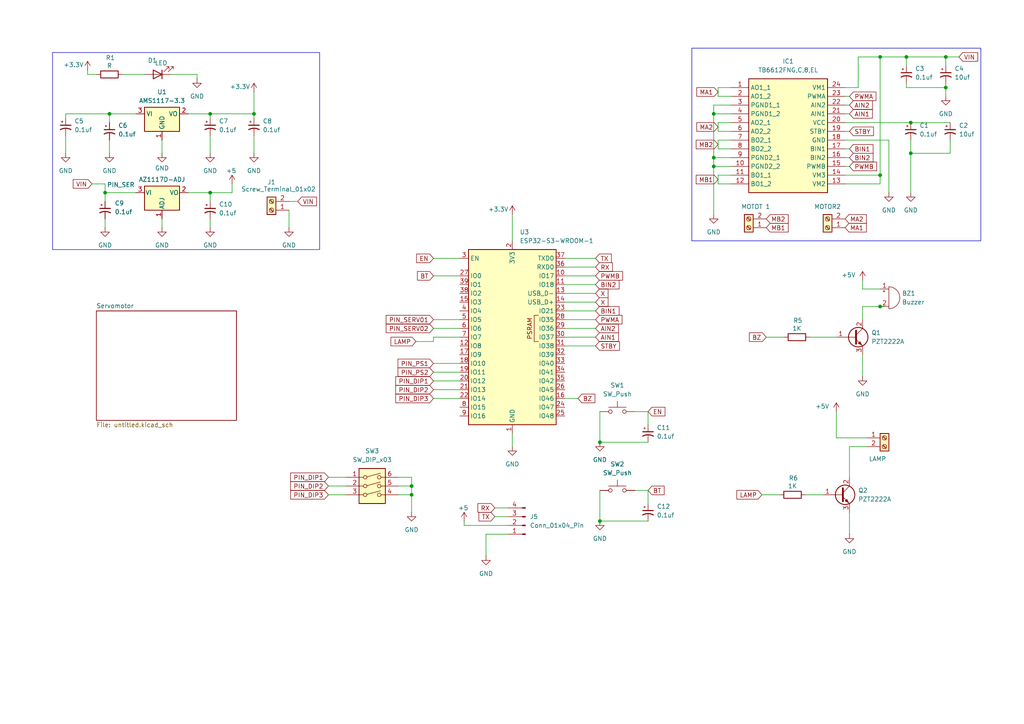
<source format=kicad_sch>
(kicad_sch
	(version 20250114)
	(generator "eeschema")
	(generator_version "9.0")
	(uuid "49bb0f38-df22-4577-b900-66deaf4e362d")
	(paper "A4")
	(lib_symbols
		(symbol "Connector:Conn_01x04_Pin"
			(pin_names
				(offset 1.016)
				(hide yes)
			)
			(exclude_from_sim no)
			(in_bom yes)
			(on_board yes)
			(property "Reference" "J"
				(at 0 5.08 0)
				(effects
					(font
						(size 1.27 1.27)
					)
				)
			)
			(property "Value" "Conn_01x04_Pin"
				(at 0 -7.62 0)
				(effects
					(font
						(size 1.27 1.27)
					)
				)
			)
			(property "Footprint" ""
				(at 0 0 0)
				(effects
					(font
						(size 1.27 1.27)
					)
					(hide yes)
				)
			)
			(property "Datasheet" "~"
				(at 0 0 0)
				(effects
					(font
						(size 1.27 1.27)
					)
					(hide yes)
				)
			)
			(property "Description" "Generic connector, single row, 01x04, script generated"
				(at 0 0 0)
				(effects
					(font
						(size 1.27 1.27)
					)
					(hide yes)
				)
			)
			(property "ki_locked" ""
				(at 0 0 0)
				(effects
					(font
						(size 1.27 1.27)
					)
				)
			)
			(property "ki_keywords" "connector"
				(at 0 0 0)
				(effects
					(font
						(size 1.27 1.27)
					)
					(hide yes)
				)
			)
			(property "ki_fp_filters" "Connector*:*_1x??_*"
				(at 0 0 0)
				(effects
					(font
						(size 1.27 1.27)
					)
					(hide yes)
				)
			)
			(symbol "Conn_01x04_Pin_1_1"
				(rectangle
					(start 0.8636 2.667)
					(end 0 2.413)
					(stroke
						(width 0.1524)
						(type default)
					)
					(fill
						(type outline)
					)
				)
				(rectangle
					(start 0.8636 0.127)
					(end 0 -0.127)
					(stroke
						(width 0.1524)
						(type default)
					)
					(fill
						(type outline)
					)
				)
				(rectangle
					(start 0.8636 -2.413)
					(end 0 -2.667)
					(stroke
						(width 0.1524)
						(type default)
					)
					(fill
						(type outline)
					)
				)
				(rectangle
					(start 0.8636 -4.953)
					(end 0 -5.207)
					(stroke
						(width 0.1524)
						(type default)
					)
					(fill
						(type outline)
					)
				)
				(polyline
					(pts
						(xy 1.27 2.54) (xy 0.8636 2.54)
					)
					(stroke
						(width 0.1524)
						(type default)
					)
					(fill
						(type none)
					)
				)
				(polyline
					(pts
						(xy 1.27 0) (xy 0.8636 0)
					)
					(stroke
						(width 0.1524)
						(type default)
					)
					(fill
						(type none)
					)
				)
				(polyline
					(pts
						(xy 1.27 -2.54) (xy 0.8636 -2.54)
					)
					(stroke
						(width 0.1524)
						(type default)
					)
					(fill
						(type none)
					)
				)
				(polyline
					(pts
						(xy 1.27 -5.08) (xy 0.8636 -5.08)
					)
					(stroke
						(width 0.1524)
						(type default)
					)
					(fill
						(type none)
					)
				)
				(pin passive line
					(at 5.08 2.54 180)
					(length 3.81)
					(name "Pin_1"
						(effects
							(font
								(size 1.27 1.27)
							)
						)
					)
					(number "1"
						(effects
							(font
								(size 1.27 1.27)
							)
						)
					)
				)
				(pin passive line
					(at 5.08 0 180)
					(length 3.81)
					(name "Pin_2"
						(effects
							(font
								(size 1.27 1.27)
							)
						)
					)
					(number "2"
						(effects
							(font
								(size 1.27 1.27)
							)
						)
					)
				)
				(pin passive line
					(at 5.08 -2.54 180)
					(length 3.81)
					(name "Pin_3"
						(effects
							(font
								(size 1.27 1.27)
							)
						)
					)
					(number "3"
						(effects
							(font
								(size 1.27 1.27)
							)
						)
					)
				)
				(pin passive line
					(at 5.08 -5.08 180)
					(length 3.81)
					(name "Pin_4"
						(effects
							(font
								(size 1.27 1.27)
							)
						)
					)
					(number "4"
						(effects
							(font
								(size 1.27 1.27)
							)
						)
					)
				)
			)
			(embedded_fonts no)
		)
		(symbol "Connector:Screw_Terminal_01x02"
			(pin_names
				(offset 1.016)
				(hide yes)
			)
			(exclude_from_sim no)
			(in_bom yes)
			(on_board yes)
			(property "Reference" "J"
				(at 0 2.54 0)
				(effects
					(font
						(size 1.27 1.27)
					)
				)
			)
			(property "Value" "Screw_Terminal_01x02"
				(at 0 -5.08 0)
				(effects
					(font
						(size 1.27 1.27)
					)
				)
			)
			(property "Footprint" ""
				(at 0 0 0)
				(effects
					(font
						(size 1.27 1.27)
					)
					(hide yes)
				)
			)
			(property "Datasheet" "~"
				(at 0 0 0)
				(effects
					(font
						(size 1.27 1.27)
					)
					(hide yes)
				)
			)
			(property "Description" "Generic screw terminal, single row, 01x02, script generated (kicad-library-utils/schlib/autogen/connector/)"
				(at 0 0 0)
				(effects
					(font
						(size 1.27 1.27)
					)
					(hide yes)
				)
			)
			(property "ki_keywords" "screw terminal"
				(at 0 0 0)
				(effects
					(font
						(size 1.27 1.27)
					)
					(hide yes)
				)
			)
			(property "ki_fp_filters" "TerminalBlock*:*"
				(at 0 0 0)
				(effects
					(font
						(size 1.27 1.27)
					)
					(hide yes)
				)
			)
			(symbol "Screw_Terminal_01x02_1_1"
				(rectangle
					(start -1.27 1.27)
					(end 1.27 -3.81)
					(stroke
						(width 0.254)
						(type default)
					)
					(fill
						(type background)
					)
				)
				(polyline
					(pts
						(xy -0.5334 0.3302) (xy 0.3302 -0.508)
					)
					(stroke
						(width 0.1524)
						(type default)
					)
					(fill
						(type none)
					)
				)
				(polyline
					(pts
						(xy -0.5334 -2.2098) (xy 0.3302 -3.048)
					)
					(stroke
						(width 0.1524)
						(type default)
					)
					(fill
						(type none)
					)
				)
				(polyline
					(pts
						(xy -0.3556 0.508) (xy 0.508 -0.3302)
					)
					(stroke
						(width 0.1524)
						(type default)
					)
					(fill
						(type none)
					)
				)
				(polyline
					(pts
						(xy -0.3556 -2.032) (xy 0.508 -2.8702)
					)
					(stroke
						(width 0.1524)
						(type default)
					)
					(fill
						(type none)
					)
				)
				(circle
					(center 0 0)
					(radius 0.635)
					(stroke
						(width 0.1524)
						(type default)
					)
					(fill
						(type none)
					)
				)
				(circle
					(center 0 -2.54)
					(radius 0.635)
					(stroke
						(width 0.1524)
						(type default)
					)
					(fill
						(type none)
					)
				)
				(pin passive line
					(at -5.08 0 0)
					(length 3.81)
					(name "Pin_1"
						(effects
							(font
								(size 1.27 1.27)
							)
						)
					)
					(number "1"
						(effects
							(font
								(size 1.27 1.27)
							)
						)
					)
				)
				(pin passive line
					(at -5.08 -2.54 0)
					(length 3.81)
					(name "Pin_2"
						(effects
							(font
								(size 1.27 1.27)
							)
						)
					)
					(number "2"
						(effects
							(font
								(size 1.27 1.27)
							)
						)
					)
				)
			)
			(embedded_fonts no)
		)
		(symbol "Device:Buzzer"
			(pin_names
				(offset 0.0254)
				(hide yes)
			)
			(exclude_from_sim no)
			(in_bom yes)
			(on_board yes)
			(property "Reference" "BZ"
				(at 3.81 1.27 0)
				(effects
					(font
						(size 1.27 1.27)
					)
					(justify left)
				)
			)
			(property "Value" "Buzzer"
				(at 3.81 -1.27 0)
				(effects
					(font
						(size 1.27 1.27)
					)
					(justify left)
				)
			)
			(property "Footprint" ""
				(at -0.635 2.54 90)
				(effects
					(font
						(size 1.27 1.27)
					)
					(hide yes)
				)
			)
			(property "Datasheet" "~"
				(at -0.635 2.54 90)
				(effects
					(font
						(size 1.27 1.27)
					)
					(hide yes)
				)
			)
			(property "Description" "Buzzer, polarized"
				(at 0 0 0)
				(effects
					(font
						(size 1.27 1.27)
					)
					(hide yes)
				)
			)
			(property "ki_keywords" "quartz resonator ceramic"
				(at 0 0 0)
				(effects
					(font
						(size 1.27 1.27)
					)
					(hide yes)
				)
			)
			(property "ki_fp_filters" "*Buzzer*"
				(at 0 0 0)
				(effects
					(font
						(size 1.27 1.27)
					)
					(hide yes)
				)
			)
			(symbol "Buzzer_0_1"
				(polyline
					(pts
						(xy -1.651 1.905) (xy -1.143 1.905)
					)
					(stroke
						(width 0)
						(type default)
					)
					(fill
						(type none)
					)
				)
				(polyline
					(pts
						(xy -1.397 2.159) (xy -1.397 1.651)
					)
					(stroke
						(width 0)
						(type default)
					)
					(fill
						(type none)
					)
				)
				(arc
					(start 0 3.175)
					(mid 3.1612 0)
					(end 0 -3.175)
					(stroke
						(width 0)
						(type default)
					)
					(fill
						(type none)
					)
				)
				(polyline
					(pts
						(xy 0 3.175) (xy 0 -3.175)
					)
					(stroke
						(width 0)
						(type default)
					)
					(fill
						(type none)
					)
				)
			)
			(symbol "Buzzer_1_1"
				(pin passive line
					(at -2.54 2.54 0)
					(length 2.54)
					(name "+"
						(effects
							(font
								(size 1.27 1.27)
							)
						)
					)
					(number "1"
						(effects
							(font
								(size 1.27 1.27)
							)
						)
					)
				)
				(pin passive line
					(at -2.54 -2.54 0)
					(length 2.54)
					(name "-"
						(effects
							(font
								(size 1.27 1.27)
							)
						)
					)
					(number "2"
						(effects
							(font
								(size 1.27 1.27)
							)
						)
					)
				)
			)
			(embedded_fonts no)
		)
		(symbol "Device:C_Polarized_Small_US"
			(pin_numbers
				(hide yes)
			)
			(pin_names
				(offset 0.254)
				(hide yes)
			)
			(exclude_from_sim no)
			(in_bom yes)
			(on_board yes)
			(property "Reference" "C"
				(at 0.254 1.778 0)
				(effects
					(font
						(size 1.27 1.27)
					)
					(justify left)
				)
			)
			(property "Value" "C_Polarized_Small_US"
				(at 0.254 -2.032 0)
				(effects
					(font
						(size 1.27 1.27)
					)
					(justify left)
				)
			)
			(property "Footprint" ""
				(at 0 0 0)
				(effects
					(font
						(size 1.27 1.27)
					)
					(hide yes)
				)
			)
			(property "Datasheet" "~"
				(at 0 0 0)
				(effects
					(font
						(size 1.27 1.27)
					)
					(hide yes)
				)
			)
			(property "Description" "Polarized capacitor, small US symbol"
				(at 0 0 0)
				(effects
					(font
						(size 1.27 1.27)
					)
					(hide yes)
				)
			)
			(property "ki_keywords" "cap capacitor"
				(at 0 0 0)
				(effects
					(font
						(size 1.27 1.27)
					)
					(hide yes)
				)
			)
			(property "ki_fp_filters" "CP_*"
				(at 0 0 0)
				(effects
					(font
						(size 1.27 1.27)
					)
					(hide yes)
				)
			)
			(symbol "C_Polarized_Small_US_0_1"
				(polyline
					(pts
						(xy -1.524 0.508) (xy 1.524 0.508)
					)
					(stroke
						(width 0.3048)
						(type default)
					)
					(fill
						(type none)
					)
				)
				(polyline
					(pts
						(xy -1.27 1.524) (xy -0.762 1.524)
					)
					(stroke
						(width 0)
						(type default)
					)
					(fill
						(type none)
					)
				)
				(polyline
					(pts
						(xy -1.016 1.27) (xy -1.016 1.778)
					)
					(stroke
						(width 0)
						(type default)
					)
					(fill
						(type none)
					)
				)
				(arc
					(start -1.524 -0.762)
					(mid 0 -0.3734)
					(end 1.524 -0.762)
					(stroke
						(width 0.3048)
						(type default)
					)
					(fill
						(type none)
					)
				)
			)
			(symbol "C_Polarized_Small_US_1_1"
				(pin passive line
					(at 0 2.54 270)
					(length 2.032)
					(name "~"
						(effects
							(font
								(size 1.27 1.27)
							)
						)
					)
					(number "1"
						(effects
							(font
								(size 1.27 1.27)
							)
						)
					)
				)
				(pin passive line
					(at 0 -2.54 90)
					(length 2.032)
					(name "~"
						(effects
							(font
								(size 1.27 1.27)
							)
						)
					)
					(number "2"
						(effects
							(font
								(size 1.27 1.27)
							)
						)
					)
				)
			)
			(embedded_fonts no)
		)
		(symbol "Device:LED"
			(pin_numbers
				(hide yes)
			)
			(pin_names
				(offset 1.016)
				(hide yes)
			)
			(exclude_from_sim no)
			(in_bom yes)
			(on_board yes)
			(property "Reference" "D"
				(at 0 2.54 0)
				(effects
					(font
						(size 1.27 1.27)
					)
				)
			)
			(property "Value" "LED"
				(at 0 -2.54 0)
				(effects
					(font
						(size 1.27 1.27)
					)
				)
			)
			(property "Footprint" ""
				(at 0 0 0)
				(effects
					(font
						(size 1.27 1.27)
					)
					(hide yes)
				)
			)
			(property "Datasheet" "~"
				(at 0 0 0)
				(effects
					(font
						(size 1.27 1.27)
					)
					(hide yes)
				)
			)
			(property "Description" "Light emitting diode"
				(at 0 0 0)
				(effects
					(font
						(size 1.27 1.27)
					)
					(hide yes)
				)
			)
			(property "Sim.Pins" "1=K 2=A"
				(at 0 0 0)
				(effects
					(font
						(size 1.27 1.27)
					)
					(hide yes)
				)
			)
			(property "ki_keywords" "LED diode"
				(at 0 0 0)
				(effects
					(font
						(size 1.27 1.27)
					)
					(hide yes)
				)
			)
			(property "ki_fp_filters" "LED* LED_SMD:* LED_THT:*"
				(at 0 0 0)
				(effects
					(font
						(size 1.27 1.27)
					)
					(hide yes)
				)
			)
			(symbol "LED_0_1"
				(polyline
					(pts
						(xy -3.048 -0.762) (xy -4.572 -2.286) (xy -3.81 -2.286) (xy -4.572 -2.286) (xy -4.572 -1.524)
					)
					(stroke
						(width 0)
						(type default)
					)
					(fill
						(type none)
					)
				)
				(polyline
					(pts
						(xy -1.778 -0.762) (xy -3.302 -2.286) (xy -2.54 -2.286) (xy -3.302 -2.286) (xy -3.302 -1.524)
					)
					(stroke
						(width 0)
						(type default)
					)
					(fill
						(type none)
					)
				)
				(polyline
					(pts
						(xy -1.27 0) (xy 1.27 0)
					)
					(stroke
						(width 0)
						(type default)
					)
					(fill
						(type none)
					)
				)
				(polyline
					(pts
						(xy -1.27 -1.27) (xy -1.27 1.27)
					)
					(stroke
						(width 0.254)
						(type default)
					)
					(fill
						(type none)
					)
				)
				(polyline
					(pts
						(xy 1.27 -1.27) (xy 1.27 1.27) (xy -1.27 0) (xy 1.27 -1.27)
					)
					(stroke
						(width 0.254)
						(type default)
					)
					(fill
						(type none)
					)
				)
			)
			(symbol "LED_1_1"
				(pin passive line
					(at -3.81 0 0)
					(length 2.54)
					(name "K"
						(effects
							(font
								(size 1.27 1.27)
							)
						)
					)
					(number "1"
						(effects
							(font
								(size 1.27 1.27)
							)
						)
					)
				)
				(pin passive line
					(at 3.81 0 180)
					(length 2.54)
					(name "A"
						(effects
							(font
								(size 1.27 1.27)
							)
						)
					)
					(number "2"
						(effects
							(font
								(size 1.27 1.27)
							)
						)
					)
				)
			)
			(embedded_fonts no)
		)
		(symbol "Device:R"
			(pin_numbers
				(hide yes)
			)
			(pin_names
				(offset 0)
			)
			(exclude_from_sim no)
			(in_bom yes)
			(on_board yes)
			(property "Reference" "R"
				(at 2.032 0 90)
				(effects
					(font
						(size 1.27 1.27)
					)
				)
			)
			(property "Value" "R"
				(at 0 0 90)
				(effects
					(font
						(size 1.27 1.27)
					)
				)
			)
			(property "Footprint" ""
				(at -1.778 0 90)
				(effects
					(font
						(size 1.27 1.27)
					)
					(hide yes)
				)
			)
			(property "Datasheet" "~"
				(at 0 0 0)
				(effects
					(font
						(size 1.27 1.27)
					)
					(hide yes)
				)
			)
			(property "Description" "Resistor"
				(at 0 0 0)
				(effects
					(font
						(size 1.27 1.27)
					)
					(hide yes)
				)
			)
			(property "ki_keywords" "R res resistor"
				(at 0 0 0)
				(effects
					(font
						(size 1.27 1.27)
					)
					(hide yes)
				)
			)
			(property "ki_fp_filters" "R_*"
				(at 0 0 0)
				(effects
					(font
						(size 1.27 1.27)
					)
					(hide yes)
				)
			)
			(symbol "R_0_1"
				(rectangle
					(start -1.016 -2.54)
					(end 1.016 2.54)
					(stroke
						(width 0.254)
						(type default)
					)
					(fill
						(type none)
					)
				)
			)
			(symbol "R_1_1"
				(pin passive line
					(at 0 3.81 270)
					(length 1.27)
					(name "~"
						(effects
							(font
								(size 1.27 1.27)
							)
						)
					)
					(number "1"
						(effects
							(font
								(size 1.27 1.27)
							)
						)
					)
				)
				(pin passive line
					(at 0 -3.81 90)
					(length 1.27)
					(name "~"
						(effects
							(font
								(size 1.27 1.27)
							)
						)
					)
					(number "2"
						(effects
							(font
								(size 1.27 1.27)
							)
						)
					)
				)
			)
			(embedded_fonts no)
		)
		(symbol "RF_Module:ESP32-S3-WROOM-1"
			(exclude_from_sim no)
			(in_bom yes)
			(on_board yes)
			(property "Reference" "U"
				(at -12.7 26.67 0)
				(effects
					(font
						(size 1.27 1.27)
					)
				)
			)
			(property "Value" "ESP32-S3-WROOM-1"
				(at 12.7 26.67 0)
				(effects
					(font
						(size 1.27 1.27)
					)
				)
			)
			(property "Footprint" "RF_Module:ESP32-S3-WROOM-1"
				(at 0 2.54 0)
				(effects
					(font
						(size 1.27 1.27)
					)
					(hide yes)
				)
			)
			(property "Datasheet" "https://www.espressif.com/sites/default/files/documentation/esp32-s3-wroom-1_wroom-1u_datasheet_en.pdf"
				(at 0 0 0)
				(effects
					(font
						(size 1.27 1.27)
					)
					(hide yes)
				)
			)
			(property "Description" "RF Module, ESP32-S3 SoC, Wi-Fi 802.11b/g/n, Bluetooth, BLE, 32-bit, 3.3V, onboard antenna, SMD"
				(at 0 0 0)
				(effects
					(font
						(size 1.27 1.27)
					)
					(hide yes)
				)
			)
			(property "ki_keywords" "RF Radio BT ESP ESP32-S3 Espressif onboard PCB antenna"
				(at 0 0 0)
				(effects
					(font
						(size 1.27 1.27)
					)
					(hide yes)
				)
			)
			(property "ki_fp_filters" "ESP32?S3?WROOM?1*"
				(at 0 0 0)
				(effects
					(font
						(size 1.27 1.27)
					)
					(hide yes)
				)
			)
			(symbol "ESP32-S3-WROOM-1_0_0"
				(rectangle
					(start -12.7 25.4)
					(end 12.7 -25.4)
					(stroke
						(width 0.254)
						(type default)
					)
					(fill
						(type background)
					)
				)
				(text "PSRAM"
					(at 5.08 2.54 900)
					(effects
						(font
							(size 1.27 1.27)
						)
					)
				)
			)
			(symbol "ESP32-S3-WROOM-1_0_1"
				(polyline
					(pts
						(xy 7.62 -1.27) (xy 6.35 -1.27) (xy 6.35 6.35) (xy 7.62 6.35)
					)
					(stroke
						(width 0)
						(type default)
					)
					(fill
						(type none)
					)
				)
			)
			(symbol "ESP32-S3-WROOM-1_1_1"
				(pin input line
					(at -15.24 22.86 0)
					(length 2.54)
					(name "EN"
						(effects
							(font
								(size 1.27 1.27)
							)
						)
					)
					(number "3"
						(effects
							(font
								(size 1.27 1.27)
							)
						)
					)
				)
				(pin bidirectional line
					(at -15.24 17.78 0)
					(length 2.54)
					(name "IO0"
						(effects
							(font
								(size 1.27 1.27)
							)
						)
					)
					(number "27"
						(effects
							(font
								(size 1.27 1.27)
							)
						)
					)
				)
				(pin bidirectional line
					(at -15.24 15.24 0)
					(length 2.54)
					(name "IO1"
						(effects
							(font
								(size 1.27 1.27)
							)
						)
					)
					(number "39"
						(effects
							(font
								(size 1.27 1.27)
							)
						)
					)
				)
				(pin bidirectional line
					(at -15.24 12.7 0)
					(length 2.54)
					(name "IO2"
						(effects
							(font
								(size 1.27 1.27)
							)
						)
					)
					(number "38"
						(effects
							(font
								(size 1.27 1.27)
							)
						)
					)
				)
				(pin bidirectional line
					(at -15.24 10.16 0)
					(length 2.54)
					(name "IO3"
						(effects
							(font
								(size 1.27 1.27)
							)
						)
					)
					(number "15"
						(effects
							(font
								(size 1.27 1.27)
							)
						)
					)
				)
				(pin bidirectional line
					(at -15.24 7.62 0)
					(length 2.54)
					(name "IO4"
						(effects
							(font
								(size 1.27 1.27)
							)
						)
					)
					(number "4"
						(effects
							(font
								(size 1.27 1.27)
							)
						)
					)
				)
				(pin bidirectional line
					(at -15.24 5.08 0)
					(length 2.54)
					(name "IO5"
						(effects
							(font
								(size 1.27 1.27)
							)
						)
					)
					(number "5"
						(effects
							(font
								(size 1.27 1.27)
							)
						)
					)
				)
				(pin bidirectional line
					(at -15.24 2.54 0)
					(length 2.54)
					(name "IO6"
						(effects
							(font
								(size 1.27 1.27)
							)
						)
					)
					(number "6"
						(effects
							(font
								(size 1.27 1.27)
							)
						)
					)
				)
				(pin bidirectional line
					(at -15.24 0 0)
					(length 2.54)
					(name "IO7"
						(effects
							(font
								(size 1.27 1.27)
							)
						)
					)
					(number "7"
						(effects
							(font
								(size 1.27 1.27)
							)
						)
					)
				)
				(pin bidirectional line
					(at -15.24 -2.54 0)
					(length 2.54)
					(name "IO8"
						(effects
							(font
								(size 1.27 1.27)
							)
						)
					)
					(number "12"
						(effects
							(font
								(size 1.27 1.27)
							)
						)
					)
				)
				(pin bidirectional line
					(at -15.24 -5.08 0)
					(length 2.54)
					(name "IO9"
						(effects
							(font
								(size 1.27 1.27)
							)
						)
					)
					(number "17"
						(effects
							(font
								(size 1.27 1.27)
							)
						)
					)
				)
				(pin bidirectional line
					(at -15.24 -7.62 0)
					(length 2.54)
					(name "IO10"
						(effects
							(font
								(size 1.27 1.27)
							)
						)
					)
					(number "18"
						(effects
							(font
								(size 1.27 1.27)
							)
						)
					)
				)
				(pin bidirectional line
					(at -15.24 -10.16 0)
					(length 2.54)
					(name "IO11"
						(effects
							(font
								(size 1.27 1.27)
							)
						)
					)
					(number "19"
						(effects
							(font
								(size 1.27 1.27)
							)
						)
					)
				)
				(pin bidirectional line
					(at -15.24 -12.7 0)
					(length 2.54)
					(name "IO12"
						(effects
							(font
								(size 1.27 1.27)
							)
						)
					)
					(number "20"
						(effects
							(font
								(size 1.27 1.27)
							)
						)
					)
				)
				(pin bidirectional line
					(at -15.24 -15.24 0)
					(length 2.54)
					(name "IO13"
						(effects
							(font
								(size 1.27 1.27)
							)
						)
					)
					(number "21"
						(effects
							(font
								(size 1.27 1.27)
							)
						)
					)
				)
				(pin bidirectional line
					(at -15.24 -17.78 0)
					(length 2.54)
					(name "IO14"
						(effects
							(font
								(size 1.27 1.27)
							)
						)
					)
					(number "22"
						(effects
							(font
								(size 1.27 1.27)
							)
						)
					)
				)
				(pin bidirectional line
					(at -15.24 -20.32 0)
					(length 2.54)
					(name "IO15"
						(effects
							(font
								(size 1.27 1.27)
							)
						)
					)
					(number "8"
						(effects
							(font
								(size 1.27 1.27)
							)
						)
					)
				)
				(pin bidirectional line
					(at -15.24 -22.86 0)
					(length 2.54)
					(name "IO16"
						(effects
							(font
								(size 1.27 1.27)
							)
						)
					)
					(number "9"
						(effects
							(font
								(size 1.27 1.27)
							)
						)
					)
				)
				(pin power_in line
					(at 0 27.94 270)
					(length 2.54)
					(name "3V3"
						(effects
							(font
								(size 1.27 1.27)
							)
						)
					)
					(number "2"
						(effects
							(font
								(size 1.27 1.27)
							)
						)
					)
				)
				(pin power_in line
					(at 0 -27.94 90)
					(length 2.54)
					(name "GND"
						(effects
							(font
								(size 1.27 1.27)
							)
						)
					)
					(number "1"
						(effects
							(font
								(size 1.27 1.27)
							)
						)
					)
				)
				(pin passive line
					(at 0 -27.94 90)
					(length 2.54)
					(hide yes)
					(name "GND"
						(effects
							(font
								(size 1.27 1.27)
							)
						)
					)
					(number "40"
						(effects
							(font
								(size 1.27 1.27)
							)
						)
					)
				)
				(pin passive line
					(at 0 -27.94 90)
					(length 2.54)
					(hide yes)
					(name "GND"
						(effects
							(font
								(size 1.27 1.27)
							)
						)
					)
					(number "41"
						(effects
							(font
								(size 1.27 1.27)
							)
						)
					)
				)
				(pin bidirectional line
					(at 15.24 22.86 180)
					(length 2.54)
					(name "TXD0"
						(effects
							(font
								(size 1.27 1.27)
							)
						)
					)
					(number "37"
						(effects
							(font
								(size 1.27 1.27)
							)
						)
					)
				)
				(pin bidirectional line
					(at 15.24 20.32 180)
					(length 2.54)
					(name "RXD0"
						(effects
							(font
								(size 1.27 1.27)
							)
						)
					)
					(number "36"
						(effects
							(font
								(size 1.27 1.27)
							)
						)
					)
				)
				(pin bidirectional line
					(at 15.24 17.78 180)
					(length 2.54)
					(name "IO17"
						(effects
							(font
								(size 1.27 1.27)
							)
						)
					)
					(number "10"
						(effects
							(font
								(size 1.27 1.27)
							)
						)
					)
				)
				(pin bidirectional line
					(at 15.24 15.24 180)
					(length 2.54)
					(name "IO18"
						(effects
							(font
								(size 1.27 1.27)
							)
						)
					)
					(number "11"
						(effects
							(font
								(size 1.27 1.27)
							)
						)
					)
				)
				(pin bidirectional line
					(at 15.24 12.7 180)
					(length 2.54)
					(name "USB_D-"
						(effects
							(font
								(size 1.27 1.27)
							)
						)
					)
					(number "13"
						(effects
							(font
								(size 1.27 1.27)
							)
						)
					)
					(alternate "IO19" bidirectional line)
				)
				(pin bidirectional line
					(at 15.24 10.16 180)
					(length 2.54)
					(name "USB_D+"
						(effects
							(font
								(size 1.27 1.27)
							)
						)
					)
					(number "14"
						(effects
							(font
								(size 1.27 1.27)
							)
						)
					)
					(alternate "IO20" bidirectional line)
				)
				(pin bidirectional line
					(at 15.24 7.62 180)
					(length 2.54)
					(name "IO21"
						(effects
							(font
								(size 1.27 1.27)
							)
						)
					)
					(number "23"
						(effects
							(font
								(size 1.27 1.27)
							)
						)
					)
				)
				(pin bidirectional line
					(at 15.24 5.08 180)
					(length 2.54)
					(name "IO35"
						(effects
							(font
								(size 1.27 1.27)
							)
						)
					)
					(number "28"
						(effects
							(font
								(size 1.27 1.27)
							)
						)
					)
				)
				(pin bidirectional line
					(at 15.24 2.54 180)
					(length 2.54)
					(name "IO36"
						(effects
							(font
								(size 1.27 1.27)
							)
						)
					)
					(number "29"
						(effects
							(font
								(size 1.27 1.27)
							)
						)
					)
				)
				(pin bidirectional line
					(at 15.24 0 180)
					(length 2.54)
					(name "IO37"
						(effects
							(font
								(size 1.27 1.27)
							)
						)
					)
					(number "30"
						(effects
							(font
								(size 1.27 1.27)
							)
						)
					)
				)
				(pin bidirectional line
					(at 15.24 -2.54 180)
					(length 2.54)
					(name "IO38"
						(effects
							(font
								(size 1.27 1.27)
							)
						)
					)
					(number "31"
						(effects
							(font
								(size 1.27 1.27)
							)
						)
					)
				)
				(pin bidirectional line
					(at 15.24 -5.08 180)
					(length 2.54)
					(name "IO39"
						(effects
							(font
								(size 1.27 1.27)
							)
						)
					)
					(number "32"
						(effects
							(font
								(size 1.27 1.27)
							)
						)
					)
				)
				(pin bidirectional line
					(at 15.24 -7.62 180)
					(length 2.54)
					(name "IO40"
						(effects
							(font
								(size 1.27 1.27)
							)
						)
					)
					(number "33"
						(effects
							(font
								(size 1.27 1.27)
							)
						)
					)
				)
				(pin bidirectional line
					(at 15.24 -10.16 180)
					(length 2.54)
					(name "IO41"
						(effects
							(font
								(size 1.27 1.27)
							)
						)
					)
					(number "34"
						(effects
							(font
								(size 1.27 1.27)
							)
						)
					)
				)
				(pin bidirectional line
					(at 15.24 -12.7 180)
					(length 2.54)
					(name "IO42"
						(effects
							(font
								(size 1.27 1.27)
							)
						)
					)
					(number "35"
						(effects
							(font
								(size 1.27 1.27)
							)
						)
					)
				)
				(pin bidirectional line
					(at 15.24 -15.24 180)
					(length 2.54)
					(name "IO45"
						(effects
							(font
								(size 1.27 1.27)
							)
						)
					)
					(number "26"
						(effects
							(font
								(size 1.27 1.27)
							)
						)
					)
				)
				(pin bidirectional line
					(at 15.24 -17.78 180)
					(length 2.54)
					(name "IO46"
						(effects
							(font
								(size 1.27 1.27)
							)
						)
					)
					(number "16"
						(effects
							(font
								(size 1.27 1.27)
							)
						)
					)
				)
				(pin bidirectional line
					(at 15.24 -20.32 180)
					(length 2.54)
					(name "IO47"
						(effects
							(font
								(size 1.27 1.27)
							)
						)
					)
					(number "24"
						(effects
							(font
								(size 1.27 1.27)
							)
						)
					)
				)
				(pin bidirectional line
					(at 15.24 -22.86 180)
					(length 2.54)
					(name "IO48"
						(effects
							(font
								(size 1.27 1.27)
							)
						)
					)
					(number "25"
						(effects
							(font
								(size 1.27 1.27)
							)
						)
					)
				)
			)
			(embedded_fonts no)
		)
		(symbol "Regulator_Linear:AMS1117-3.3"
			(exclude_from_sim no)
			(in_bom yes)
			(on_board yes)
			(property "Reference" "U"
				(at -3.81 3.175 0)
				(effects
					(font
						(size 1.27 1.27)
					)
				)
			)
			(property "Value" "AMS1117-3.3"
				(at 0 3.175 0)
				(effects
					(font
						(size 1.27 1.27)
					)
					(justify left)
				)
			)
			(property "Footprint" "Package_TO_SOT_SMD:SOT-223-3_TabPin2"
				(at 0 5.08 0)
				(effects
					(font
						(size 1.27 1.27)
					)
					(hide yes)
				)
			)
			(property "Datasheet" "http://www.advanced-monolithic.com/pdf/ds1117.pdf"
				(at 2.54 -6.35 0)
				(effects
					(font
						(size 1.27 1.27)
					)
					(hide yes)
				)
			)
			(property "Description" "1A Low Dropout regulator, positive, 3.3V fixed output, SOT-223"
				(at 0 0 0)
				(effects
					(font
						(size 1.27 1.27)
					)
					(hide yes)
				)
			)
			(property "ki_keywords" "linear regulator ldo fixed positive"
				(at 0 0 0)
				(effects
					(font
						(size 1.27 1.27)
					)
					(hide yes)
				)
			)
			(property "ki_fp_filters" "SOT?223*TabPin2*"
				(at 0 0 0)
				(effects
					(font
						(size 1.27 1.27)
					)
					(hide yes)
				)
			)
			(symbol "AMS1117-3.3_0_1"
				(rectangle
					(start -5.08 -5.08)
					(end 5.08 1.905)
					(stroke
						(width 0.254)
						(type default)
					)
					(fill
						(type background)
					)
				)
			)
			(symbol "AMS1117-3.3_1_1"
				(pin power_in line
					(at -7.62 0 0)
					(length 2.54)
					(name "VI"
						(effects
							(font
								(size 1.27 1.27)
							)
						)
					)
					(number "3"
						(effects
							(font
								(size 1.27 1.27)
							)
						)
					)
				)
				(pin power_in line
					(at 0 -7.62 90)
					(length 2.54)
					(name "GND"
						(effects
							(font
								(size 1.27 1.27)
							)
						)
					)
					(number "1"
						(effects
							(font
								(size 1.27 1.27)
							)
						)
					)
				)
				(pin power_out line
					(at 7.62 0 180)
					(length 2.54)
					(name "VO"
						(effects
							(font
								(size 1.27 1.27)
							)
						)
					)
					(number "2"
						(effects
							(font
								(size 1.27 1.27)
							)
						)
					)
				)
			)
			(embedded_fonts no)
		)
		(symbol "Regulator_Linear:AZ1117D-ADJ"
			(pin_names
				(offset 0.254)
			)
			(exclude_from_sim no)
			(in_bom yes)
			(on_board yes)
			(property "Reference" "U"
				(at -3.81 3.175 0)
				(effects
					(font
						(size 1.27 1.27)
					)
				)
			)
			(property "Value" "AZ1117D-ADJ"
				(at 0 3.175 0)
				(effects
					(font
						(size 1.27 1.27)
					)
					(justify left)
				)
			)
			(property "Footprint" "Package_TO_SOT_SMD:TO-252-2"
				(at 0 6.35 0)
				(effects
					(font
						(size 1.27 1.27)
						(italic yes)
					)
					(hide yes)
				)
			)
			(property "Datasheet" "https://www.diodes.com/assets/Datasheets/products_inactive_data/AZ1117.pdf"
				(at 0 0 0)
				(effects
					(font
						(size 1.27 1.27)
					)
					(hide yes)
				)
			)
			(property "Description" "1A 20V Adjustable LDO Linear Regulator, TO-252"
				(at 0 0 0)
				(effects
					(font
						(size 1.27 1.27)
					)
					(hide yes)
				)
			)
			(property "ki_keywords" "Adjustable Voltage Regulator 1A Positive LDO"
				(at 0 0 0)
				(effects
					(font
						(size 1.27 1.27)
					)
					(hide yes)
				)
			)
			(property "ki_fp_filters" "TO?252*"
				(at 0 0 0)
				(effects
					(font
						(size 1.27 1.27)
					)
					(hide yes)
				)
			)
			(symbol "AZ1117D-ADJ_0_1"
				(rectangle
					(start -5.08 1.905)
					(end 5.08 -5.08)
					(stroke
						(width 0.254)
						(type default)
					)
					(fill
						(type background)
					)
				)
			)
			(symbol "AZ1117D-ADJ_1_1"
				(pin power_in line
					(at -7.62 0 0)
					(length 2.54)
					(name "VI"
						(effects
							(font
								(size 1.27 1.27)
							)
						)
					)
					(number "3"
						(effects
							(font
								(size 1.27 1.27)
							)
						)
					)
				)
				(pin input line
					(at 0 -7.62 90)
					(length 2.54)
					(name "ADJ"
						(effects
							(font
								(size 1.27 1.27)
							)
						)
					)
					(number "1"
						(effects
							(font
								(size 1.27 1.27)
							)
						)
					)
				)
				(pin power_out line
					(at 7.62 0 180)
					(length 2.54)
					(name "VO"
						(effects
							(font
								(size 1.27 1.27)
							)
						)
					)
					(number "2"
						(effects
							(font
								(size 1.27 1.27)
							)
						)
					)
				)
			)
			(embedded_fonts no)
		)
		(symbol "Switch:SW_DIP_x03"
			(pin_names
				(offset 0)
				(hide yes)
			)
			(exclude_from_sim no)
			(in_bom yes)
			(on_board yes)
			(property "Reference" "SW"
				(at 0 6.35 0)
				(effects
					(font
						(size 1.27 1.27)
					)
				)
			)
			(property "Value" "SW_DIP_x03"
				(at 0 -6.35 0)
				(effects
					(font
						(size 1.27 1.27)
					)
				)
			)
			(property "Footprint" ""
				(at 0 -2.54 0)
				(effects
					(font
						(size 1.27 1.27)
					)
					(hide yes)
				)
			)
			(property "Datasheet" "~"
				(at 0 -2.54 0)
				(effects
					(font
						(size 1.27 1.27)
					)
					(hide yes)
				)
			)
			(property "Description" "3x DIP Switch, Single Pole Single Throw (SPST) switch, small symbol"
				(at 0 0 0)
				(effects
					(font
						(size 1.27 1.27)
					)
					(hide yes)
				)
			)
			(property "ki_keywords" "dip switch"
				(at 0 0 0)
				(effects
					(font
						(size 1.27 1.27)
					)
					(hide yes)
				)
			)
			(property "ki_fp_filters" "SW?DIP?x3*"
				(at 0 0 0)
				(effects
					(font
						(size 1.27 1.27)
					)
					(hide yes)
				)
			)
			(symbol "SW_DIP_x03_0_0"
				(circle
					(center -2.032 2.54)
					(radius 0.508)
					(stroke
						(width 0)
						(type default)
					)
					(fill
						(type none)
					)
				)
				(circle
					(center -2.032 0)
					(radius 0.508)
					(stroke
						(width 0)
						(type default)
					)
					(fill
						(type none)
					)
				)
				(circle
					(center -2.032 -2.54)
					(radius 0.508)
					(stroke
						(width 0)
						(type default)
					)
					(fill
						(type none)
					)
				)
				(polyline
					(pts
						(xy -1.524 2.667) (xy 2.3622 3.7084)
					)
					(stroke
						(width 0)
						(type default)
					)
					(fill
						(type none)
					)
				)
				(polyline
					(pts
						(xy -1.524 0.127) (xy 2.3622 1.1684)
					)
					(stroke
						(width 0)
						(type default)
					)
					(fill
						(type none)
					)
				)
				(polyline
					(pts
						(xy -1.524 -2.413) (xy 2.3622 -1.3716)
					)
					(stroke
						(width 0)
						(type default)
					)
					(fill
						(type none)
					)
				)
				(circle
					(center 2.032 2.54)
					(radius 0.508)
					(stroke
						(width 0)
						(type default)
					)
					(fill
						(type none)
					)
				)
				(circle
					(center 2.032 0)
					(radius 0.508)
					(stroke
						(width 0)
						(type default)
					)
					(fill
						(type none)
					)
				)
				(circle
					(center 2.032 -2.54)
					(radius 0.508)
					(stroke
						(width 0)
						(type default)
					)
					(fill
						(type none)
					)
				)
			)
			(symbol "SW_DIP_x03_0_1"
				(rectangle
					(start -3.81 5.08)
					(end 3.81 -5.08)
					(stroke
						(width 0.254)
						(type default)
					)
					(fill
						(type background)
					)
				)
			)
			(symbol "SW_DIP_x03_1_1"
				(pin passive line
					(at -7.62 2.54 0)
					(length 5.08)
					(name "~"
						(effects
							(font
								(size 1.27 1.27)
							)
						)
					)
					(number "1"
						(effects
							(font
								(size 1.27 1.27)
							)
						)
					)
				)
				(pin passive line
					(at -7.62 0 0)
					(length 5.08)
					(name "~"
						(effects
							(font
								(size 1.27 1.27)
							)
						)
					)
					(number "2"
						(effects
							(font
								(size 1.27 1.27)
							)
						)
					)
				)
				(pin passive line
					(at -7.62 -2.54 0)
					(length 5.08)
					(name "~"
						(effects
							(font
								(size 1.27 1.27)
							)
						)
					)
					(number "3"
						(effects
							(font
								(size 1.27 1.27)
							)
						)
					)
				)
				(pin passive line
					(at 7.62 2.54 180)
					(length 5.08)
					(name "~"
						(effects
							(font
								(size 1.27 1.27)
							)
						)
					)
					(number "6"
						(effects
							(font
								(size 1.27 1.27)
							)
						)
					)
				)
				(pin passive line
					(at 7.62 0 180)
					(length 5.08)
					(name "~"
						(effects
							(font
								(size 1.27 1.27)
							)
						)
					)
					(number "5"
						(effects
							(font
								(size 1.27 1.27)
							)
						)
					)
				)
				(pin passive line
					(at 7.62 -2.54 180)
					(length 5.08)
					(name "~"
						(effects
							(font
								(size 1.27 1.27)
							)
						)
					)
					(number "4"
						(effects
							(font
								(size 1.27 1.27)
							)
						)
					)
				)
			)
			(embedded_fonts no)
		)
		(symbol "Switch:SW_Push"
			(pin_numbers
				(hide yes)
			)
			(pin_names
				(offset 1.016)
				(hide yes)
			)
			(exclude_from_sim no)
			(in_bom yes)
			(on_board yes)
			(property "Reference" "SW"
				(at 1.27 2.54 0)
				(effects
					(font
						(size 1.27 1.27)
					)
					(justify left)
				)
			)
			(property "Value" "SW_Push"
				(at 0 -1.524 0)
				(effects
					(font
						(size 1.27 1.27)
					)
				)
			)
			(property "Footprint" ""
				(at 0 5.08 0)
				(effects
					(font
						(size 1.27 1.27)
					)
					(hide yes)
				)
			)
			(property "Datasheet" "~"
				(at 0 5.08 0)
				(effects
					(font
						(size 1.27 1.27)
					)
					(hide yes)
				)
			)
			(property "Description" "Push button switch, generic, two pins"
				(at 0 0 0)
				(effects
					(font
						(size 1.27 1.27)
					)
					(hide yes)
				)
			)
			(property "ki_keywords" "switch normally-open pushbutton push-button"
				(at 0 0 0)
				(effects
					(font
						(size 1.27 1.27)
					)
					(hide yes)
				)
			)
			(symbol "SW_Push_0_1"
				(circle
					(center -2.032 0)
					(radius 0.508)
					(stroke
						(width 0)
						(type default)
					)
					(fill
						(type none)
					)
				)
				(polyline
					(pts
						(xy 0 1.27) (xy 0 3.048)
					)
					(stroke
						(width 0)
						(type default)
					)
					(fill
						(type none)
					)
				)
				(circle
					(center 2.032 0)
					(radius 0.508)
					(stroke
						(width 0)
						(type default)
					)
					(fill
						(type none)
					)
				)
				(polyline
					(pts
						(xy 2.54 1.27) (xy -2.54 1.27)
					)
					(stroke
						(width 0)
						(type default)
					)
					(fill
						(type none)
					)
				)
				(pin passive line
					(at -5.08 0 0)
					(length 2.54)
					(name "1"
						(effects
							(font
								(size 1.27 1.27)
							)
						)
					)
					(number "1"
						(effects
							(font
								(size 1.27 1.27)
							)
						)
					)
				)
				(pin passive line
					(at 5.08 0 180)
					(length 2.54)
					(name "2"
						(effects
							(font
								(size 1.27 1.27)
							)
						)
					)
					(number "2"
						(effects
							(font
								(size 1.27 1.27)
							)
						)
					)
				)
			)
			(embedded_fonts no)
		)
		(symbol "TB6612FNG_C_8_EL:TB6612FNG,C,8,EL"
			(exclude_from_sim no)
			(in_bom yes)
			(on_board yes)
			(property "Reference" "IC"
				(at 29.21 7.62 0)
				(effects
					(font
						(size 1.27 1.27)
					)
					(justify left top)
				)
			)
			(property "Value" "TB6612FNG,C,8,EL"
				(at 29.21 5.08 0)
				(effects
					(font
						(size 1.27 1.27)
					)
					(justify left top)
				)
			)
			(property "Footprint" "SOP65P760X160-24N"
				(at 29.21 -94.92 0)
				(effects
					(font
						(size 1.27 1.27)
					)
					(justify left top)
					(hide yes)
				)
			)
			(property "Datasheet" "http://toshiba.semicon-storage.com/info/docget.jsp?did=10660&prodName=TB6612FNG"
				(at 29.21 -194.92 0)
				(effects
					(font
						(size 1.27 1.27)
					)
					(justify left top)
					(hide yes)
				)
			)
			(property "Description" "otor / Motion / Ignition Controllers & Drivers Brush Motor Driver IC"
				(at 0 0 0)
				(effects
					(font
						(size 1.27 1.27)
					)
					(hide yes)
				)
			)
			(property "Height" "1.6"
				(at 29.21 -394.92 0)
				(effects
					(font
						(size 1.27 1.27)
					)
					(justify left top)
					(hide yes)
				)
			)
			(property "Mouser Part Number" "757-TB6612FNGC8EL"
				(at 29.21 -494.92 0)
				(effects
					(font
						(size 1.27 1.27)
					)
					(justify left top)
					(hide yes)
				)
			)
			(property "Mouser Price/Stock" "https://www.mouser.co.uk/ProductDetail/Toshiba/TB6612FNGC8EL?qs=rsevcuukUAy2UalRuv4E%2FQ%3D%3D"
				(at 29.21 -594.92 0)
				(effects
					(font
						(size 1.27 1.27)
					)
					(justify left top)
					(hide yes)
				)
			)
			(property "Manufacturer_Name" "Toshiba"
				(at 29.21 -694.92 0)
				(effects
					(font
						(size 1.27 1.27)
					)
					(justify left top)
					(hide yes)
				)
			)
			(property "Manufacturer_Part_Number" "TB6612FNG,C,8,EL"
				(at 29.21 -794.92 0)
				(effects
					(font
						(size 1.27 1.27)
					)
					(justify left top)
					(hide yes)
				)
			)
			(symbol "TB6612FNG,C,8,EL_1_1"
				(rectangle
					(start 5.08 2.54)
					(end 27.94 -30.48)
					(stroke
						(width 0.254)
						(type default)
					)
					(fill
						(type background)
					)
				)
				(pin passive line
					(at 0 0 0)
					(length 5.08)
					(name "AO1_1"
						(effects
							(font
								(size 1.27 1.27)
							)
						)
					)
					(number "1"
						(effects
							(font
								(size 1.27 1.27)
							)
						)
					)
				)
				(pin passive line
					(at 0 -2.54 0)
					(length 5.08)
					(name "AO1_2"
						(effects
							(font
								(size 1.27 1.27)
							)
						)
					)
					(number "2"
						(effects
							(font
								(size 1.27 1.27)
							)
						)
					)
				)
				(pin passive line
					(at 0 -5.08 0)
					(length 5.08)
					(name "PGND1_1"
						(effects
							(font
								(size 1.27 1.27)
							)
						)
					)
					(number "3"
						(effects
							(font
								(size 1.27 1.27)
							)
						)
					)
				)
				(pin passive line
					(at 0 -7.62 0)
					(length 5.08)
					(name "PGND1_2"
						(effects
							(font
								(size 1.27 1.27)
							)
						)
					)
					(number "4"
						(effects
							(font
								(size 1.27 1.27)
							)
						)
					)
				)
				(pin passive line
					(at 0 -10.16 0)
					(length 5.08)
					(name "AO2_1"
						(effects
							(font
								(size 1.27 1.27)
							)
						)
					)
					(number "5"
						(effects
							(font
								(size 1.27 1.27)
							)
						)
					)
				)
				(pin passive line
					(at 0 -12.7 0)
					(length 5.08)
					(name "AO2_2"
						(effects
							(font
								(size 1.27 1.27)
							)
						)
					)
					(number "6"
						(effects
							(font
								(size 1.27 1.27)
							)
						)
					)
				)
				(pin passive line
					(at 0 -15.24 0)
					(length 5.08)
					(name "BO2_1"
						(effects
							(font
								(size 1.27 1.27)
							)
						)
					)
					(number "7"
						(effects
							(font
								(size 1.27 1.27)
							)
						)
					)
				)
				(pin passive line
					(at 0 -17.78 0)
					(length 5.08)
					(name "BO2_2"
						(effects
							(font
								(size 1.27 1.27)
							)
						)
					)
					(number "8"
						(effects
							(font
								(size 1.27 1.27)
							)
						)
					)
				)
				(pin passive line
					(at 0 -20.32 0)
					(length 5.08)
					(name "PGND2_1"
						(effects
							(font
								(size 1.27 1.27)
							)
						)
					)
					(number "9"
						(effects
							(font
								(size 1.27 1.27)
							)
						)
					)
				)
				(pin passive line
					(at 0 -22.86 0)
					(length 5.08)
					(name "PGND2_2"
						(effects
							(font
								(size 1.27 1.27)
							)
						)
					)
					(number "10"
						(effects
							(font
								(size 1.27 1.27)
							)
						)
					)
				)
				(pin passive line
					(at 0 -25.4 0)
					(length 5.08)
					(name "BO1_1"
						(effects
							(font
								(size 1.27 1.27)
							)
						)
					)
					(number "11"
						(effects
							(font
								(size 1.27 1.27)
							)
						)
					)
				)
				(pin passive line
					(at 0 -27.94 0)
					(length 5.08)
					(name "BO1_2"
						(effects
							(font
								(size 1.27 1.27)
							)
						)
					)
					(number "12"
						(effects
							(font
								(size 1.27 1.27)
							)
						)
					)
				)
				(pin passive line
					(at 33.02 0 180)
					(length 5.08)
					(name "VM1"
						(effects
							(font
								(size 1.27 1.27)
							)
						)
					)
					(number "24"
						(effects
							(font
								(size 1.27 1.27)
							)
						)
					)
				)
				(pin passive line
					(at 33.02 -2.54 180)
					(length 5.08)
					(name "PWMA"
						(effects
							(font
								(size 1.27 1.27)
							)
						)
					)
					(number "23"
						(effects
							(font
								(size 1.27 1.27)
							)
						)
					)
				)
				(pin passive line
					(at 33.02 -5.08 180)
					(length 5.08)
					(name "AIN2"
						(effects
							(font
								(size 1.27 1.27)
							)
						)
					)
					(number "22"
						(effects
							(font
								(size 1.27 1.27)
							)
						)
					)
				)
				(pin passive line
					(at 33.02 -7.62 180)
					(length 5.08)
					(name "AIN1"
						(effects
							(font
								(size 1.27 1.27)
							)
						)
					)
					(number "21"
						(effects
							(font
								(size 1.27 1.27)
							)
						)
					)
				)
				(pin passive line
					(at 33.02 -10.16 180)
					(length 5.08)
					(name "VCC"
						(effects
							(font
								(size 1.27 1.27)
							)
						)
					)
					(number "20"
						(effects
							(font
								(size 1.27 1.27)
							)
						)
					)
				)
				(pin passive line
					(at 33.02 -12.7 180)
					(length 5.08)
					(name "STBY"
						(effects
							(font
								(size 1.27 1.27)
							)
						)
					)
					(number "19"
						(effects
							(font
								(size 1.27 1.27)
							)
						)
					)
				)
				(pin passive line
					(at 33.02 -15.24 180)
					(length 5.08)
					(name "GND"
						(effects
							(font
								(size 1.27 1.27)
							)
						)
					)
					(number "18"
						(effects
							(font
								(size 1.27 1.27)
							)
						)
					)
				)
				(pin passive line
					(at 33.02 -17.78 180)
					(length 5.08)
					(name "BIN1"
						(effects
							(font
								(size 1.27 1.27)
							)
						)
					)
					(number "17"
						(effects
							(font
								(size 1.27 1.27)
							)
						)
					)
				)
				(pin passive line
					(at 33.02 -20.32 180)
					(length 5.08)
					(name "BIN2"
						(effects
							(font
								(size 1.27 1.27)
							)
						)
					)
					(number "16"
						(effects
							(font
								(size 1.27 1.27)
							)
						)
					)
				)
				(pin passive line
					(at 33.02 -22.86 180)
					(length 5.08)
					(name "PWMB"
						(effects
							(font
								(size 1.27 1.27)
							)
						)
					)
					(number "15"
						(effects
							(font
								(size 1.27 1.27)
							)
						)
					)
				)
				(pin passive line
					(at 33.02 -25.4 180)
					(length 5.08)
					(name "VM3"
						(effects
							(font
								(size 1.27 1.27)
							)
						)
					)
					(number "14"
						(effects
							(font
								(size 1.27 1.27)
							)
						)
					)
				)
				(pin passive line
					(at 33.02 -27.94 180)
					(length 5.08)
					(name "VM2"
						(effects
							(font
								(size 1.27 1.27)
							)
						)
					)
					(number "13"
						(effects
							(font
								(size 1.27 1.27)
							)
						)
					)
				)
			)
			(embedded_fonts no)
		)
		(symbol "Transistor_BJT:PZT2222A"
			(pin_names
				(offset 0)
				(hide yes)
			)
			(exclude_from_sim no)
			(in_bom yes)
			(on_board yes)
			(property "Reference" "Q"
				(at 5.08 1.905 0)
				(effects
					(font
						(size 1.27 1.27)
					)
					(justify left)
				)
			)
			(property "Value" "PZT2222A"
				(at 5.08 0 0)
				(effects
					(font
						(size 1.27 1.27)
					)
					(justify left)
				)
			)
			(property "Footprint" "Package_TO_SOT_SMD:SOT-223-3_TabPin2"
				(at 5.08 -1.905 0)
				(effects
					(font
						(size 1.27 1.27)
						(italic yes)
					)
					(justify left)
					(hide yes)
				)
			)
			(property "Datasheet" "https://www.onsemi.com/pub/Collateral/PN2222-D.PDF"
				(at 0 0 0)
				(effects
					(font
						(size 1.27 1.27)
					)
					(justify left)
					(hide yes)
				)
			)
			(property "Description" "1A Ic, 40V Vce, NPN Transistor, General Purpose Transistor, SOT-223"
				(at 0 0 0)
				(effects
					(font
						(size 1.27 1.27)
					)
					(hide yes)
				)
			)
			(property "ki_keywords" "NPN General Puprose Transistor SMD"
				(at 0 0 0)
				(effects
					(font
						(size 1.27 1.27)
					)
					(hide yes)
				)
			)
			(property "ki_fp_filters" "SOT?223*"
				(at 0 0 0)
				(effects
					(font
						(size 1.27 1.27)
					)
					(hide yes)
				)
			)
			(symbol "PZT2222A_0_1"
				(polyline
					(pts
						(xy -2.54 0) (xy 0.635 0)
					)
					(stroke
						(width 0)
						(type default)
					)
					(fill
						(type none)
					)
				)
				(polyline
					(pts
						(xy 0.635 1.905) (xy 0.635 -1.905)
					)
					(stroke
						(width 0.508)
						(type default)
					)
					(fill
						(type none)
					)
				)
				(circle
					(center 1.27 0)
					(radius 2.8194)
					(stroke
						(width 0.254)
						(type default)
					)
					(fill
						(type none)
					)
				)
			)
			(symbol "PZT2222A_1_1"
				(polyline
					(pts
						(xy 0.635 0.635) (xy 2.54 2.54)
					)
					(stroke
						(width 0)
						(type default)
					)
					(fill
						(type none)
					)
				)
				(polyline
					(pts
						(xy 0.635 -0.635) (xy 2.54 -2.54)
					)
					(stroke
						(width 0)
						(type default)
					)
					(fill
						(type none)
					)
				)
				(polyline
					(pts
						(xy 1.27 -1.778) (xy 1.778 -1.27) (xy 2.286 -2.286) (xy 1.27 -1.778)
					)
					(stroke
						(width 0)
						(type default)
					)
					(fill
						(type outline)
					)
				)
				(pin input line
					(at -5.08 0 0)
					(length 2.54)
					(name "B"
						(effects
							(font
								(size 1.27 1.27)
							)
						)
					)
					(number "1"
						(effects
							(font
								(size 1.27 1.27)
							)
						)
					)
				)
				(pin passive line
					(at 2.54 5.08 270)
					(length 2.54)
					(name "C"
						(effects
							(font
								(size 1.27 1.27)
							)
						)
					)
					(number "2"
						(effects
							(font
								(size 1.27 1.27)
							)
						)
					)
				)
				(pin passive line
					(at 2.54 -5.08 90)
					(length 2.54)
					(name "E"
						(effects
							(font
								(size 1.27 1.27)
							)
						)
					)
					(number "3"
						(effects
							(font
								(size 1.27 1.27)
							)
						)
					)
				)
			)
			(embedded_fonts no)
		)
		(symbol "power:+3.3V"
			(power)
			(pin_numbers
				(hide yes)
			)
			(pin_names
				(offset 0)
				(hide yes)
			)
			(exclude_from_sim no)
			(in_bom yes)
			(on_board yes)
			(property "Reference" "#PWR"
				(at 0 -3.81 0)
				(effects
					(font
						(size 1.27 1.27)
					)
					(hide yes)
				)
			)
			(property "Value" "+3.3V"
				(at 0 3.556 0)
				(effects
					(font
						(size 1.27 1.27)
					)
				)
			)
			(property "Footprint" ""
				(at 0 0 0)
				(effects
					(font
						(size 1.27 1.27)
					)
					(hide yes)
				)
			)
			(property "Datasheet" ""
				(at 0 0 0)
				(effects
					(font
						(size 1.27 1.27)
					)
					(hide yes)
				)
			)
			(property "Description" "Power symbol creates a global label with name \"+3.3V\""
				(at 0 0 0)
				(effects
					(font
						(size 1.27 1.27)
					)
					(hide yes)
				)
			)
			(property "ki_keywords" "global power"
				(at 0 0 0)
				(effects
					(font
						(size 1.27 1.27)
					)
					(hide yes)
				)
			)
			(symbol "+3.3V_0_1"
				(polyline
					(pts
						(xy -0.762 1.27) (xy 0 2.54)
					)
					(stroke
						(width 0)
						(type default)
					)
					(fill
						(type none)
					)
				)
				(polyline
					(pts
						(xy 0 2.54) (xy 0.762 1.27)
					)
					(stroke
						(width 0)
						(type default)
					)
					(fill
						(type none)
					)
				)
				(polyline
					(pts
						(xy 0 0) (xy 0 2.54)
					)
					(stroke
						(width 0)
						(type default)
					)
					(fill
						(type none)
					)
				)
			)
			(symbol "+3.3V_1_1"
				(pin power_in line
					(at 0 0 90)
					(length 0)
					(name "~"
						(effects
							(font
								(size 1.27 1.27)
							)
						)
					)
					(number "1"
						(effects
							(font
								(size 1.27 1.27)
							)
						)
					)
				)
			)
			(embedded_fonts no)
		)
		(symbol "power:GND"
			(power)
			(pin_numbers
				(hide yes)
			)
			(pin_names
				(offset 0)
				(hide yes)
			)
			(exclude_from_sim no)
			(in_bom yes)
			(on_board yes)
			(property "Reference" "#PWR"
				(at 0 -6.35 0)
				(effects
					(font
						(size 1.27 1.27)
					)
					(hide yes)
				)
			)
			(property "Value" "GND"
				(at 0 -3.81 0)
				(effects
					(font
						(size 1.27 1.27)
					)
				)
			)
			(property "Footprint" ""
				(at 0 0 0)
				(effects
					(font
						(size 1.27 1.27)
					)
					(hide yes)
				)
			)
			(property "Datasheet" ""
				(at 0 0 0)
				(effects
					(font
						(size 1.27 1.27)
					)
					(hide yes)
				)
			)
			(property "Description" "Power symbol creates a global label with name \"GND\" , ground"
				(at 0 0 0)
				(effects
					(font
						(size 1.27 1.27)
					)
					(hide yes)
				)
			)
			(property "ki_keywords" "global power"
				(at 0 0 0)
				(effects
					(font
						(size 1.27 1.27)
					)
					(hide yes)
				)
			)
			(symbol "GND_0_1"
				(polyline
					(pts
						(xy 0 0) (xy 0 -1.27) (xy 1.27 -1.27) (xy 0 -2.54) (xy -1.27 -1.27) (xy 0 -1.27)
					)
					(stroke
						(width 0)
						(type default)
					)
					(fill
						(type none)
					)
				)
			)
			(symbol "GND_1_1"
				(pin power_in line
					(at 0 0 270)
					(length 0)
					(name "~"
						(effects
							(font
								(size 1.27 1.27)
							)
						)
					)
					(number "1"
						(effects
							(font
								(size 1.27 1.27)
							)
						)
					)
				)
			)
			(embedded_fonts no)
		)
	)
	(rectangle
		(start 15.24 15.24)
		(end 92.71 72.39)
		(stroke
			(width 0)
			(type default)
		)
		(fill
			(type none)
		)
		(uuid 6c9764f5-8201-4186-96e1-37a647a7180f)
	)
	(rectangle
		(start 200.66 13.97)
		(end 284.48 69.85)
		(stroke
			(width 0)
			(type default)
		)
		(fill
			(type none)
		)
		(uuid ed9903ae-1412-49f8-90e8-16593a2a1dcc)
	)
	(junction
		(at 73.66 33.02)
		(diameter 0)
		(color 0 0 0 0)
		(uuid "05a32a70-0a28-463b-b71e-19d776652613")
	)
	(junction
		(at 207.01 45.72)
		(diameter 0)
		(color 0 0 0 0)
		(uuid "0c2bc14f-179f-489d-b687-8cf201f122a3")
	)
	(junction
		(at 264.16 44.45)
		(diameter 0)
		(color 0 0 0 0)
		(uuid "12f1bf61-d2e2-48d3-87fb-9ee1242cba46")
	)
	(junction
		(at 119.38 140.97)
		(diameter 0)
		(color 0 0 0 0)
		(uuid "1667d4ab-4426-42c9-800e-6559d608c6cf")
	)
	(junction
		(at 119.38 143.51)
		(diameter 0)
		(color 0 0 0 0)
		(uuid "2e487053-9908-4185-9574-a4c23331ad1e")
	)
	(junction
		(at 60.96 33.02)
		(diameter 0)
		(color 0 0 0 0)
		(uuid "2e76ad01-457f-48cb-8a6c-abf783ae7a35")
	)
	(junction
		(at 30.48 55.88)
		(diameter 0)
		(color 0 0 0 0)
		(uuid "3bb548e2-ac0a-4483-81f6-504e3fd90eae")
	)
	(junction
		(at 264.16 35.56)
		(diameter 0)
		(color 0 0 0 0)
		(uuid "69afc1f0-7672-468c-89b4-abef6d4d5edc")
	)
	(junction
		(at 255.27 88.9)
		(diameter 0)
		(color 0 0 0 0)
		(uuid "84e33ae9-1af6-41fa-b862-4528cb8eb0b8")
	)
	(junction
		(at 60.96 55.88)
		(diameter 0)
		(color 0 0 0 0)
		(uuid "89010935-cbb6-4b3a-b035-825955996251")
	)
	(junction
		(at 274.32 25.4)
		(diameter 0)
		(color 0 0 0 0)
		(uuid "89d4cb8b-3ac5-4182-a882-c6f4683bf2e3")
	)
	(junction
		(at 207.01 48.26)
		(diameter 0)
		(color 0 0 0 0)
		(uuid "93a6c23a-5f2f-4c77-98cc-3085bd1b7a85")
	)
	(junction
		(at 255.27 50.8)
		(diameter 0)
		(color 0 0 0 0)
		(uuid "b366c2d7-867e-4bc0-a313-0080d90fc8d7")
	)
	(junction
		(at 207.01 33.02)
		(diameter 0)
		(color 0 0 0 0)
		(uuid "c40ca26c-af5e-4154-b605-ed4def7d561d")
	)
	(junction
		(at 255.27 16.51)
		(diameter 0)
		(color 0 0 0 0)
		(uuid "c9863d63-077f-4f56-9d24-cd2c7fcac7f0")
	)
	(junction
		(at 262.89 16.51)
		(diameter 0)
		(color 0 0 0 0)
		(uuid "d1cb1863-0329-4349-9fc1-a557bc4125a7")
	)
	(junction
		(at 31.75 33.02)
		(diameter 0)
		(color 0 0 0 0)
		(uuid "e6de97c9-4fc7-4d9f-80f9-0ef6fd018dca")
	)
	(junction
		(at 173.99 128.27)
		(diameter 0)
		(color 0 0 0 0)
		(uuid "e779b463-d32b-47f6-8a42-28d70199789c")
	)
	(junction
		(at 173.99 151.13)
		(diameter 0)
		(color 0 0 0 0)
		(uuid "e90c2d8d-c5f9-401e-8819-177882dd3063")
	)
	(junction
		(at 274.32 16.51)
		(diameter 0)
		(color 0 0 0 0)
		(uuid "f955ccf1-7187-4f4e-bee3-f11196ed6544")
	)
	(wire
		(pts
			(xy 222.25 97.79) (xy 227.33 97.79)
		)
		(stroke
			(width 0)
			(type default)
		)
		(uuid "00bbd969-16c9-460b-9efd-41341b49cb6a")
	)
	(wire
		(pts
			(xy 25.4 21.59) (xy 25.4 20.32)
		)
		(stroke
			(width 0)
			(type default)
		)
		(uuid "00e0ef8a-42b4-48f2-8506-a73aa4e01688")
	)
	(wire
		(pts
			(xy 256.54 88.9) (xy 255.27 88.9)
		)
		(stroke
			(width 0)
			(type default)
		)
		(uuid "020962ec-87fc-43a7-9962-b3f9b0e6e1b6")
	)
	(wire
		(pts
			(xy 248.92 25.4) (xy 245.11 25.4)
		)
		(stroke
			(width 0)
			(type default)
		)
		(uuid "0327551a-37ac-43fb-b60c-cd5a520c9f1a")
	)
	(wire
		(pts
			(xy 49.53 21.59) (xy 57.15 21.59)
		)
		(stroke
			(width 0)
			(type default)
		)
		(uuid "044832dc-baf2-41f4-8f44-db248e3ac2ff")
	)
	(wire
		(pts
			(xy 125.73 74.93) (xy 133.35 74.93)
		)
		(stroke
			(width 0)
			(type default)
		)
		(uuid "05e14ea2-1772-443b-b09b-9c3b3f23d8ce")
	)
	(wire
		(pts
			(xy 95.25 140.97) (xy 100.33 140.97)
		)
		(stroke
			(width 0)
			(type default)
		)
		(uuid "05fbb3de-3f82-47aa-8a8e-5b8d816b9d46")
	)
	(wire
		(pts
			(xy 246.38 148.59) (xy 246.38 154.94)
		)
		(stroke
			(width 0)
			(type default)
		)
		(uuid "06f2c18a-6c03-4329-9474-c366c7b49728")
	)
	(wire
		(pts
			(xy 184.15 142.24) (xy 187.96 142.24)
		)
		(stroke
			(width 0)
			(type default)
		)
		(uuid "07e93cd4-2bca-47a8-ad8c-b07d23f56c2c")
	)
	(wire
		(pts
			(xy 208.28 40.64) (xy 208.28 43.18)
		)
		(stroke
			(width 0)
			(type default)
		)
		(uuid "0966634b-ee3e-4db2-a42a-f38bc513eda8")
	)
	(wire
		(pts
			(xy 115.57 138.43) (xy 119.38 138.43)
		)
		(stroke
			(width 0)
			(type default)
		)
		(uuid "0cb2f3a6-64cb-4ea3-b709-57080a031728")
	)
	(wire
		(pts
			(xy 148.59 62.23) (xy 148.59 69.85)
		)
		(stroke
			(width 0)
			(type default)
		)
		(uuid "0f13bbed-6214-4f6b-919f-3221de9aa690")
	)
	(wire
		(pts
			(xy 250.19 88.9) (xy 250.19 92.71)
		)
		(stroke
			(width 0)
			(type default)
		)
		(uuid "11cd8438-9c19-476e-8200-2ad6d1a1ea88")
	)
	(wire
		(pts
			(xy 250.19 83.82) (xy 255.27 83.82)
		)
		(stroke
			(width 0)
			(type default)
		)
		(uuid "14d0ea65-16ec-47d0-b899-c24dee3b1c90")
	)
	(wire
		(pts
			(xy 187.96 151.13) (xy 173.99 151.13)
		)
		(stroke
			(width 0)
			(type default)
		)
		(uuid "169de3c6-e338-4670-a476-e2896f2dc8a1")
	)
	(wire
		(pts
			(xy 31.75 40.64) (xy 31.75 44.45)
		)
		(stroke
			(width 0)
			(type default)
		)
		(uuid "17030e20-fea2-4896-89ae-8ccc8332b910")
	)
	(wire
		(pts
			(xy 115.57 143.51) (xy 119.38 143.51)
		)
		(stroke
			(width 0)
			(type default)
		)
		(uuid "19a76732-35b5-4685-bc0c-9d6be0775b84")
	)
	(wire
		(pts
			(xy 60.96 33.02) (xy 73.66 33.02)
		)
		(stroke
			(width 0)
			(type default)
		)
		(uuid "1b5b5d7e-0d17-48c4-941a-645ee684b2f7")
	)
	(wire
		(pts
			(xy 83.82 58.42) (xy 86.36 58.42)
		)
		(stroke
			(width 0)
			(type default)
		)
		(uuid "1d52001a-063e-4f8a-be8c-b28dc7b81ae4")
	)
	(wire
		(pts
			(xy 262.89 24.13) (xy 262.89 25.4)
		)
		(stroke
			(width 0)
			(type default)
		)
		(uuid "1db914bd-5656-45b5-9655-04628f8b65e8")
	)
	(wire
		(pts
			(xy 163.83 95.25) (xy 172.72 95.25)
		)
		(stroke
			(width 0)
			(type default)
		)
		(uuid "2079f76a-2e70-4284-b446-dca8f467b8cf")
	)
	(wire
		(pts
			(xy 250.19 81.28) (xy 250.19 83.82)
		)
		(stroke
			(width 0)
			(type default)
		)
		(uuid "244c5097-d1a8-4a78-910c-0db07880cc5d")
	)
	(wire
		(pts
			(xy 46.99 63.5) (xy 46.99 66.04)
		)
		(stroke
			(width 0)
			(type default)
		)
		(uuid "26d435ba-2783-44f7-9d2f-5d566443fa21")
	)
	(wire
		(pts
			(xy 242.57 119.38) (xy 242.57 127)
		)
		(stroke
			(width 0)
			(type default)
		)
		(uuid "2764c44a-41dc-46c0-a85f-103bf6e26b97")
	)
	(wire
		(pts
			(xy 208.28 35.56) (xy 208.28 38.1)
		)
		(stroke
			(width 0)
			(type default)
		)
		(uuid "28060b9a-ca58-4b3e-9604-6ee9b9371aa1")
	)
	(wire
		(pts
			(xy 163.83 90.17) (xy 172.72 90.17)
		)
		(stroke
			(width 0)
			(type default)
		)
		(uuid "2859bfe4-f048-4384-bf78-9070880fd634")
	)
	(wire
		(pts
			(xy 207.01 33.02) (xy 207.01 45.72)
		)
		(stroke
			(width 0)
			(type default)
		)
		(uuid "2a4ae11e-0132-4df3-867f-623b2058d054")
	)
	(wire
		(pts
			(xy 73.66 39.37) (xy 73.66 44.45)
		)
		(stroke
			(width 0)
			(type default)
		)
		(uuid "2e08ba79-08f1-49a4-8ba1-7a7b54c8262d")
	)
	(wire
		(pts
			(xy 233.68 143.51) (xy 238.76 143.51)
		)
		(stroke
			(width 0)
			(type default)
		)
		(uuid "333c7e56-1aae-4d73-bb4b-9dfd03f8183f")
	)
	(wire
		(pts
			(xy 245.11 45.72) (xy 246.38 45.72)
		)
		(stroke
			(width 0)
			(type default)
		)
		(uuid "38768a79-dbac-411e-b760-6e435f4a1a80")
	)
	(wire
		(pts
			(xy 208.28 25.4) (xy 208.28 27.94)
		)
		(stroke
			(width 0)
			(type default)
		)
		(uuid "39dd3a78-872b-42d1-9c35-c1892974ff0d")
	)
	(wire
		(pts
			(xy 31.75 33.02) (xy 31.75 35.56)
		)
		(stroke
			(width 0)
			(type default)
		)
		(uuid "3b50e2e3-9690-4a59-a267-b30694186abd")
	)
	(wire
		(pts
			(xy 255.27 53.34) (xy 255.27 50.8)
		)
		(stroke
			(width 0)
			(type default)
		)
		(uuid "3c876bf1-e3e6-4db3-bc43-4ea9752030f4")
	)
	(wire
		(pts
			(xy 125.73 99.06) (xy 120.65 99.06)
		)
		(stroke
			(width 0)
			(type default)
		)
		(uuid "3d324835-e9f9-43f3-aace-f1b64b74126a")
	)
	(wire
		(pts
			(xy 119.38 138.43) (xy 119.38 140.97)
		)
		(stroke
			(width 0)
			(type default)
		)
		(uuid "3eb873eb-3f8a-4e6c-a4af-2ce1983a1943")
	)
	(wire
		(pts
			(xy 163.83 92.71) (xy 172.72 92.71)
		)
		(stroke
			(width 0)
			(type default)
		)
		(uuid "406f3919-b27d-419e-9136-f7b9a0c07299")
	)
	(wire
		(pts
			(xy 73.66 26.67) (xy 73.66 33.02)
		)
		(stroke
			(width 0)
			(type default)
		)
		(uuid "40e7a241-814b-4db1-a064-7aebdec7204c")
	)
	(wire
		(pts
			(xy 220.98 143.51) (xy 226.06 143.51)
		)
		(stroke
			(width 0)
			(type default)
		)
		(uuid "425eb3c3-639e-444d-a841-35da3598429f")
	)
	(wire
		(pts
			(xy 264.16 40.64) (xy 264.16 44.45)
		)
		(stroke
			(width 0)
			(type default)
		)
		(uuid "448b9cac-1bd2-4807-a6a8-40ed8623a2bb")
	)
	(wire
		(pts
			(xy 245.11 35.56) (xy 264.16 35.56)
		)
		(stroke
			(width 0)
			(type default)
		)
		(uuid "455e639b-a8f9-4cfe-90e9-0b47ec979364")
	)
	(wire
		(pts
			(xy 245.11 43.18) (xy 246.38 43.18)
		)
		(stroke
			(width 0)
			(type default)
		)
		(uuid "45f695f1-8447-440b-ac63-4e69b4d1ecff")
	)
	(wire
		(pts
			(xy 212.09 53.34) (xy 208.28 53.34)
		)
		(stroke
			(width 0)
			(type default)
		)
		(uuid "463b45b3-5d1f-4673-8f65-a01e125133ee")
	)
	(wire
		(pts
			(xy 262.89 16.51) (xy 262.89 19.05)
		)
		(stroke
			(width 0)
			(type default)
		)
		(uuid "4d786920-6f00-440d-8590-36e86a6ba8ca")
	)
	(wire
		(pts
			(xy 248.92 16.51) (xy 248.92 25.4)
		)
		(stroke
			(width 0)
			(type default)
		)
		(uuid "4f04c158-ac15-4089-bd00-f978316093c8")
	)
	(wire
		(pts
			(xy 60.96 55.88) (xy 60.96 58.42)
		)
		(stroke
			(width 0)
			(type default)
		)
		(uuid "4f425192-3d1c-43db-8144-6e0561bf894d")
	)
	(wire
		(pts
			(xy 95.25 143.51) (xy 100.33 143.51)
		)
		(stroke
			(width 0)
			(type default)
		)
		(uuid "5427d3dd-d4db-46af-b80e-804d40a3ce36")
	)
	(wire
		(pts
			(xy 148.59 125.73) (xy 148.59 129.54)
		)
		(stroke
			(width 0)
			(type default)
		)
		(uuid "563ec5be-ee79-4ebd-b988-a2dbc4b809c5")
	)
	(wire
		(pts
			(xy 187.96 128.27) (xy 173.99 128.27)
		)
		(stroke
			(width 0)
			(type default)
		)
		(uuid "592fda9a-74a9-4a02-a731-2145f0ede26a")
	)
	(wire
		(pts
			(xy 67.31 53.34) (xy 67.31 55.88)
		)
		(stroke
			(width 0)
			(type default)
		)
		(uuid "5a0564b9-f887-45a0-b635-269eb0bd5051")
	)
	(wire
		(pts
			(xy 95.25 138.43) (xy 100.33 138.43)
		)
		(stroke
			(width 0)
			(type default)
		)
		(uuid "5aa2ec4d-6040-4589-a602-642f600ea0f6")
	)
	(wire
		(pts
			(xy 255.27 16.51) (xy 262.89 16.51)
		)
		(stroke
			(width 0)
			(type default)
		)
		(uuid "5b1c4aab-a1b4-468a-9cf7-2dc07b5f8294")
	)
	(wire
		(pts
			(xy 274.32 24.13) (xy 274.32 25.4)
		)
		(stroke
			(width 0)
			(type default)
		)
		(uuid "5f74e83e-ac0f-40f5-88d5-00c7aa34020c")
	)
	(wire
		(pts
			(xy 245.11 50.8) (xy 255.27 50.8)
		)
		(stroke
			(width 0)
			(type default)
		)
		(uuid "60512bf4-7c67-4774-990a-a952e2a90483")
	)
	(wire
		(pts
			(xy 187.96 119.38) (xy 187.96 123.19)
		)
		(stroke
			(width 0)
			(type default)
		)
		(uuid "6067b17d-80dd-4b4c-b0a0-5ce37d5e4b7c")
	)
	(wire
		(pts
			(xy 125.73 97.79) (xy 125.73 99.06)
		)
		(stroke
			(width 0)
			(type default)
		)
		(uuid "60a649ff-75b4-40b7-9eec-0c7139ef9fa4")
	)
	(wire
		(pts
			(xy 184.15 119.38) (xy 187.96 119.38)
		)
		(stroke
			(width 0)
			(type default)
		)
		(uuid "6152be6f-8c1d-4c24-a63e-5f6c64140c3c")
	)
	(wire
		(pts
			(xy 207.01 48.26) (xy 212.09 48.26)
		)
		(stroke
			(width 0)
			(type default)
		)
		(uuid "62ad80bc-0fcf-45d0-a571-ade3d0f73872")
	)
	(wire
		(pts
			(xy 264.16 44.45) (xy 264.16 55.88)
		)
		(stroke
			(width 0)
			(type default)
		)
		(uuid "67b7d9f8-0026-41b7-a232-10818833d64e")
	)
	(wire
		(pts
			(xy 207.01 30.48) (xy 207.01 33.02)
		)
		(stroke
			(width 0)
			(type default)
		)
		(uuid "685a7682-5aff-45bb-ba05-d632e2a2a10f")
	)
	(wire
		(pts
			(xy 257.81 40.64) (xy 257.81 55.88)
		)
		(stroke
			(width 0)
			(type default)
		)
		(uuid "69584249-79ab-499e-bf18-4cadb22a37ce")
	)
	(wire
		(pts
			(xy 250.19 102.87) (xy 250.19 109.22)
		)
		(stroke
			(width 0)
			(type default)
		)
		(uuid "697f89e0-a22f-48c5-95d7-d67b3b645e95")
	)
	(wire
		(pts
			(xy 262.89 25.4) (xy 274.32 25.4)
		)
		(stroke
			(width 0)
			(type default)
		)
		(uuid "6b430e00-179d-4a17-9dd8-de4b93ea98b9")
	)
	(wire
		(pts
			(xy 54.61 33.02) (xy 60.96 33.02)
		)
		(stroke
			(width 0)
			(type default)
		)
		(uuid "6c70fcdf-8d6f-441a-ac33-603645217cd0")
	)
	(wire
		(pts
			(xy 264.16 35.56) (xy 275.59 35.56)
		)
		(stroke
			(width 0)
			(type default)
		)
		(uuid "6d5a8ac6-66ec-4228-8e04-0edafa99e335")
	)
	(wire
		(pts
			(xy 27.94 21.59) (xy 25.4 21.59)
		)
		(stroke
			(width 0)
			(type default)
		)
		(uuid "7494ee01-bdca-421d-ae79-76d39b31d5fb")
	)
	(wire
		(pts
			(xy 125.73 105.41) (xy 133.35 105.41)
		)
		(stroke
			(width 0)
			(type default)
		)
		(uuid "74e36a34-7161-4615-86d6-098079d97506")
	)
	(wire
		(pts
			(xy 125.73 80.01) (xy 133.35 80.01)
		)
		(stroke
			(width 0)
			(type default)
		)
		(uuid "75146ee2-0ce4-4499-9395-f2a06ca98e47")
	)
	(wire
		(pts
			(xy 125.73 110.49) (xy 133.35 110.49)
		)
		(stroke
			(width 0)
			(type default)
		)
		(uuid "7562965d-e838-42c3-a996-c2e1dc2dddc9")
	)
	(wire
		(pts
			(xy 251.46 129.54) (xy 246.38 129.54)
		)
		(stroke
			(width 0)
			(type default)
		)
		(uuid "78013695-f51f-457a-9a5d-01419fac6130")
	)
	(wire
		(pts
			(xy 245.11 48.26) (xy 246.38 48.26)
		)
		(stroke
			(width 0)
			(type default)
		)
		(uuid "7abe3f78-b51a-45c8-904f-7e4e177b7ef7")
	)
	(wire
		(pts
			(xy 57.15 21.59) (xy 57.15 22.86)
		)
		(stroke
			(width 0)
			(type default)
		)
		(uuid "7b584fac-2ca7-4946-8a1b-aceea5f8d6a1")
	)
	(wire
		(pts
			(xy 143.51 147.32) (xy 147.32 147.32)
		)
		(stroke
			(width 0)
			(type default)
		)
		(uuid "7dbcf9ea-819b-4138-b688-797ba6fafb07")
	)
	(wire
		(pts
			(xy 143.51 149.86) (xy 147.32 149.86)
		)
		(stroke
			(width 0)
			(type default)
		)
		(uuid "800ef59e-375d-424e-8fb9-077173b18d90")
	)
	(wire
		(pts
			(xy 212.09 30.48) (xy 207.01 30.48)
		)
		(stroke
			(width 0)
			(type default)
		)
		(uuid "801d9d3e-e1da-4430-8037-36425064593b")
	)
	(wire
		(pts
			(xy 163.83 85.09) (xy 172.72 85.09)
		)
		(stroke
			(width 0)
			(type default)
		)
		(uuid "80959316-2636-4abf-adaf-80d0d288386f")
	)
	(wire
		(pts
			(xy 207.01 45.72) (xy 207.01 48.26)
		)
		(stroke
			(width 0)
			(type default)
		)
		(uuid "80cb6ff2-4fb7-45de-a82f-1e15c3da9194")
	)
	(wire
		(pts
			(xy 245.11 30.48) (xy 246.38 30.48)
		)
		(stroke
			(width 0)
			(type default)
		)
		(uuid "848550e9-ff52-4b56-bd3f-5f4ec87b5c62")
	)
	(wire
		(pts
			(xy 245.11 27.94) (xy 246.38 27.94)
		)
		(stroke
			(width 0)
			(type default)
		)
		(uuid "84adb67c-7e74-467c-a1bd-66f0ee099caf")
	)
	(wire
		(pts
			(xy 255.27 88.9) (xy 250.19 88.9)
		)
		(stroke
			(width 0)
			(type default)
		)
		(uuid "8533d34e-450a-45cf-b534-3966ddec4882")
	)
	(wire
		(pts
			(xy 125.73 92.71) (xy 133.35 92.71)
		)
		(stroke
			(width 0)
			(type default)
		)
		(uuid "85b27c01-2970-4ab4-a2bd-0591758020b7")
	)
	(wire
		(pts
			(xy 163.83 80.01) (xy 172.72 80.01)
		)
		(stroke
			(width 0)
			(type default)
		)
		(uuid "8649d15f-536e-407d-b609-0f4549398027")
	)
	(wire
		(pts
			(xy 30.48 53.34) (xy 30.48 55.88)
		)
		(stroke
			(width 0)
			(type default)
		)
		(uuid "867875d0-6027-4745-a987-eb84dc00ffa8")
	)
	(wire
		(pts
			(xy 125.73 107.95) (xy 133.35 107.95)
		)
		(stroke
			(width 0)
			(type default)
		)
		(uuid "88c68d06-7333-4da2-910a-456dd4b2d3fa")
	)
	(wire
		(pts
			(xy 73.66 33.02) (xy 73.66 34.29)
		)
		(stroke
			(width 0)
			(type default)
		)
		(uuid "8a105f57-9aff-4596-ae81-c0d70fe85006")
	)
	(wire
		(pts
			(xy 208.28 50.8) (xy 208.28 53.34)
		)
		(stroke
			(width 0)
			(type default)
		)
		(uuid "8b5e762f-fda3-49e8-bc92-8d97ec45b506")
	)
	(wire
		(pts
			(xy 245.11 38.1) (xy 246.38 38.1)
		)
		(stroke
			(width 0)
			(type default)
		)
		(uuid "8cb1a9cc-ecab-4bed-b5f6-bf93f72407ae")
	)
	(wire
		(pts
			(xy 274.32 16.51) (xy 278.13 16.51)
		)
		(stroke
			(width 0)
			(type default)
		)
		(uuid "8cc44ac2-e512-4ed9-a7f4-fbb0fb995e94")
	)
	(wire
		(pts
			(xy 163.83 77.47) (xy 172.72 77.47)
		)
		(stroke
			(width 0)
			(type default)
		)
		(uuid "8ea1393f-5b49-4f8a-bc92-267dee01b294")
	)
	(wire
		(pts
			(xy 67.31 55.88) (xy 60.96 55.88)
		)
		(stroke
			(width 0)
			(type default)
		)
		(uuid "921a8f4b-9f88-4d01-b459-f83c7fde3ff9")
	)
	(wire
		(pts
			(xy 187.96 142.24) (xy 187.96 146.05)
		)
		(stroke
			(width 0)
			(type default)
		)
		(uuid "9394d6be-a2c0-4d7d-9ad7-f3708e138fbf")
	)
	(wire
		(pts
			(xy 35.56 21.59) (xy 41.91 21.59)
		)
		(stroke
			(width 0)
			(type default)
		)
		(uuid "95cb8eb4-8b3a-49e5-9528-6cd964843a49")
	)
	(wire
		(pts
			(xy 54.61 55.88) (xy 60.96 55.88)
		)
		(stroke
			(width 0)
			(type default)
		)
		(uuid "9726d1ff-045b-4445-b2de-ea4a78c8ee6d")
	)
	(wire
		(pts
			(xy 163.83 87.63) (xy 172.72 87.63)
		)
		(stroke
			(width 0)
			(type default)
		)
		(uuid "9b2cd679-cc1c-4d7d-8d34-fda72552eb72")
	)
	(wire
		(pts
			(xy 125.73 95.25) (xy 133.35 95.25)
		)
		(stroke
			(width 0)
			(type default)
		)
		(uuid "9be39227-5294-4c14-a387-d4d0577aa5c1")
	)
	(wire
		(pts
			(xy 245.11 33.02) (xy 246.38 33.02)
		)
		(stroke
			(width 0)
			(type default)
		)
		(uuid "a12c79e2-ded4-44c3-91ef-ad324b183b07")
	)
	(wire
		(pts
			(xy 19.05 33.02) (xy 31.75 33.02)
		)
		(stroke
			(width 0)
			(type default)
		)
		(uuid "a1c30fb1-5c16-4c5f-ad62-2a2247b864b9")
	)
	(wire
		(pts
			(xy 255.27 50.8) (xy 255.27 16.51)
		)
		(stroke
			(width 0)
			(type default)
		)
		(uuid "a2ad07d1-efce-4323-98fb-8aab9be7dca3")
	)
	(wire
		(pts
			(xy 207.01 45.72) (xy 212.09 45.72)
		)
		(stroke
			(width 0)
			(type default)
		)
		(uuid "a41247ec-0827-4951-8e4d-4d1701c59876")
	)
	(wire
		(pts
			(xy 125.73 113.03) (xy 133.35 113.03)
		)
		(stroke
			(width 0)
			(type default)
		)
		(uuid "a5c23160-e490-4e1f-89e1-e7657ce27d7e")
	)
	(wire
		(pts
			(xy 173.99 119.38) (xy 173.99 128.27)
		)
		(stroke
			(width 0)
			(type default)
		)
		(uuid "a5c71b66-74ff-4aed-9ca0-ee32df6c623f")
	)
	(wire
		(pts
			(xy 134.62 152.4) (xy 147.32 152.4)
		)
		(stroke
			(width 0)
			(type default)
		)
		(uuid "a6ac0dd6-064f-4c01-9b4c-c079ba6de2a0")
	)
	(wire
		(pts
			(xy 60.96 33.02) (xy 60.96 34.29)
		)
		(stroke
			(width 0)
			(type default)
		)
		(uuid "a9c234be-7c34-4f05-b139-fbf0b92bc9a3")
	)
	(wire
		(pts
			(xy 212.09 40.64) (xy 208.28 40.64)
		)
		(stroke
			(width 0)
			(type default)
		)
		(uuid "ac9ff637-f041-4543-a7a8-ec5d264baa13")
	)
	(wire
		(pts
			(xy 212.09 27.94) (xy 208.28 27.94)
		)
		(stroke
			(width 0)
			(type default)
		)
		(uuid "aca96cb5-b9dc-4db1-ac60-a8dbdecb7098")
	)
	(wire
		(pts
			(xy 60.96 39.37) (xy 60.96 44.45)
		)
		(stroke
			(width 0)
			(type default)
		)
		(uuid "ae5b3562-dfd5-4f28-bf59-7af196e5a0dd")
	)
	(wire
		(pts
			(xy 26.67 53.34) (xy 30.48 53.34)
		)
		(stroke
			(width 0)
			(type default)
		)
		(uuid "aea50590-190e-4e6a-89a1-a833d64067e7")
	)
	(wire
		(pts
			(xy 207.01 33.02) (xy 212.09 33.02)
		)
		(stroke
			(width 0)
			(type default)
		)
		(uuid "b15b2296-8afd-4242-8f0f-b115198b5626")
	)
	(wire
		(pts
			(xy 147.32 154.94) (xy 140.97 154.94)
		)
		(stroke
			(width 0)
			(type default)
		)
		(uuid "b2108503-2300-4be9-979b-29e8b19421d4")
	)
	(wire
		(pts
			(xy 242.57 127) (xy 251.46 127)
		)
		(stroke
			(width 0)
			(type default)
		)
		(uuid "b5aef619-bf84-45f0-a2bc-e210038d0738")
	)
	(wire
		(pts
			(xy 60.96 63.5) (xy 60.96 66.04)
		)
		(stroke
			(width 0)
			(type default)
		)
		(uuid "b77ddc4f-7401-4cc2-9760-86ded2fb00bc")
	)
	(wire
		(pts
			(xy 46.99 40.64) (xy 46.99 44.45)
		)
		(stroke
			(width 0)
			(type default)
		)
		(uuid "b81d4243-26aa-4ea3-adb1-6372034c9ea5")
	)
	(wire
		(pts
			(xy 30.48 63.5) (xy 30.48 66.04)
		)
		(stroke
			(width 0)
			(type default)
		)
		(uuid "bcc45972-2fc3-47f4-8b9e-d5b0e2b8d63b")
	)
	(wire
		(pts
			(xy 173.99 142.24) (xy 173.99 151.13)
		)
		(stroke
			(width 0)
			(type default)
		)
		(uuid "bfc0c973-139b-45b8-ac24-d871f6465641")
	)
	(wire
		(pts
			(xy 163.83 97.79) (xy 172.72 97.79)
		)
		(stroke
			(width 0)
			(type default)
		)
		(uuid "c1f6055b-43cd-489c-b872-5b378ade0782")
	)
	(wire
		(pts
			(xy 119.38 143.51) (xy 119.38 148.59)
		)
		(stroke
			(width 0)
			(type default)
		)
		(uuid "c2e776bb-44a7-4c8d-8a8d-1262de3eacf6")
	)
	(wire
		(pts
			(xy 19.05 33.02) (xy 19.05 34.29)
		)
		(stroke
			(width 0)
			(type default)
		)
		(uuid "c69dd77b-a740-40b1-bc1d-e15267a06fd0")
	)
	(wire
		(pts
			(xy 212.09 25.4) (xy 208.28 25.4)
		)
		(stroke
			(width 0)
			(type default)
		)
		(uuid "c7553f6e-555d-4576-b3ce-af33ca31da85")
	)
	(wire
		(pts
			(xy 30.48 55.88) (xy 39.37 55.88)
		)
		(stroke
			(width 0)
			(type default)
		)
		(uuid "c91fea72-60d2-4518-98bf-2518ed93ec84")
	)
	(wire
		(pts
			(xy 125.73 97.79) (xy 133.35 97.79)
		)
		(stroke
			(width 0)
			(type default)
		)
		(uuid "cb8540f7-c8f9-4ad5-90a6-10779ac9d9df")
	)
	(wire
		(pts
			(xy 264.16 44.45) (xy 275.59 44.45)
		)
		(stroke
			(width 0)
			(type default)
		)
		(uuid "ce3e8cc1-9508-4e14-a775-7497a4905641")
	)
	(wire
		(pts
			(xy 245.11 53.34) (xy 255.27 53.34)
		)
		(stroke
			(width 0)
			(type default)
		)
		(uuid "ce47215c-ce13-4d3f-9783-2b53f7f42528")
	)
	(wire
		(pts
			(xy 274.32 16.51) (xy 274.32 19.05)
		)
		(stroke
			(width 0)
			(type default)
		)
		(uuid "d25fb3f2-72bb-49f0-889f-2943c8cbfdf6")
	)
	(wire
		(pts
			(xy 134.62 151.13) (xy 134.62 152.4)
		)
		(stroke
			(width 0)
			(type default)
		)
		(uuid "d38744cc-ca46-49b5-9e54-5a396029324f")
	)
	(wire
		(pts
			(xy 119.38 140.97) (xy 119.38 143.51)
		)
		(stroke
			(width 0)
			(type default)
		)
		(uuid "d529e279-7e55-403f-b9b2-0b5318299280")
	)
	(wire
		(pts
			(xy 212.09 43.18) (xy 208.28 43.18)
		)
		(stroke
			(width 0)
			(type default)
		)
		(uuid "d717e162-4cad-4c17-9810-29480288d292")
	)
	(wire
		(pts
			(xy 83.82 60.96) (xy 83.82 66.04)
		)
		(stroke
			(width 0)
			(type default)
		)
		(uuid "d85d06ee-29fa-46d6-9ddd-9fc51b365903")
	)
	(wire
		(pts
			(xy 125.73 115.57) (xy 133.35 115.57)
		)
		(stroke
			(width 0)
			(type default)
		)
		(uuid "d924d17d-00bb-4b9c-b001-cd0f8959ef44")
	)
	(wire
		(pts
			(xy 212.09 38.1) (xy 208.28 38.1)
		)
		(stroke
			(width 0)
			(type default)
		)
		(uuid "da5d1e8a-0911-4036-b35b-07f01e881492")
	)
	(wire
		(pts
			(xy 275.59 40.64) (xy 275.59 44.45)
		)
		(stroke
			(width 0)
			(type default)
		)
		(uuid "db3cff08-af30-4e6d-a4a6-d4cdb036f75a")
	)
	(wire
		(pts
			(xy 246.38 129.54) (xy 246.38 138.43)
		)
		(stroke
			(width 0)
			(type default)
		)
		(uuid "db5ba1d1-5bbf-47a9-ad9b-abdcf985b12e")
	)
	(wire
		(pts
			(xy 248.92 16.51) (xy 255.27 16.51)
		)
		(stroke
			(width 0)
			(type default)
		)
		(uuid "dbba56c6-4b48-462a-8abd-b410aad98a0c")
	)
	(wire
		(pts
			(xy 163.83 115.57) (xy 167.64 115.57)
		)
		(stroke
			(width 0)
			(type default)
		)
		(uuid "dbeee69d-729b-4cb8-91b6-bd6aa8eeb0da")
	)
	(wire
		(pts
			(xy 30.48 55.88) (xy 30.48 58.42)
		)
		(stroke
			(width 0)
			(type default)
		)
		(uuid "e485b457-cb15-4497-9bae-f306d76a1894")
	)
	(wire
		(pts
			(xy 212.09 50.8) (xy 208.28 50.8)
		)
		(stroke
			(width 0)
			(type default)
		)
		(uuid "eda3e977-40a4-4417-9fcf-0b2a9eb649b2")
	)
	(wire
		(pts
			(xy 163.83 100.33) (xy 172.72 100.33)
		)
		(stroke
			(width 0)
			(type default)
		)
		(uuid "ee68fc72-d5a3-41cb-9a73-f3b191150093")
	)
	(wire
		(pts
			(xy 163.83 82.55) (xy 172.72 82.55)
		)
		(stroke
			(width 0)
			(type default)
		)
		(uuid "ef7419d6-697c-48a3-9c56-3839353c0c60")
	)
	(wire
		(pts
			(xy 212.09 35.56) (xy 208.28 35.56)
		)
		(stroke
			(width 0)
			(type default)
		)
		(uuid "f078a4f9-b27f-405d-abdf-6df9daf90974")
	)
	(wire
		(pts
			(xy 163.83 74.93) (xy 172.72 74.93)
		)
		(stroke
			(width 0)
			(type default)
		)
		(uuid "f13e5dc8-5fa7-48b8-a0fe-445511e0dacb")
	)
	(wire
		(pts
			(xy 31.75 33.02) (xy 39.37 33.02)
		)
		(stroke
			(width 0)
			(type default)
		)
		(uuid "f555246d-68d0-4f87-b5b7-420c5e422644")
	)
	(wire
		(pts
			(xy 19.05 39.37) (xy 19.05 44.45)
		)
		(stroke
			(width 0)
			(type default)
		)
		(uuid "f7bbda9f-d3dc-4d17-9861-b8ba464c0ccf")
	)
	(wire
		(pts
			(xy 245.11 40.64) (xy 257.81 40.64)
		)
		(stroke
			(width 0)
			(type default)
		)
		(uuid "f89c717e-276e-4ff4-acf5-e5897691342a")
	)
	(wire
		(pts
			(xy 115.57 140.97) (xy 119.38 140.97)
		)
		(stroke
			(width 0)
			(type default)
		)
		(uuid "f8d360a6-8be3-4bd3-aeb6-b8fe21f8b06f")
	)
	(wire
		(pts
			(xy 140.97 154.94) (xy 140.97 161.29)
		)
		(stroke
			(width 0)
			(type default)
		)
		(uuid "f978bb81-0342-4eee-8e9c-db596bc447c0")
	)
	(wire
		(pts
			(xy 262.89 16.51) (xy 274.32 16.51)
		)
		(stroke
			(width 0)
			(type default)
		)
		(uuid "fbc487ec-9185-4c94-85d3-e59a55c952a0")
	)
	(wire
		(pts
			(xy 274.32 25.4) (xy 274.32 27.94)
		)
		(stroke
			(width 0)
			(type default)
		)
		(uuid "fbc8a9d7-32ef-4c6e-ac6c-2f66d06b4202")
	)
	(wire
		(pts
			(xy 234.95 97.79) (xy 242.57 97.79)
		)
		(stroke
			(width 0)
			(type default)
		)
		(uuid "fbd984d5-ea02-455e-8497-403e6d1a273d")
	)
	(wire
		(pts
			(xy 207.01 48.26) (xy 207.01 62.23)
		)
		(stroke
			(width 0)
			(type default)
		)
		(uuid "fd83897a-618a-414e-8b70-78fbfc4c2e6f")
	)
	(global_label "PIN_DIP3"
		(shape input)
		(at 125.73 115.57 180)
		(fields_autoplaced yes)
		(effects
			(font
				(size 1.27 1.27)
			)
			(justify right)
		)
		(uuid "0746be5f-3211-4854-98da-e97cf6b22ba6")
		(property "Intersheetrefs" "${INTERSHEET_REFS}"
			(at 114.2176 115.57 0)
			(effects
				(font
					(size 1.27 1.27)
				)
				(justify right)
				(hide yes)
			)
		)
	)
	(global_label "PIN_PS1"
		(shape input)
		(at 125.73 105.41 180)
		(fields_autoplaced yes)
		(effects
			(font
				(size 1.27 1.27)
			)
			(justify right)
		)
		(uuid "0ab5b9e7-21e2-4cbf-b8ac-32cf1ac9b7a3")
		(property "Intersheetrefs" "${INTERSHEET_REFS}"
			(at 114.8829 105.41 0)
			(effects
				(font
					(size 1.27 1.27)
				)
				(justify right)
				(hide yes)
			)
		)
	)
	(global_label "AIN1"
		(shape input)
		(at 172.72 97.79 0)
		(fields_autoplaced yes)
		(effects
			(font
				(size 1.27 1.27)
			)
			(justify left)
		)
		(uuid "0ce1f482-352a-4674-a9e8-6c735b643d13")
		(property "Intersheetrefs" "${INTERSHEET_REFS}"
			(at 179.9386 97.79 0)
			(effects
				(font
					(size 1.27 1.27)
				)
				(justify left)
				(hide yes)
			)
		)
	)
	(global_label "EN"
		(shape input)
		(at 187.96 119.38 0)
		(fields_autoplaced yes)
		(effects
			(font
				(size 1.27 1.27)
			)
			(justify left)
		)
		(uuid "0f92a48e-b537-4bdc-b8a5-78a8af8ca8fd")
		(property "Intersheetrefs" "${INTERSHEET_REFS}"
			(at 193.4247 119.38 0)
			(effects
				(font
					(size 1.27 1.27)
				)
				(justify left)
				(hide yes)
			)
		)
	)
	(global_label "TX"
		(shape input)
		(at 172.72 74.93 0)
		(fields_autoplaced yes)
		(effects
			(font
				(size 1.27 1.27)
			)
			(justify left)
		)
		(uuid "1b70bb6a-8788-45aa-8c29-a5ea57d27b44")
		(property "Intersheetrefs" "${INTERSHEET_REFS}"
			(at 177.8823 74.93 0)
			(effects
				(font
					(size 1.27 1.27)
				)
				(justify left)
				(hide yes)
			)
		)
	)
	(global_label "PIN_DIP3"
		(shape input)
		(at 95.25 143.51 180)
		(fields_autoplaced yes)
		(effects
			(font
				(size 1.27 1.27)
			)
			(justify right)
		)
		(uuid "1d7c0db5-77b4-4d95-8bcb-eb4579711651")
		(property "Intersheetrefs" "${INTERSHEET_REFS}"
			(at 83.7376 143.51 0)
			(effects
				(font
					(size 1.27 1.27)
				)
				(justify right)
				(hide yes)
			)
		)
	)
	(global_label "BT"
		(shape input)
		(at 187.96 142.24 0)
		(fields_autoplaced yes)
		(effects
			(font
				(size 1.27 1.27)
			)
			(justify left)
		)
		(uuid "1de3e360-8d6a-427f-9b7a-fd2fd2b64a18")
		(property "Intersheetrefs" "${INTERSHEET_REFS}"
			(at 193.1828 142.24 0)
			(effects
				(font
					(size 1.27 1.27)
				)
				(justify left)
				(hide yes)
			)
		)
	)
	(global_label "PWMA"
		(shape input)
		(at 172.72 92.71 0)
		(fields_autoplaced yes)
		(effects
			(font
				(size 1.27 1.27)
			)
			(justify left)
		)
		(uuid "22cf1e6f-905a-45b6-afaa-24c340e07fbf")
		(property "Intersheetrefs" "${INTERSHEET_REFS}"
			(at 180.9666 92.71 0)
			(effects
				(font
					(size 1.27 1.27)
				)
				(justify left)
				(hide yes)
			)
		)
	)
	(global_label "MB1"
		(shape input)
		(at 208.28 52.07 180)
		(fields_autoplaced yes)
		(effects
			(font
				(size 1.27 1.27)
			)
			(justify right)
		)
		(uuid "2552d4ab-82cb-4207-938e-79a00d90b186")
		(property "Intersheetrefs" "${INTERSHEET_REFS}"
			(at 201.3639 52.07 0)
			(effects
				(font
					(size 1.27 1.27)
				)
				(justify right)
				(hide yes)
			)
		)
	)
	(global_label "MB2"
		(shape input)
		(at 222.25 63.5 0)
		(fields_autoplaced yes)
		(effects
			(font
				(size 1.27 1.27)
			)
			(justify left)
		)
		(uuid "2866c435-5a06-473a-a10d-f57c5e6a81e3")
		(property "Intersheetrefs" "${INTERSHEET_REFS}"
			(at 229.1661 63.5 0)
			(effects
				(font
					(size 1.27 1.27)
				)
				(justify left)
				(hide yes)
			)
		)
	)
	(global_label "PIN_SERV02"
		(shape input)
		(at 125.73 95.25 180)
		(fields_autoplaced yes)
		(effects
			(font
				(size 1.27 1.27)
			)
			(justify right)
		)
		(uuid "2e0a4709-ecd1-428c-a039-390291b67ed2")
		(property "Intersheetrefs" "${INTERSHEET_REFS}"
			(at 111.4358 95.25 0)
			(effects
				(font
					(size 1.27 1.27)
				)
				(justify right)
				(hide yes)
			)
		)
	)
	(global_label "MA1"
		(shape input)
		(at 245.11 66.04 0)
		(fields_autoplaced yes)
		(effects
			(font
				(size 1.27 1.27)
			)
			(justify left)
		)
		(uuid "33318aac-b9af-407e-8817-365ed071ce1e")
		(property "Intersheetrefs" "${INTERSHEET_REFS}"
			(at 251.8447 66.04 0)
			(effects
				(font
					(size 1.27 1.27)
				)
				(justify left)
				(hide yes)
			)
		)
	)
	(global_label "PIN_PS2"
		(shape input)
		(at 125.73 107.95 180)
		(fields_autoplaced yes)
		(effects
			(font
				(size 1.27 1.27)
			)
			(justify right)
		)
		(uuid "40c4cd05-d312-4d01-b58a-161ac34fcb1c")
		(property "Intersheetrefs" "${INTERSHEET_REFS}"
			(at 114.8829 107.95 0)
			(effects
				(font
					(size 1.27 1.27)
				)
				(justify right)
				(hide yes)
			)
		)
	)
	(global_label "RX"
		(shape input)
		(at 172.72 77.47 0)
		(fields_autoplaced yes)
		(effects
			(font
				(size 1.27 1.27)
			)
			(justify left)
		)
		(uuid "41ef6308-7bd5-432e-8834-a06f6457510b")
		(property "Intersheetrefs" "${INTERSHEET_REFS}"
			(at 178.1847 77.47 0)
			(effects
				(font
					(size 1.27 1.27)
				)
				(justify left)
				(hide yes)
			)
		)
	)
	(global_label "BT"
		(shape input)
		(at 125.73 80.01 180)
		(fields_autoplaced yes)
		(effects
			(font
				(size 1.27 1.27)
			)
			(justify right)
		)
		(uuid "4375a6d0-80cc-4d08-beb0-c4da2f400220")
		(property "Intersheetrefs" "${INTERSHEET_REFS}"
			(at 120.5072 80.01 0)
			(effects
				(font
					(size 1.27 1.27)
				)
				(justify right)
				(hide yes)
			)
		)
	)
	(global_label "X"
		(shape input)
		(at 172.72 87.63 0)
		(fields_autoplaced yes)
		(effects
			(font
				(size 1.27 1.27)
			)
			(justify left)
		)
		(uuid "4a5b1ba7-0d6d-445a-ae8d-921e146644f4")
		(property "Intersheetrefs" "${INTERSHEET_REFS}"
			(at 176.9147 87.63 0)
			(effects
				(font
					(size 1.27 1.27)
				)
				(justify left)
				(hide yes)
			)
		)
	)
	(global_label "EN"
		(shape input)
		(at 125.73 74.93 180)
		(fields_autoplaced yes)
		(effects
			(font
				(size 1.27 1.27)
			)
			(justify right)
		)
		(uuid "4cee55e9-4062-4bc1-ae20-7d4c32b90ef6")
		(property "Intersheetrefs" "${INTERSHEET_REFS}"
			(at 120.2653 74.93 0)
			(effects
				(font
					(size 1.27 1.27)
				)
				(justify right)
				(hide yes)
			)
		)
	)
	(global_label "PWMB"
		(shape input)
		(at 172.72 80.01 0)
		(fields_autoplaced yes)
		(effects
			(font
				(size 1.27 1.27)
			)
			(justify left)
		)
		(uuid "512cce3d-fbdb-44e2-b6e9-1185381813b3")
		(property "Intersheetrefs" "${INTERSHEET_REFS}"
			(at 181.148 80.01 0)
			(effects
				(font
					(size 1.27 1.27)
				)
				(justify left)
				(hide yes)
			)
		)
	)
	(global_label "PIN_SERV01"
		(shape input)
		(at 125.73 92.71 180)
		(fields_autoplaced yes)
		(effects
			(font
				(size 1.27 1.27)
			)
			(justify right)
		)
		(uuid "518fcd88-b3c4-4974-9d30-070aa2779a75")
		(property "Intersheetrefs" "${INTERSHEET_REFS}"
			(at 111.4358 92.71 0)
			(effects
				(font
					(size 1.27 1.27)
				)
				(justify right)
				(hide yes)
			)
		)
	)
	(global_label "PIN_DIP1"
		(shape input)
		(at 95.25 138.43 180)
		(fields_autoplaced yes)
		(effects
			(font
				(size 1.27 1.27)
			)
			(justify right)
		)
		(uuid "5490eb05-3587-41fb-a4dd-bf21c9d72f87")
		(property "Intersheetrefs" "${INTERSHEET_REFS}"
			(at 83.7376 138.43 0)
			(effects
				(font
					(size 1.27 1.27)
				)
				(justify right)
				(hide yes)
			)
		)
	)
	(global_label "STBY"
		(shape input)
		(at 172.72 100.33 0)
		(fields_autoplaced yes)
		(effects
			(font
				(size 1.27 1.27)
			)
			(justify left)
		)
		(uuid "586e6109-a11b-49dc-8cd5-8cc8c9bdc45d")
		(property "Intersheetrefs" "${INTERSHEET_REFS}"
			(at 180.2409 100.33 0)
			(effects
				(font
					(size 1.27 1.27)
				)
				(justify left)
				(hide yes)
			)
		)
	)
	(global_label "LAMP"
		(shape input)
		(at 220.98 143.51 180)
		(fields_autoplaced yes)
		(effects
			(font
				(size 1.27 1.27)
			)
			(justify right)
		)
		(uuid "588b6643-b3c7-42f9-b228-7da2bc6b9317")
		(property "Intersheetrefs" "${INTERSHEET_REFS}"
			(at 213.1567 143.51 0)
			(effects
				(font
					(size 1.27 1.27)
				)
				(justify right)
				(hide yes)
			)
		)
	)
	(global_label "VIN"
		(shape input)
		(at 86.36 58.42 0)
		(fields_autoplaced yes)
		(effects
			(font
				(size 1.27 1.27)
			)
			(justify left)
		)
		(uuid "666f229d-24ef-47d3-ba1c-e080aaee6a99")
		(property "Intersheetrefs" "${INTERSHEET_REFS}"
			(at 92.3691 58.42 0)
			(effects
				(font
					(size 1.27 1.27)
				)
				(justify left)
				(hide yes)
			)
		)
	)
	(global_label "BIN1"
		(shape input)
		(at 172.72 90.17 0)
		(fields_autoplaced yes)
		(effects
			(font
				(size 1.27 1.27)
			)
			(justify left)
		)
		(uuid "68f9f001-99b7-480a-904c-cd8077e6b1b3")
		(property "Intersheetrefs" "${INTERSHEET_REFS}"
			(at 180.12 90.17 0)
			(effects
				(font
					(size 1.27 1.27)
				)
				(justify left)
				(hide yes)
			)
		)
	)
	(global_label "AIN2"
		(shape input)
		(at 246.38 30.48 0)
		(fields_autoplaced yes)
		(effects
			(font
				(size 1.27 1.27)
			)
			(justify left)
		)
		(uuid "6937efc2-2ba9-4212-9e52-404e7b6a8d89")
		(property "Intersheetrefs" "${INTERSHEET_REFS}"
			(at 253.5986 30.48 0)
			(effects
				(font
					(size 1.27 1.27)
				)
				(justify left)
				(hide yes)
			)
		)
	)
	(global_label "MA1"
		(shape input)
		(at 208.28 26.67 180)
		(fields_autoplaced yes)
		(effects
			(font
				(size 1.27 1.27)
			)
			(justify right)
		)
		(uuid "7f4e1496-c14c-45a2-ab1a-81e24bf51446")
		(property "Intersheetrefs" "${INTERSHEET_REFS}"
			(at 201.5453 26.67 0)
			(effects
				(font
					(size 1.27 1.27)
				)
				(justify right)
				(hide yes)
			)
		)
	)
	(global_label "BZ"
		(shape input)
		(at 167.64 115.57 0)
		(fields_autoplaced yes)
		(effects
			(font
				(size 1.27 1.27)
			)
			(justify left)
		)
		(uuid "86a90adc-bf81-4a01-ac6c-d5a50a969b9f")
		(property "Intersheetrefs" "${INTERSHEET_REFS}"
			(at 173.1047 115.57 0)
			(effects
				(font
					(size 1.27 1.27)
				)
				(justify left)
				(hide yes)
			)
		)
	)
	(global_label "VIN"
		(shape input)
		(at 278.13 16.51 0)
		(fields_autoplaced yes)
		(effects
			(font
				(size 1.27 1.27)
			)
			(justify left)
		)
		(uuid "87fbebc4-8dc9-4051-b866-5a89cdb0ca89")
		(property "Intersheetrefs" "${INTERSHEET_REFS}"
			(at 284.1391 16.51 0)
			(effects
				(font
					(size 1.27 1.27)
				)
				(justify left)
				(hide yes)
			)
		)
	)
	(global_label "PIN_DIP2"
		(shape input)
		(at 95.25 140.97 180)
		(fields_autoplaced yes)
		(effects
			(font
				(size 1.27 1.27)
			)
			(justify right)
		)
		(uuid "8816cfdf-0527-40d2-90a0-311f7d45d862")
		(property "Intersheetrefs" "${INTERSHEET_REFS}"
			(at 83.7376 140.97 0)
			(effects
				(font
					(size 1.27 1.27)
				)
				(justify right)
				(hide yes)
			)
		)
	)
	(global_label "AIN2"
		(shape input)
		(at 172.72 95.25 0)
		(fields_autoplaced yes)
		(effects
			(font
				(size 1.27 1.27)
			)
			(justify left)
		)
		(uuid "a6fd6eec-3305-4283-a0af-431c046a7850")
		(property "Intersheetrefs" "${INTERSHEET_REFS}"
			(at 179.9386 95.25 0)
			(effects
				(font
					(size 1.27 1.27)
				)
				(justify left)
				(hide yes)
			)
		)
	)
	(global_label "RX"
		(shape input)
		(at 143.51 147.32 180)
		(fields_autoplaced yes)
		(effects
			(font
				(size 1.27 1.27)
			)
			(justify right)
		)
		(uuid "abcd9e5a-f7cd-47be-a228-f024bffe4c81")
		(property "Intersheetrefs" "${INTERSHEET_REFS}"
			(at 138.0453 147.32 0)
			(effects
				(font
					(size 1.27 1.27)
				)
				(justify right)
				(hide yes)
			)
		)
	)
	(global_label "LAMP"
		(shape input)
		(at 120.65 99.06 180)
		(fields_autoplaced yes)
		(effects
			(font
				(size 1.27 1.27)
			)
			(justify right)
		)
		(uuid "b77b1c22-db19-4d5c-9add-75d56082cd2b")
		(property "Intersheetrefs" "${INTERSHEET_REFS}"
			(at 112.8267 99.06 0)
			(effects
				(font
					(size 1.27 1.27)
				)
				(justify right)
				(hide yes)
			)
		)
	)
	(global_label "PWMB"
		(shape input)
		(at 246.38 48.26 0)
		(fields_autoplaced yes)
		(effects
			(font
				(size 1.27 1.27)
			)
			(justify left)
		)
		(uuid "bd1e241f-bcd3-47c9-9990-a93670f0bc1d")
		(property "Intersheetrefs" "${INTERSHEET_REFS}"
			(at 254.808 48.26 0)
			(effects
				(font
					(size 1.27 1.27)
				)
				(justify left)
				(hide yes)
			)
		)
	)
	(global_label "AIN1"
		(shape input)
		(at 246.38 33.02 0)
		(fields_autoplaced yes)
		(effects
			(font
				(size 1.27 1.27)
			)
			(justify left)
		)
		(uuid "c32cfd11-5197-4940-98a4-7d96cecf163b")
		(property "Intersheetrefs" "${INTERSHEET_REFS}"
			(at 253.5986 33.02 0)
			(effects
				(font
					(size 1.27 1.27)
				)
				(justify left)
				(hide yes)
			)
		)
	)
	(global_label "MA2"
		(shape input)
		(at 245.11 63.5 0)
		(fields_autoplaced yes)
		(effects
			(font
				(size 1.27 1.27)
			)
			(justify left)
		)
		(uuid "c6260516-b65b-4316-b056-9aee5170c4f7")
		(property "Intersheetrefs" "${INTERSHEET_REFS}"
			(at 251.8447 63.5 0)
			(effects
				(font
					(size 1.27 1.27)
				)
				(justify left)
				(hide yes)
			)
		)
	)
	(global_label "BIN2"
		(shape input)
		(at 172.72 82.55 0)
		(fields_autoplaced yes)
		(effects
			(font
				(size 1.27 1.27)
			)
			(justify left)
		)
		(uuid "c9f6cfa3-3b7f-4dad-ad3b-3df91e69a3a2")
		(property "Intersheetrefs" "${INTERSHEET_REFS}"
			(at 180.12 82.55 0)
			(effects
				(font
					(size 1.27 1.27)
				)
				(justify left)
				(hide yes)
			)
		)
	)
	(global_label "PWMA"
		(shape input)
		(at 246.38 27.94 0)
		(fields_autoplaced yes)
		(effects
			(font
				(size 1.27 1.27)
			)
			(justify left)
		)
		(uuid "d209af89-1a6c-4f06-8fa9-e0373839e832")
		(property "Intersheetrefs" "${INTERSHEET_REFS}"
			(at 254.6266 27.94 0)
			(effects
				(font
					(size 1.27 1.27)
				)
				(justify left)
				(hide yes)
			)
		)
	)
	(global_label "STBY"
		(shape input)
		(at 246.38 38.1 0)
		(fields_autoplaced yes)
		(effects
			(font
				(size 1.27 1.27)
			)
			(justify left)
		)
		(uuid "d3c9b06b-422b-4983-8235-41622321678d")
		(property "Intersheetrefs" "${INTERSHEET_REFS}"
			(at 253.9009 38.1 0)
			(effects
				(font
					(size 1.27 1.27)
				)
				(justify left)
				(hide yes)
			)
		)
	)
	(global_label "PIN_DIP1"
		(shape input)
		(at 125.73 110.49 180)
		(fields_autoplaced yes)
		(effects
			(font
				(size 1.27 1.27)
			)
			(justify right)
		)
		(uuid "d4223ebe-53e5-42d8-a3b5-6a5e9d66b561")
		(property "Intersheetrefs" "${INTERSHEET_REFS}"
			(at 114.2176 110.49 0)
			(effects
				(font
					(size 1.27 1.27)
				)
				(justify right)
				(hide yes)
			)
		)
	)
	(global_label "MA2"
		(shape input)
		(at 208.28 36.83 180)
		(fields_autoplaced yes)
		(effects
			(font
				(size 1.27 1.27)
			)
			(justify right)
		)
		(uuid "d428641a-1882-439b-9c37-9d99f5b5e627")
		(property "Intersheetrefs" "${INTERSHEET_REFS}"
			(at 201.5453 36.83 0)
			(effects
				(font
					(size 1.27 1.27)
				)
				(justify right)
				(hide yes)
			)
		)
	)
	(global_label "BIN2"
		(shape input)
		(at 246.38 45.72 0)
		(fields_autoplaced yes)
		(effects
			(font
				(size 1.27 1.27)
			)
			(justify left)
		)
		(uuid "d7ca276b-a3dc-4168-877e-9e7d108dc7b9")
		(property "Intersheetrefs" "${INTERSHEET_REFS}"
			(at 253.78 45.72 0)
			(effects
				(font
					(size 1.27 1.27)
				)
				(justify left)
				(hide yes)
			)
		)
	)
	(global_label "BZ"
		(shape input)
		(at 222.25 97.79 180)
		(fields_autoplaced yes)
		(effects
			(font
				(size 1.27 1.27)
			)
			(justify right)
		)
		(uuid "d8ab7a1d-64f5-4308-986b-7103e6c384e2")
		(property "Intersheetrefs" "${INTERSHEET_REFS}"
			(at 216.7853 97.79 0)
			(effects
				(font
					(size 1.27 1.27)
				)
				(justify right)
				(hide yes)
			)
		)
	)
	(global_label "VIN"
		(shape input)
		(at 26.67 53.34 180)
		(fields_autoplaced yes)
		(effects
			(font
				(size 1.27 1.27)
			)
			(justify right)
		)
		(uuid "d9858a47-e543-450e-b08e-9137e73613ff")
		(property "Intersheetrefs" "${INTERSHEET_REFS}"
			(at 20.6609 53.34 0)
			(effects
				(font
					(size 1.27 1.27)
				)
				(justify right)
				(hide yes)
			)
		)
	)
	(global_label "X"
		(shape input)
		(at 172.72 85.09 0)
		(fields_autoplaced yes)
		(effects
			(font
				(size 1.27 1.27)
			)
			(justify left)
		)
		(uuid "dd9a2c5c-0bb6-485e-a399-58ebcf140b49")
		(property "Intersheetrefs" "${INTERSHEET_REFS}"
			(at 176.9147 85.09 0)
			(effects
				(font
					(size 1.27 1.27)
				)
				(justify left)
				(hide yes)
			)
		)
	)
	(global_label "MB2"
		(shape input)
		(at 208.28 41.91 180)
		(fields_autoplaced yes)
		(effects
			(font
				(size 1.27 1.27)
			)
			(justify right)
		)
		(uuid "e153ac4a-7c6f-43a8-8b8a-1aa958641577")
		(property "Intersheetrefs" "${INTERSHEET_REFS}"
			(at 201.3639 41.91 0)
			(effects
				(font
					(size 1.27 1.27)
				)
				(justify right)
				(hide yes)
			)
		)
	)
	(global_label "MB1"
		(shape input)
		(at 222.25 66.04 0)
		(fields_autoplaced yes)
		(effects
			(font
				(size 1.27 1.27)
			)
			(justify left)
		)
		(uuid "e71043de-2d20-487b-9b0d-63a25ab1f51e")
		(property "Intersheetrefs" "${INTERSHEET_REFS}"
			(at 229.1661 66.04 0)
			(effects
				(font
					(size 1.27 1.27)
				)
				(justify left)
				(hide yes)
			)
		)
	)
	(global_label "TX"
		(shape input)
		(at 143.51 149.86 180)
		(fields_autoplaced yes)
		(effects
			(font
				(size 1.27 1.27)
			)
			(justify right)
		)
		(uuid "eaabe896-90c4-465a-a211-15855043df2d")
		(property "Intersheetrefs" "${INTERSHEET_REFS}"
			(at 138.3477 149.86 0)
			(effects
				(font
					(size 1.27 1.27)
				)
				(justify right)
				(hide yes)
			)
		)
	)
	(global_label "PIN_DIP2"
		(shape input)
		(at 125.73 113.03 180)
		(fields_autoplaced yes)
		(effects
			(font
				(size 1.27 1.27)
			)
			(justify right)
		)
		(uuid "ebcbba38-0793-4185-ac1d-94c9e0be81a5")
		(property "Intersheetrefs" "${INTERSHEET_REFS}"
			(at 114.2176 113.03 0)
			(effects
				(font
					(size 1.27 1.27)
				)
				(justify right)
				(hide yes)
			)
		)
	)
	(global_label "BIN1"
		(shape input)
		(at 246.38 43.18 0)
		(fields_autoplaced yes)
		(effects
			(font
				(size 1.27 1.27)
			)
			(justify left)
		)
		(uuid "efdceab0-f1f8-4a46-9ae0-b31031e2c491")
		(property "Intersheetrefs" "${INTERSHEET_REFS}"
			(at 253.78 43.18 0)
			(effects
				(font
					(size 1.27 1.27)
				)
				(justify left)
				(hide yes)
			)
		)
	)
	(symbol
		(lib_id "Regulator_Linear:AMS1117-3.3")
		(at 46.99 33.02 0)
		(unit 1)
		(exclude_from_sim no)
		(in_bom yes)
		(on_board yes)
		(dnp no)
		(fields_autoplaced yes)
		(uuid "00c0b5c3-5e79-46b4-beac-8dbfc0bc5647")
		(property "Reference" "U1"
			(at 46.99 26.67 0)
			(effects
				(font
					(size 1.27 1.27)
				)
			)
		)
		(property "Value" "AMS1117-3.3"
			(at 46.99 29.21 0)
			(effects
				(font
					(size 1.27 1.27)
				)
			)
		)
		(property "Footprint" "Package_TO_SOT_SMD:SOT-223-3_TabPin2"
			(at 46.99 27.94 0)
			(effects
				(font
					(size 1.27 1.27)
				)
				(hide yes)
			)
		)
		(property "Datasheet" "http://www.advanced-monolithic.com/pdf/ds1117.pdf"
			(at 49.53 39.37 0)
			(effects
				(font
					(size 1.27 1.27)
				)
				(hide yes)
			)
		)
		(property "Description" "1A Low Dropout regulator, positive, 3.3V fixed output, SOT-223"
			(at 46.99 33.02 0)
			(effects
				(font
					(size 1.27 1.27)
				)
				(hide yes)
			)
		)
		(pin "3"
			(uuid "a50e7fb4-2c48-4f72-96cf-025f321574d9")
		)
		(pin "2"
			(uuid "2a09ce31-4b6c-4421-93e1-9b3f1cebe678")
		)
		(pin "1"
			(uuid "029d4f66-8fc3-4834-a46a-b5dcefa24f10")
		)
		(instances
			(project ""
				(path "/49bb0f38-df22-4577-b900-66deaf4e362d"
					(reference "U1")
					(unit 1)
				)
			)
		)
	)
	(symbol
		(lib_id "Switch:SW_Push")
		(at 179.07 142.24 0)
		(unit 1)
		(exclude_from_sim no)
		(in_bom yes)
		(on_board yes)
		(dnp no)
		(fields_autoplaced yes)
		(uuid "02c4aa3a-b74f-4d02-8098-998f26cd3299")
		(property "Reference" "SW2"
			(at 179.07 134.62 0)
			(effects
				(font
					(size 1.27 1.27)
				)
			)
		)
		(property "Value" "SW_Push"
			(at 179.07 137.16 0)
			(effects
				(font
					(size 1.27 1.27)
				)
			)
		)
		(property "Footprint" ""
			(at 179.07 137.16 0)
			(effects
				(font
					(size 1.27 1.27)
				)
				(hide yes)
			)
		)
		(property "Datasheet" "~"
			(at 179.07 137.16 0)
			(effects
				(font
					(size 1.27 1.27)
				)
				(hide yes)
			)
		)
		(property "Description" "Push button switch, generic, two pins"
			(at 179.07 142.24 0)
			(effects
				(font
					(size 1.27 1.27)
				)
				(hide yes)
			)
		)
		(pin "1"
			(uuid "15bf3466-80ea-477d-b54a-5cdc37629b0d")
		)
		(pin "2"
			(uuid "6bc53625-a663-4096-bf88-c2737ae48f94")
		)
		(instances
			(project "Tareas Pichardo."
				(path "/49bb0f38-df22-4577-b900-66deaf4e362d"
					(reference "SW2")
					(unit 1)
				)
			)
		)
	)
	(symbol
		(lib_id "Device:R")
		(at 231.14 97.79 270)
		(unit 1)
		(exclude_from_sim no)
		(in_bom yes)
		(on_board yes)
		(dnp no)
		(uuid "02d5db11-2c75-4532-ba6b-5744a95ce6e1")
		(property "Reference" "R5"
			(at 231.394 92.964 90)
			(effects
				(font
					(size 1.27 1.27)
				)
			)
		)
		(property "Value" "1K"
			(at 231.14 95.25 90)
			(effects
				(font
					(size 1.27 1.27)
				)
			)
		)
		(property "Footprint" ""
			(at 231.14 96.012 90)
			(effects
				(font
					(size 1.27 1.27)
				)
				(hide yes)
			)
		)
		(property "Datasheet" "~"
			(at 231.14 97.79 0)
			(effects
				(font
					(size 1.27 1.27)
				)
				(hide yes)
			)
		)
		(property "Description" "Resistor"
			(at 231.14 97.79 0)
			(effects
				(font
					(size 1.27 1.27)
				)
				(hide yes)
			)
		)
		(pin "2"
			(uuid "e0101642-6c4e-41dc-abb0-cdda2893de97")
		)
		(pin "1"
			(uuid "39818b40-7666-4958-b61b-fb269b7ee645")
		)
		(instances
			(project "Tareas Pichardo."
				(path "/49bb0f38-df22-4577-b900-66deaf4e362d"
					(reference "R5")
					(unit 1)
				)
			)
		)
	)
	(symbol
		(lib_id "Device:C_Polarized_Small_US")
		(at 275.59 38.1 0)
		(unit 1)
		(exclude_from_sim no)
		(in_bom yes)
		(on_board yes)
		(dnp no)
		(fields_autoplaced yes)
		(uuid "03cdefd6-1419-4467-8276-abf212d07585")
		(property "Reference" "C2"
			(at 278.13 36.3981 0)
			(effects
				(font
					(size 1.27 1.27)
				)
				(justify left)
			)
		)
		(property "Value" "10uf"
			(at 278.13 38.9381 0)
			(effects
				(font
					(size 1.27 1.27)
				)
				(justify left)
			)
		)
		(property "Footprint" ""
			(at 275.59 38.1 0)
			(effects
				(font
					(size 1.27 1.27)
				)
				(hide yes)
			)
		)
		(property "Datasheet" "~"
			(at 275.59 38.1 0)
			(effects
				(font
					(size 1.27 1.27)
				)
				(hide yes)
			)
		)
		(property "Description" "Polarized capacitor, small US symbol"
			(at 275.59 38.1 0)
			(effects
				(font
					(size 1.27 1.27)
				)
				(hide yes)
			)
		)
		(pin "1"
			(uuid "ba063014-467c-482c-b06d-b2e4e15f2a10")
		)
		(pin "2"
			(uuid "ccda108e-23c1-4628-86a3-7736b3d5b037")
		)
		(instances
			(project "Tareas Pichardo."
				(path "/49bb0f38-df22-4577-b900-66deaf4e362d"
					(reference "C2")
					(unit 1)
				)
			)
		)
	)
	(symbol
		(lib_id "Device:C_Polarized_Small_US")
		(at 187.96 148.59 0)
		(unit 1)
		(exclude_from_sim no)
		(in_bom yes)
		(on_board yes)
		(dnp no)
		(fields_autoplaced yes)
		(uuid "08e4399d-a432-49ab-9718-d053de2df54f")
		(property "Reference" "C12"
			(at 190.5 146.8881 0)
			(effects
				(font
					(size 1.27 1.27)
				)
				(justify left)
			)
		)
		(property "Value" "0.1uf"
			(at 190.5 149.4281 0)
			(effects
				(font
					(size 1.27 1.27)
				)
				(justify left)
			)
		)
		(property "Footprint" ""
			(at 187.96 148.59 0)
			(effects
				(font
					(size 1.27 1.27)
				)
				(hide yes)
			)
		)
		(property "Datasheet" "~"
			(at 187.96 148.59 0)
			(effects
				(font
					(size 1.27 1.27)
				)
				(hide yes)
			)
		)
		(property "Description" "Polarized capacitor, small US symbol"
			(at 187.96 148.59 0)
			(effects
				(font
					(size 1.27 1.27)
				)
				(hide yes)
			)
		)
		(pin "1"
			(uuid "b1415409-77e1-4b36-ba23-b7eb020af69f")
		)
		(pin "2"
			(uuid "eda5d9dc-a030-4db8-b913-4dfd1dd31012")
		)
		(instances
			(project "Tareas Pichardo."
				(path "/49bb0f38-df22-4577-b900-66deaf4e362d"
					(reference "C12")
					(unit 1)
				)
			)
		)
	)
	(symbol
		(lib_id "Device:C_Polarized_Small_US")
		(at 262.89 21.59 0)
		(unit 1)
		(exclude_from_sim no)
		(in_bom yes)
		(on_board yes)
		(dnp no)
		(fields_autoplaced yes)
		(uuid "0d4dbb9a-c98a-4839-a77c-1b52ce99a404")
		(property "Reference" "C3"
			(at 265.43 19.8881 0)
			(effects
				(font
					(size 1.27 1.27)
				)
				(justify left)
			)
		)
		(property "Value" "0.1uf"
			(at 265.43 22.4281 0)
			(effects
				(font
					(size 1.27 1.27)
				)
				(justify left)
			)
		)
		(property "Footprint" ""
			(at 262.89 21.59 0)
			(effects
				(font
					(size 1.27 1.27)
				)
				(hide yes)
			)
		)
		(property "Datasheet" "~"
			(at 262.89 21.59 0)
			(effects
				(font
					(size 1.27 1.27)
				)
				(hide yes)
			)
		)
		(property "Description" "Polarized capacitor, small US symbol"
			(at 262.89 21.59 0)
			(effects
				(font
					(size 1.27 1.27)
				)
				(hide yes)
			)
		)
		(pin "1"
			(uuid "9c0edef8-f217-436c-ae03-6ce67ef1df87")
		)
		(pin "2"
			(uuid "1549a923-cf37-444f-b872-560ba67eff69")
		)
		(instances
			(project "Tareas Pichardo."
				(path "/49bb0f38-df22-4577-b900-66deaf4e362d"
					(reference "C3")
					(unit 1)
				)
			)
		)
	)
	(symbol
		(lib_id "Connector:Conn_01x04_Pin")
		(at 152.4 152.4 180)
		(unit 1)
		(exclude_from_sim no)
		(in_bom yes)
		(on_board yes)
		(dnp no)
		(fields_autoplaced yes)
		(uuid "0fad9a0c-145e-4fab-aa61-1e9730c5a22b")
		(property "Reference" "J5"
			(at 153.67 149.8599 0)
			(effects
				(font
					(size 1.27 1.27)
				)
				(justify right)
			)
		)
		(property "Value" "Conn_01x04_Pin"
			(at 153.67 152.3999 0)
			(effects
				(font
					(size 1.27 1.27)
				)
				(justify right)
			)
		)
		(property "Footprint" ""
			(at 152.4 152.4 0)
			(effects
				(font
					(size 1.27 1.27)
				)
				(hide yes)
			)
		)
		(property "Datasheet" "~"
			(at 152.4 152.4 0)
			(effects
				(font
					(size 1.27 1.27)
				)
				(hide yes)
			)
		)
		(property "Description" "Generic connector, single row, 01x04, script generated"
			(at 152.4 152.4 0)
			(effects
				(font
					(size 1.27 1.27)
				)
				(hide yes)
			)
		)
		(pin "2"
			(uuid "9fb3522d-7dee-48e9-89fc-cb29b39141d0")
		)
		(pin "1"
			(uuid "12320949-2331-41a5-84ce-cf70a41ecee9")
		)
		(pin "3"
			(uuid "b404044d-fa6c-4b8a-a5d9-5f5256dd421c")
		)
		(pin "4"
			(uuid "d10c6a9b-4379-4ab5-a6f3-db41fb6eae9f")
		)
		(instances
			(project ""
				(path "/49bb0f38-df22-4577-b900-66deaf4e362d"
					(reference "J5")
					(unit 1)
				)
			)
		)
	)
	(symbol
		(lib_id "power:GND")
		(at 173.99 128.27 0)
		(unit 1)
		(exclude_from_sim no)
		(in_bom yes)
		(on_board yes)
		(dnp no)
		(fields_autoplaced yes)
		(uuid "127459d0-20fb-4f2e-aa94-482c7372458f")
		(property "Reference" "#PWR020"
			(at 173.99 134.62 0)
			(effects
				(font
					(size 1.27 1.27)
				)
				(hide yes)
			)
		)
		(property "Value" "GND"
			(at 173.99 133.35 0)
			(effects
				(font
					(size 1.27 1.27)
				)
			)
		)
		(property "Footprint" ""
			(at 173.99 128.27 0)
			(effects
				(font
					(size 1.27 1.27)
				)
				(hide yes)
			)
		)
		(property "Datasheet" ""
			(at 173.99 128.27 0)
			(effects
				(font
					(size 1.27 1.27)
				)
				(hide yes)
			)
		)
		(property "Description" "Power symbol creates a global label with name \"GND\" , ground"
			(at 173.99 128.27 0)
			(effects
				(font
					(size 1.27 1.27)
				)
				(hide yes)
			)
		)
		(pin "1"
			(uuid "ed352118-db49-4f65-a2cc-beb5bae1cb9a")
		)
		(instances
			(project "Tareas Pichardo."
				(path "/49bb0f38-df22-4577-b900-66deaf4e362d"
					(reference "#PWR020")
					(unit 1)
				)
			)
		)
	)
	(symbol
		(lib_id "Device:C_Polarized_Small_US")
		(at 31.75 38.1 0)
		(unit 1)
		(exclude_from_sim no)
		(in_bom yes)
		(on_board yes)
		(dnp no)
		(fields_autoplaced yes)
		(uuid "1403f976-ad6e-4fb8-b0ff-a20a118ce82e")
		(property "Reference" "C6"
			(at 34.29 36.3981 0)
			(effects
				(font
					(size 1.27 1.27)
				)
				(justify left)
			)
		)
		(property "Value" "0.1uf"
			(at 34.29 38.9381 0)
			(effects
				(font
					(size 1.27 1.27)
				)
				(justify left)
			)
		)
		(property "Footprint" ""
			(at 31.75 38.1 0)
			(effects
				(font
					(size 1.27 1.27)
				)
				(hide yes)
			)
		)
		(property "Datasheet" "~"
			(at 31.75 38.1 0)
			(effects
				(font
					(size 1.27 1.27)
				)
				(hide yes)
			)
		)
		(property "Description" "Polarized capacitor, small US symbol"
			(at 31.75 38.1 0)
			(effects
				(font
					(size 1.27 1.27)
				)
				(hide yes)
			)
		)
		(pin "1"
			(uuid "86dd140c-ad79-4227-a3bb-7522fd4ae141")
		)
		(pin "2"
			(uuid "fef37f64-69d3-4fa2-9730-b9be0dcd42cc")
		)
		(instances
			(project "Tareas Pichardo."
				(path "/49bb0f38-df22-4577-b900-66deaf4e362d"
					(reference "C6")
					(unit 1)
				)
			)
		)
	)
	(symbol
		(lib_id "power:+3.3V")
		(at 250.19 81.28 0)
		(unit 1)
		(exclude_from_sim no)
		(in_bom yes)
		(on_board yes)
		(dnp no)
		(uuid "224783ca-1437-4d25-bcfc-0a2550e3f051")
		(property "Reference" "#PWR029"
			(at 250.19 85.09 0)
			(effects
				(font
					(size 1.27 1.27)
				)
				(hide yes)
			)
		)
		(property "Value" "+5V"
			(at 246.126 79.756 0)
			(effects
				(font
					(size 1.27 1.27)
				)
			)
		)
		(property "Footprint" ""
			(at 250.19 81.28 0)
			(effects
				(font
					(size 1.27 1.27)
				)
				(hide yes)
			)
		)
		(property "Datasheet" ""
			(at 250.19 81.28 0)
			(effects
				(font
					(size 1.27 1.27)
				)
				(hide yes)
			)
		)
		(property "Description" "Power symbol creates a global label with name \"+3.3V\""
			(at 250.19 81.28 0)
			(effects
				(font
					(size 1.27 1.27)
				)
				(hide yes)
			)
		)
		(pin "1"
			(uuid "6be4f3c4-a712-4a22-8113-659c3c2ed8fa")
		)
		(instances
			(project "Tareas Pichardo."
				(path "/49bb0f38-df22-4577-b900-66deaf4e362d"
					(reference "#PWR029")
					(unit 1)
				)
			)
		)
	)
	(symbol
		(lib_id "power:GND")
		(at 46.99 66.04 0)
		(unit 1)
		(exclude_from_sim no)
		(in_bom yes)
		(on_board yes)
		(dnp no)
		(fields_autoplaced yes)
		(uuid "240cf1a4-9e84-463c-a7d3-522a371a1ecc")
		(property "Reference" "#PWR014"
			(at 46.99 72.39 0)
			(effects
				(font
					(size 1.27 1.27)
				)
				(hide yes)
			)
		)
		(property "Value" "GND"
			(at 46.99 71.12 0)
			(effects
				(font
					(size 1.27 1.27)
				)
			)
		)
		(property "Footprint" ""
			(at 46.99 66.04 0)
			(effects
				(font
					(size 1.27 1.27)
				)
				(hide yes)
			)
		)
		(property "Datasheet" ""
			(at 46.99 66.04 0)
			(effects
				(font
					(size 1.27 1.27)
				)
				(hide yes)
			)
		)
		(property "Description" "Power symbol creates a global label with name \"GND\" , ground"
			(at 46.99 66.04 0)
			(effects
				(font
					(size 1.27 1.27)
				)
				(hide yes)
			)
		)
		(pin "1"
			(uuid "f016305f-a7b5-4ea1-8c21-055d4bcc04e0")
		)
		(instances
			(project "Tareas Pichardo."
				(path "/49bb0f38-df22-4577-b900-66deaf4e362d"
					(reference "#PWR014")
					(unit 1)
				)
			)
		)
	)
	(symbol
		(lib_id "Transistor_BJT:PZT2222A")
		(at 243.84 143.51 0)
		(unit 1)
		(exclude_from_sim no)
		(in_bom yes)
		(on_board yes)
		(dnp no)
		(fields_autoplaced yes)
		(uuid "29104489-906d-4074-9065-4361da1d5bc1")
		(property "Reference" "Q2"
			(at 248.92 142.2399 0)
			(effects
				(font
					(size 1.27 1.27)
				)
				(justify left)
			)
		)
		(property "Value" "PZT2222A"
			(at 248.92 144.7799 0)
			(effects
				(font
					(size 1.27 1.27)
				)
				(justify left)
			)
		)
		(property "Footprint" "Package_TO_SOT_SMD:SOT-223-3_TabPin2"
			(at 248.92 145.415 0)
			(effects
				(font
					(size 1.27 1.27)
					(italic yes)
				)
				(justify left)
				(hide yes)
			)
		)
		(property "Datasheet" "https://www.onsemi.com/pub/Collateral/PN2222-D.PDF"
			(at 243.84 143.51 0)
			(effects
				(font
					(size 1.27 1.27)
				)
				(justify left)
				(hide yes)
			)
		)
		(property "Description" "1A Ic, 40V Vce, NPN Transistor, General Purpose Transistor, SOT-223"
			(at 243.84 143.51 0)
			(effects
				(font
					(size 1.27 1.27)
				)
				(hide yes)
			)
		)
		(pin "1"
			(uuid "d6e637c4-67c9-43ad-9097-aef260dca418")
		)
		(pin "2"
			(uuid "fa095d2c-7a9f-4940-99e8-0a4e8a3cd33a")
		)
		(pin "3"
			(uuid "329923ce-be4b-43b7-afb0-39863bfd374a")
		)
		(instances
			(project "Tareas Pichardo."
				(path "/49bb0f38-df22-4577-b900-66deaf4e362d"
					(reference "Q2")
					(unit 1)
				)
			)
		)
	)
	(symbol
		(lib_id "power:GND")
		(at 264.16 55.88 0)
		(unit 1)
		(exclude_from_sim no)
		(in_bom yes)
		(on_board yes)
		(dnp no)
		(fields_autoplaced yes)
		(uuid "2b2c1ce9-9ae8-414b-93fd-06ec5bc0f617")
		(property "Reference" "#PWR01"
			(at 264.16 62.23 0)
			(effects
				(font
					(size 1.27 1.27)
				)
				(hide yes)
			)
		)
		(property "Value" "GND"
			(at 264.16 60.96 0)
			(effects
				(font
					(size 1.27 1.27)
				)
			)
		)
		(property "Footprint" ""
			(at 264.16 55.88 0)
			(effects
				(font
					(size 1.27 1.27)
				)
				(hide yes)
			)
		)
		(property "Datasheet" ""
			(at 264.16 55.88 0)
			(effects
				(font
					(size 1.27 1.27)
				)
				(hide yes)
			)
		)
		(property "Description" "Power symbol creates a global label with name \"GND\" , ground"
			(at 264.16 55.88 0)
			(effects
				(font
					(size 1.27 1.27)
				)
				(hide yes)
			)
		)
		(pin "1"
			(uuid "075e48d3-faaf-4395-ad6f-d0f8b6a8b67b")
		)
		(instances
			(project ""
				(path "/49bb0f38-df22-4577-b900-66deaf4e362d"
					(reference "#PWR01")
					(unit 1)
				)
			)
		)
	)
	(symbol
		(lib_id "Device:C_Polarized_Small_US")
		(at 30.48 60.96 0)
		(unit 1)
		(exclude_from_sim no)
		(in_bom yes)
		(on_board yes)
		(dnp no)
		(uuid "38307f4a-3411-4ddc-b526-7d1a73d6c9bb")
		(property "Reference" "C9"
			(at 33.274 58.928 0)
			(effects
				(font
					(size 1.27 1.27)
				)
				(justify left)
			)
		)
		(property "Value" "0.1uf"
			(at 33.274 61.468 0)
			(effects
				(font
					(size 1.27 1.27)
				)
				(justify left)
			)
		)
		(property "Footprint" ""
			(at 30.48 60.96 0)
			(effects
				(font
					(size 1.27 1.27)
				)
				(hide yes)
			)
		)
		(property "Datasheet" "~"
			(at 30.48 60.96 0)
			(effects
				(font
					(size 1.27 1.27)
				)
				(hide yes)
			)
		)
		(property "Description" "Polarized capacitor, small US symbol"
			(at 30.48 60.96 0)
			(effects
				(font
					(size 1.27 1.27)
				)
				(hide yes)
			)
		)
		(pin "1"
			(uuid "342a9dff-603c-4a68-bbe5-ab2317f0a556")
		)
		(pin "2"
			(uuid "b40db169-54f9-4463-920c-8cee543be15f")
		)
		(instances
			(project "Tareas Pichardo."
				(path "/49bb0f38-df22-4577-b900-66deaf4e362d"
					(reference "C9")
					(unit 1)
				)
			)
		)
	)
	(symbol
		(lib_id "power:GND")
		(at 60.96 66.04 0)
		(unit 1)
		(exclude_from_sim no)
		(in_bom yes)
		(on_board yes)
		(dnp no)
		(fields_autoplaced yes)
		(uuid "3d81a7f3-2f6e-470d-b69f-38a432fe9ab3")
		(property "Reference" "#PWR015"
			(at 60.96 72.39 0)
			(effects
				(font
					(size 1.27 1.27)
				)
				(hide yes)
			)
		)
		(property "Value" "GND"
			(at 60.96 71.12 0)
			(effects
				(font
					(size 1.27 1.27)
				)
			)
		)
		(property "Footprint" ""
			(at 60.96 66.04 0)
			(effects
				(font
					(size 1.27 1.27)
				)
				(hide yes)
			)
		)
		(property "Datasheet" ""
			(at 60.96 66.04 0)
			(effects
				(font
					(size 1.27 1.27)
				)
				(hide yes)
			)
		)
		(property "Description" "Power symbol creates a global label with name \"GND\" , ground"
			(at 60.96 66.04 0)
			(effects
				(font
					(size 1.27 1.27)
				)
				(hide yes)
			)
		)
		(pin "1"
			(uuid "87289908-d7b6-4520-9f09-9a6cbaef7c7d")
		)
		(instances
			(project "Tareas Pichardo."
				(path "/49bb0f38-df22-4577-b900-66deaf4e362d"
					(reference "#PWR015")
					(unit 1)
				)
			)
		)
	)
	(symbol
		(lib_id "power:GND")
		(at 83.82 66.04 0)
		(unit 1)
		(exclude_from_sim no)
		(in_bom yes)
		(on_board yes)
		(dnp no)
		(fields_autoplaced yes)
		(uuid "3d9c30ba-6d84-44dc-9f28-8f7385096054")
		(property "Reference" "#PWR017"
			(at 83.82 72.39 0)
			(effects
				(font
					(size 1.27 1.27)
				)
				(hide yes)
			)
		)
		(property "Value" "GND"
			(at 83.82 71.12 0)
			(effects
				(font
					(size 1.27 1.27)
				)
			)
		)
		(property "Footprint" ""
			(at 83.82 66.04 0)
			(effects
				(font
					(size 1.27 1.27)
				)
				(hide yes)
			)
		)
		(property "Datasheet" ""
			(at 83.82 66.04 0)
			(effects
				(font
					(size 1.27 1.27)
				)
				(hide yes)
			)
		)
		(property "Description" "Power symbol creates a global label with name \"GND\" , ground"
			(at 83.82 66.04 0)
			(effects
				(font
					(size 1.27 1.27)
				)
				(hide yes)
			)
		)
		(pin "1"
			(uuid "e0f79253-1356-4fcc-9a7a-5771572ab273")
		)
		(instances
			(project "Tareas Pichardo."
				(path "/49bb0f38-df22-4577-b900-66deaf4e362d"
					(reference "#PWR017")
					(unit 1)
				)
			)
		)
	)
	(symbol
		(lib_id "Device:C_Polarized_Small_US")
		(at 187.96 125.73 0)
		(unit 1)
		(exclude_from_sim no)
		(in_bom yes)
		(on_board yes)
		(dnp no)
		(fields_autoplaced yes)
		(uuid "3e1fc9bf-527a-4b3c-9fc2-02e09879d879")
		(property "Reference" "C11"
			(at 190.5 124.0281 0)
			(effects
				(font
					(size 1.27 1.27)
				)
				(justify left)
			)
		)
		(property "Value" "0.1uf"
			(at 190.5 126.5681 0)
			(effects
				(font
					(size 1.27 1.27)
				)
				(justify left)
			)
		)
		(property "Footprint" ""
			(at 187.96 125.73 0)
			(effects
				(font
					(size 1.27 1.27)
				)
				(hide yes)
			)
		)
		(property "Datasheet" "~"
			(at 187.96 125.73 0)
			(effects
				(font
					(size 1.27 1.27)
				)
				(hide yes)
			)
		)
		(property "Description" "Polarized capacitor, small US symbol"
			(at 187.96 125.73 0)
			(effects
				(font
					(size 1.27 1.27)
				)
				(hide yes)
			)
		)
		(pin "1"
			(uuid "94ca88f7-14b1-4b85-93e2-17527ce08d76")
		)
		(pin "2"
			(uuid "ca957d34-2662-4c13-bbcc-b0c4fc84fe9b")
		)
		(instances
			(project "Tareas Pichardo."
				(path "/49bb0f38-df22-4577-b900-66deaf4e362d"
					(reference "C11")
					(unit 1)
				)
			)
		)
	)
	(symbol
		(lib_id "Connector:Screw_Terminal_01x02")
		(at 256.54 127 0)
		(unit 1)
		(exclude_from_sim no)
		(in_bom yes)
		(on_board yes)
		(dnp no)
		(uuid "4389e707-925c-4bde-a58d-ff86fc436c4d")
		(property "Reference" "J4"
			(at 256.54 135.128 0)
			(effects
				(font
					(size 1.27 1.27)
				)
				(hide yes)
			)
		)
		(property "Value" "LAMP"
			(at 254.508 133.096 0)
			(effects
				(font
					(size 1.27 1.27)
				)
			)
		)
		(property "Footprint" ""
			(at 256.54 127 0)
			(effects
				(font
					(size 1.27 1.27)
				)
				(hide yes)
			)
		)
		(property "Datasheet" "~"
			(at 256.54 127 0)
			(effects
				(font
					(size 1.27 1.27)
				)
				(hide yes)
			)
		)
		(property "Description" "Generic screw terminal, single row, 01x02, script generated (kicad-library-utils/schlib/autogen/connector/)"
			(at 256.54 127 0)
			(effects
				(font
					(size 1.27 1.27)
				)
				(hide yes)
			)
		)
		(pin "1"
			(uuid "2d19c3d2-68cb-4b1f-b1e5-32c158126aec")
		)
		(pin "2"
			(uuid "0c901752-dac5-4ee0-ac0a-dd984ea5ce60")
		)
		(instances
			(project "Tareas Pichardo."
				(path "/49bb0f38-df22-4577-b900-66deaf4e362d"
					(reference "J4")
					(unit 1)
				)
			)
		)
	)
	(symbol
		(lib_id "power:GND")
		(at 250.19 109.22 0)
		(unit 1)
		(exclude_from_sim no)
		(in_bom yes)
		(on_board yes)
		(dnp no)
		(fields_autoplaced yes)
		(uuid "43d90fce-8aeb-4fa5-8acb-6be0b8144c29")
		(property "Reference" "#PWR028"
			(at 250.19 115.57 0)
			(effects
				(font
					(size 1.27 1.27)
				)
				(hide yes)
			)
		)
		(property "Value" "GND"
			(at 250.19 114.3 0)
			(effects
				(font
					(size 1.27 1.27)
				)
			)
		)
		(property "Footprint" ""
			(at 250.19 109.22 0)
			(effects
				(font
					(size 1.27 1.27)
				)
				(hide yes)
			)
		)
		(property "Datasheet" ""
			(at 250.19 109.22 0)
			(effects
				(font
					(size 1.27 1.27)
				)
				(hide yes)
			)
		)
		(property "Description" "Power symbol creates a global label with name \"GND\" , ground"
			(at 250.19 109.22 0)
			(effects
				(font
					(size 1.27 1.27)
				)
				(hide yes)
			)
		)
		(pin "1"
			(uuid "c9158dbf-6ef5-43e8-850f-f22864feb002")
		)
		(instances
			(project "Tareas Pichardo."
				(path "/49bb0f38-df22-4577-b900-66deaf4e362d"
					(reference "#PWR028")
					(unit 1)
				)
			)
		)
	)
	(symbol
		(lib_id "power:+3.3V")
		(at 73.66 26.67 0)
		(unit 1)
		(exclude_from_sim no)
		(in_bom yes)
		(on_board yes)
		(dnp no)
		(uuid "45fa5296-2f04-4653-8049-329f04a1e9f7")
		(property "Reference" "#PWR012"
			(at 73.66 30.48 0)
			(effects
				(font
					(size 1.27 1.27)
				)
				(hide yes)
			)
		)
		(property "Value" "+3.3V"
			(at 69.596 25.146 0)
			(effects
				(font
					(size 1.27 1.27)
				)
			)
		)
		(property "Footprint" ""
			(at 73.66 26.67 0)
			(effects
				(font
					(size 1.27 1.27)
				)
				(hide yes)
			)
		)
		(property "Datasheet" ""
			(at 73.66 26.67 0)
			(effects
				(font
					(size 1.27 1.27)
				)
				(hide yes)
			)
		)
		(property "Description" "Power symbol creates a global label with name \"+3.3V\""
			(at 73.66 26.67 0)
			(effects
				(font
					(size 1.27 1.27)
				)
				(hide yes)
			)
		)
		(pin "1"
			(uuid "a994a42e-1885-4f15-ba61-3c61aa2322d1")
		)
		(instances
			(project "Tareas Pichardo."
				(path "/49bb0f38-df22-4577-b900-66deaf4e362d"
					(reference "#PWR012")
					(unit 1)
				)
			)
		)
	)
	(symbol
		(lib_id "Connector:Screw_Terminal_01x02")
		(at 217.17 66.04 180)
		(unit 1)
		(exclude_from_sim no)
		(in_bom yes)
		(on_board yes)
		(dnp no)
		(uuid "462ea9ca-79df-4bab-ab53-c09fea5b95fd")
		(property "Reference" "J2"
			(at 217.17 57.912 0)
			(effects
				(font
					(size 1.27 1.27)
				)
				(hide yes)
			)
		)
		(property "Value" "MOTOT 1"
			(at 219.202 59.944 0)
			(effects
				(font
					(size 1.27 1.27)
				)
			)
		)
		(property "Footprint" ""
			(at 217.17 66.04 0)
			(effects
				(font
					(size 1.27 1.27)
				)
				(hide yes)
			)
		)
		(property "Datasheet" "~"
			(at 217.17 66.04 0)
			(effects
				(font
					(size 1.27 1.27)
				)
				(hide yes)
			)
		)
		(property "Description" "Generic screw terminal, single row, 01x02, script generated (kicad-library-utils/schlib/autogen/connector/)"
			(at 217.17 66.04 0)
			(effects
				(font
					(size 1.27 1.27)
				)
				(hide yes)
			)
		)
		(pin "1"
			(uuid "3f961b37-d1a8-4cb1-8933-8192e3dc617d")
		)
		(pin "2"
			(uuid "b79ff8d8-541d-4762-a42e-bf3498d1f070")
		)
		(instances
			(project "Tareas Pichardo."
				(path "/49bb0f38-df22-4577-b900-66deaf4e362d"
					(reference "J2")
					(unit 1)
				)
			)
		)
	)
	(symbol
		(lib_id "power:GND")
		(at 173.99 151.13 0)
		(unit 1)
		(exclude_from_sim no)
		(in_bom yes)
		(on_board yes)
		(dnp no)
		(fields_autoplaced yes)
		(uuid "46a10ef7-3526-4355-8c14-d6fb9dda19df")
		(property "Reference" "#PWR021"
			(at 173.99 157.48 0)
			(effects
				(font
					(size 1.27 1.27)
				)
				(hide yes)
			)
		)
		(property "Value" "GND"
			(at 173.99 156.21 0)
			(effects
				(font
					(size 1.27 1.27)
				)
			)
		)
		(property "Footprint" ""
			(at 173.99 151.13 0)
			(effects
				(font
					(size 1.27 1.27)
				)
				(hide yes)
			)
		)
		(property "Datasheet" ""
			(at 173.99 151.13 0)
			(effects
				(font
					(size 1.27 1.27)
				)
				(hide yes)
			)
		)
		(property "Description" "Power symbol creates a global label with name \"GND\" , ground"
			(at 173.99 151.13 0)
			(effects
				(font
					(size 1.27 1.27)
				)
				(hide yes)
			)
		)
		(pin "1"
			(uuid "04d3291c-cf84-4ef5-ba5a-d551f78fb3d7")
		)
		(instances
			(project "Tareas Pichardo."
				(path "/49bb0f38-df22-4577-b900-66deaf4e362d"
					(reference "#PWR021")
					(unit 1)
				)
			)
		)
	)
	(symbol
		(lib_id "power:+3.3V")
		(at 242.57 119.38 0)
		(unit 1)
		(exclude_from_sim no)
		(in_bom yes)
		(on_board yes)
		(dnp no)
		(uuid "476c4c93-53e3-4df7-a8df-f3282c269dd1")
		(property "Reference" "#PWR030"
			(at 242.57 123.19 0)
			(effects
				(font
					(size 1.27 1.27)
				)
				(hide yes)
			)
		)
		(property "Value" "+5V"
			(at 238.506 117.856 0)
			(effects
				(font
					(size 1.27 1.27)
				)
			)
		)
		(property "Footprint" ""
			(at 242.57 119.38 0)
			(effects
				(font
					(size 1.27 1.27)
				)
				(hide yes)
			)
		)
		(property "Datasheet" ""
			(at 242.57 119.38 0)
			(effects
				(font
					(size 1.27 1.27)
				)
				(hide yes)
			)
		)
		(property "Description" "Power symbol creates a global label with name \"+3.3V\""
			(at 242.57 119.38 0)
			(effects
				(font
					(size 1.27 1.27)
				)
				(hide yes)
			)
		)
		(pin "1"
			(uuid "9ec56298-69e6-4b69-b74f-f5b8f84822b2")
		)
		(instances
			(project "Tareas Pichardo."
				(path "/49bb0f38-df22-4577-b900-66deaf4e362d"
					(reference "#PWR030")
					(unit 1)
				)
			)
		)
	)
	(symbol
		(lib_id "power:GND")
		(at 19.05 44.45 0)
		(unit 1)
		(exclude_from_sim no)
		(in_bom yes)
		(on_board yes)
		(dnp no)
		(fields_autoplaced yes)
		(uuid "4dbbb632-a721-4251-8631-d9afee88f02d")
		(property "Reference" "#PWR09"
			(at 19.05 50.8 0)
			(effects
				(font
					(size 1.27 1.27)
				)
				(hide yes)
			)
		)
		(property "Value" "GND"
			(at 19.05 49.53 0)
			(effects
				(font
					(size 1.27 1.27)
				)
			)
		)
		(property "Footprint" ""
			(at 19.05 44.45 0)
			(effects
				(font
					(size 1.27 1.27)
				)
				(hide yes)
			)
		)
		(property "Datasheet" ""
			(at 19.05 44.45 0)
			(effects
				(font
					(size 1.27 1.27)
				)
				(hide yes)
			)
		)
		(property "Description" "Power symbol creates a global label with name \"GND\" , ground"
			(at 19.05 44.45 0)
			(effects
				(font
					(size 1.27 1.27)
				)
				(hide yes)
			)
		)
		(pin "1"
			(uuid "63c5eb31-7bce-432d-a832-f7f757ee0a69")
		)
		(instances
			(project "Tareas Pichardo."
				(path "/49bb0f38-df22-4577-b900-66deaf4e362d"
					(reference "#PWR09")
					(unit 1)
				)
			)
		)
	)
	(symbol
		(lib_id "Device:C_Polarized_Small_US")
		(at 274.32 21.59 0)
		(unit 1)
		(exclude_from_sim no)
		(in_bom yes)
		(on_board yes)
		(dnp no)
		(fields_autoplaced yes)
		(uuid "52855810-4f24-4600-87a7-1cd06187ee55")
		(property "Reference" "C4"
			(at 276.86 19.8881 0)
			(effects
				(font
					(size 1.27 1.27)
				)
				(justify left)
			)
		)
		(property "Value" "10uf"
			(at 276.86 22.4281 0)
			(effects
				(font
					(size 1.27 1.27)
				)
				(justify left)
			)
		)
		(property "Footprint" ""
			(at 274.32 21.59 0)
			(effects
				(font
					(size 1.27 1.27)
				)
				(hide yes)
			)
		)
		(property "Datasheet" "~"
			(at 274.32 21.59 0)
			(effects
				(font
					(size 1.27 1.27)
				)
				(hide yes)
			)
		)
		(property "Description" "Polarized capacitor, small US symbol"
			(at 274.32 21.59 0)
			(effects
				(font
					(size 1.27 1.27)
				)
				(hide yes)
			)
		)
		(pin "1"
			(uuid "c18f936d-f515-4516-bc0f-5d607cb502c4")
		)
		(pin "2"
			(uuid "156b1389-3b51-42bb-b142-ff51244dff32")
		)
		(instances
			(project "Tareas Pichardo."
				(path "/49bb0f38-df22-4577-b900-66deaf4e362d"
					(reference "C4")
					(unit 1)
				)
			)
		)
	)
	(symbol
		(lib_id "Device:LED")
		(at 45.72 21.59 180)
		(unit 1)
		(exclude_from_sim no)
		(in_bom yes)
		(on_board yes)
		(dnp no)
		(uuid "5b5e18cd-fd67-4d16-80c5-d77627ab7604")
		(property "Reference" "D1"
			(at 44.196 17.526 0)
			(effects
				(font
					(size 1.27 1.27)
				)
			)
		)
		(property "Value" "LED"
			(at 46.736 18.288 0)
			(effects
				(font
					(size 1.27 1.27)
				)
			)
		)
		(property "Footprint" ""
			(at 45.72 21.59 0)
			(effects
				(font
					(size 1.27 1.27)
				)
				(hide yes)
			)
		)
		(property "Datasheet" "~"
			(at 45.72 21.59 0)
			(effects
				(font
					(size 1.27 1.27)
				)
				(hide yes)
			)
		)
		(property "Description" "Light emitting diode"
			(at 45.72 21.59 0)
			(effects
				(font
					(size 1.27 1.27)
				)
				(hide yes)
			)
		)
		(property "Sim.Pins" "1=K 2=A"
			(at 45.72 21.59 0)
			(effects
				(font
					(size 1.27 1.27)
				)
				(hide yes)
			)
		)
		(pin "1"
			(uuid "0f1e5dc5-68e2-4bca-a1c4-d35a067b5f47")
		)
		(pin "2"
			(uuid "79ef8afb-ecae-47df-8475-82a8bd531a32")
		)
		(instances
			(project ""
				(path "/49bb0f38-df22-4577-b900-66deaf4e362d"
					(reference "D1")
					(unit 1)
				)
			)
		)
	)
	(symbol
		(lib_id "Device:R")
		(at 229.87 143.51 270)
		(unit 1)
		(exclude_from_sim no)
		(in_bom yes)
		(on_board yes)
		(dnp no)
		(uuid "6044ad81-0ff1-4467-884f-224e8712bc1b")
		(property "Reference" "R6"
			(at 230.124 138.684 90)
			(effects
				(font
					(size 1.27 1.27)
				)
			)
		)
		(property "Value" "1K"
			(at 229.87 140.97 90)
			(effects
				(font
					(size 1.27 1.27)
				)
			)
		)
		(property "Footprint" ""
			(at 229.87 141.732 90)
			(effects
				(font
					(size 1.27 1.27)
				)
				(hide yes)
			)
		)
		(property "Datasheet" "~"
			(at 229.87 143.51 0)
			(effects
				(font
					(size 1.27 1.27)
				)
				(hide yes)
			)
		)
		(property "Description" "Resistor"
			(at 229.87 143.51 0)
			(effects
				(font
					(size 1.27 1.27)
				)
				(hide yes)
			)
		)
		(pin "2"
			(uuid "f8c9b04b-c0ae-4c3b-a9ca-66aedca21a4e")
		)
		(pin "1"
			(uuid "62330d06-7d4c-4ad3-88fe-9bc3d0fdd755")
		)
		(instances
			(project "Tareas Pichardo."
				(path "/49bb0f38-df22-4577-b900-66deaf4e362d"
					(reference "R6")
					(unit 1)
				)
			)
		)
	)
	(symbol
		(lib_id "Regulator_Linear:AZ1117D-ADJ")
		(at 46.99 55.88 0)
		(unit 1)
		(exclude_from_sim no)
		(in_bom yes)
		(on_board yes)
		(dnp no)
		(uuid "608a3d83-b4e8-41cd-9f2f-6eed6e2ec05b")
		(property "Reference" "PIN_SER"
			(at 35.052 53.594 0)
			(effects
				(font
					(size 1.27 1.27)
				)
			)
		)
		(property "Value" "AZ1117D-ADJ"
			(at 46.99 52.07 0)
			(effects
				(font
					(size 1.27 1.27)
				)
			)
		)
		(property "Footprint" "Package_TO_SOT_SMD:TO-252-2"
			(at 46.99 49.53 0)
			(effects
				(font
					(size 1.27 1.27)
					(italic yes)
				)
				(hide yes)
			)
		)
		(property "Datasheet" "https://www.diodes.com/assets/Datasheets/products_inactive_data/AZ1117.pdf"
			(at 46.99 55.88 0)
			(effects
				(font
					(size 1.27 1.27)
				)
				(hide yes)
			)
		)
		(property "Description" "1A 20V Adjustable LDO Linear Regulator, TO-252"
			(at 46.99 55.88 0)
			(effects
				(font
					(size 1.27 1.27)
				)
				(hide yes)
			)
		)
		(pin "2"
			(uuid "fe78da4c-2d7f-4e14-b3eb-1da8ffbe8183")
		)
		(pin "3"
			(uuid "3f48db16-7194-47b9-92eb-12ea62b3bdff")
		)
		(pin "1"
			(uuid "2d479ae5-c1ac-4e01-a669-5277144f3e5d")
		)
		(instances
			(project ""
				(path "/49bb0f38-df22-4577-b900-66deaf4e362d"
					(reference "PIN_SER")
					(unit 1)
				)
			)
		)
	)
	(symbol
		(lib_id "power:GND")
		(at 30.48 66.04 0)
		(unit 1)
		(exclude_from_sim no)
		(in_bom yes)
		(on_board yes)
		(dnp no)
		(uuid "6b7a55b6-422f-4ecd-aec7-f2da73c23c21")
		(property "Reference" "#PWR013"
			(at 30.48 72.39 0)
			(effects
				(font
					(size 1.27 1.27)
				)
				(hide yes)
			)
		)
		(property "Value" "GND"
			(at 30.48 71.12 0)
			(effects
				(font
					(size 1.27 1.27)
				)
			)
		)
		(property "Footprint" ""
			(at 30.48 66.04 0)
			(effects
				(font
					(size 1.27 1.27)
				)
				(hide yes)
			)
		)
		(property "Datasheet" ""
			(at 30.48 66.04 0)
			(effects
				(font
					(size 1.27 1.27)
				)
				(hide yes)
			)
		)
		(property "Description" "Power symbol creates a global label with name \"GND\" , ground"
			(at 30.48 66.04 0)
			(effects
				(font
					(size 1.27 1.27)
				)
				(hide yes)
			)
		)
		(pin "1"
			(uuid "7b924caa-c54b-4f45-81fd-cea33e529eb3")
		)
		(instances
			(project "Tareas Pichardo."
				(path "/49bb0f38-df22-4577-b900-66deaf4e362d"
					(reference "#PWR013")
					(unit 1)
				)
			)
		)
	)
	(symbol
		(lib_id "Device:C_Polarized_Small_US")
		(at 19.05 36.83 0)
		(unit 1)
		(exclude_from_sim no)
		(in_bom yes)
		(on_board yes)
		(dnp no)
		(uuid "7e3f098e-40a0-4054-b305-622921ecc262")
		(property "Reference" "C5"
			(at 21.59 35.1281 0)
			(effects
				(font
					(size 1.27 1.27)
				)
				(justify left)
			)
		)
		(property "Value" "0.1uf"
			(at 21.59 37.6681 0)
			(effects
				(font
					(size 1.27 1.27)
				)
				(justify left)
			)
		)
		(property "Footprint" ""
			(at 19.05 36.83 0)
			(effects
				(font
					(size 1.27 1.27)
				)
				(hide yes)
			)
		)
		(property "Datasheet" "~"
			(at 19.05 36.83 0)
			(effects
				(font
					(size 1.27 1.27)
				)
				(hide yes)
			)
		)
		(property "Description" "Polarized capacitor, small US symbol"
			(at 19.05 36.83 0)
			(effects
				(font
					(size 1.27 1.27)
				)
				(hide yes)
			)
		)
		(pin "1"
			(uuid "6312a69b-eeec-461f-a41b-010448dffffa")
		)
		(pin "2"
			(uuid "8aec97f5-86ab-4619-b427-5d3a8f763f18")
		)
		(instances
			(project "Tareas Pichardo."
				(path "/49bb0f38-df22-4577-b900-66deaf4e362d"
					(reference "C5")
					(unit 1)
				)
			)
		)
	)
	(symbol
		(lib_id "power:GND")
		(at 119.38 148.59 0)
		(unit 1)
		(exclude_from_sim no)
		(in_bom yes)
		(on_board yes)
		(dnp no)
		(fields_autoplaced yes)
		(uuid "7fc80ea7-9482-4b44-8615-14f989aae9b5")
		(property "Reference" "#PWR024"
			(at 119.38 154.94 0)
			(effects
				(font
					(size 1.27 1.27)
				)
				(hide yes)
			)
		)
		(property "Value" "GND"
			(at 119.38 153.67 0)
			(effects
				(font
					(size 1.27 1.27)
				)
			)
		)
		(property "Footprint" ""
			(at 119.38 148.59 0)
			(effects
				(font
					(size 1.27 1.27)
				)
				(hide yes)
			)
		)
		(property "Datasheet" ""
			(at 119.38 148.59 0)
			(effects
				(font
					(size 1.27 1.27)
				)
				(hide yes)
			)
		)
		(property "Description" "Power symbol creates a global label with name \"GND\" , ground"
			(at 119.38 148.59 0)
			(effects
				(font
					(size 1.27 1.27)
				)
				(hide yes)
			)
		)
		(pin "1"
			(uuid "4cc74cf8-2b13-4723-97d9-45cf01f64325")
		)
		(instances
			(project "Tareas Pichardo."
				(path "/49bb0f38-df22-4577-b900-66deaf4e362d"
					(reference "#PWR024")
					(unit 1)
				)
			)
		)
	)
	(symbol
		(lib_id "Switch:SW_DIP_x03")
		(at 107.95 140.97 0)
		(unit 1)
		(exclude_from_sim no)
		(in_bom yes)
		(on_board yes)
		(dnp no)
		(fields_autoplaced yes)
		(uuid "91db9c0f-86c2-44e2-be74-b856bcb897ad")
		(property "Reference" "SW3"
			(at 107.95 130.81 0)
			(effects
				(font
					(size 1.27 1.27)
				)
			)
		)
		(property "Value" "SW_DIP_x03"
			(at 107.95 133.35 0)
			(effects
				(font
					(size 1.27 1.27)
				)
			)
		)
		(property "Footprint" ""
			(at 107.95 143.51 0)
			(effects
				(font
					(size 1.27 1.27)
				)
				(hide yes)
			)
		)
		(property "Datasheet" "~"
			(at 107.95 143.51 0)
			(effects
				(font
					(size 1.27 1.27)
				)
				(hide yes)
			)
		)
		(property "Description" "3x DIP Switch, Single Pole Single Throw (SPST) switch, small symbol"
			(at 107.95 140.97 0)
			(effects
				(font
					(size 1.27 1.27)
				)
				(hide yes)
			)
		)
		(pin "3"
			(uuid "e110ff1f-0fa4-4400-ae09-3649b8b7a856")
		)
		(pin "1"
			(uuid "9241b2fb-620d-47ae-a034-2e0a1e4f6994")
		)
		(pin "2"
			(uuid "c43da687-31c4-48bf-a371-442d71ebda8e")
		)
		(pin "4"
			(uuid "bc194ef6-6c46-4f2f-a282-4c691f4109d0")
		)
		(pin "5"
			(uuid "534f52fd-44ad-4cc4-aca3-b12543a2d0fe")
		)
		(pin "6"
			(uuid "dfca7e47-3790-43c9-a470-66f33882870d")
		)
		(instances
			(project ""
				(path "/49bb0f38-df22-4577-b900-66deaf4e362d"
					(reference "SW3")
					(unit 1)
				)
			)
		)
	)
	(symbol
		(lib_id "Device:Buzzer")
		(at 257.81 86.36 0)
		(unit 1)
		(exclude_from_sim no)
		(in_bom yes)
		(on_board yes)
		(dnp no)
		(fields_autoplaced yes)
		(uuid "925cb1ec-c8fd-4261-a7b7-2f07c1b08889")
		(property "Reference" "BZ1"
			(at 261.62 85.0899 0)
			(effects
				(font
					(size 1.27 1.27)
				)
				(justify left)
			)
		)
		(property "Value" "Buzzer"
			(at 261.62 87.6299 0)
			(effects
				(font
					(size 1.27 1.27)
				)
				(justify left)
			)
		)
		(property "Footprint" ""
			(at 257.175 83.82 90)
			(effects
				(font
					(size 1.27 1.27)
				)
				(hide yes)
			)
		)
		(property "Datasheet" "~"
			(at 257.175 83.82 90)
			(effects
				(font
					(size 1.27 1.27)
				)
				(hide yes)
			)
		)
		(property "Description" "Buzzer, polarized"
			(at 257.81 86.36 0)
			(effects
				(font
					(size 1.27 1.27)
				)
				(hide yes)
			)
		)
		(pin "1"
			(uuid "4640e782-085e-4192-a085-d6ef2fccb69d")
		)
		(pin "2"
			(uuid "c918de5a-7877-4fee-a499-40e179cbf856")
		)
		(instances
			(project ""
				(path "/49bb0f38-df22-4577-b900-66deaf4e362d"
					(reference "BZ1")
					(unit 1)
				)
			)
		)
	)
	(symbol
		(lib_id "power:+3.3V")
		(at 25.4 20.32 0)
		(unit 1)
		(exclude_from_sim no)
		(in_bom yes)
		(on_board yes)
		(dnp no)
		(uuid "92767399-955e-4850-9315-457fa6ce029d")
		(property "Reference" "#PWR011"
			(at 25.4 24.13 0)
			(effects
				(font
					(size 1.27 1.27)
				)
				(hide yes)
			)
		)
		(property "Value" "+3.3V"
			(at 21.336 18.796 0)
			(effects
				(font
					(size 1.27 1.27)
				)
			)
		)
		(property "Footprint" ""
			(at 25.4 20.32 0)
			(effects
				(font
					(size 1.27 1.27)
				)
				(hide yes)
			)
		)
		(property "Datasheet" ""
			(at 25.4 20.32 0)
			(effects
				(font
					(size 1.27 1.27)
				)
				(hide yes)
			)
		)
		(property "Description" "Power symbol creates a global label with name \"+3.3V\""
			(at 25.4 20.32 0)
			(effects
				(font
					(size 1.27 1.27)
				)
				(hide yes)
			)
		)
		(pin "1"
			(uuid "8bfc7224-caf6-440c-a262-0c30c47f6de7")
		)
		(instances
			(project ""
				(path "/49bb0f38-df22-4577-b900-66deaf4e362d"
					(reference "#PWR011")
					(unit 1)
				)
			)
		)
	)
	(symbol
		(lib_id "power:GND")
		(at 73.66 44.45 0)
		(unit 1)
		(exclude_from_sim no)
		(in_bom yes)
		(on_board yes)
		(dnp no)
		(fields_autoplaced yes)
		(uuid "99a34a15-314c-40be-96d3-d18a76386620")
		(property "Reference" "#PWR07"
			(at 73.66 50.8 0)
			(effects
				(font
					(size 1.27 1.27)
				)
				(hide yes)
			)
		)
		(property "Value" "GND"
			(at 73.66 49.53 0)
			(effects
				(font
					(size 1.27 1.27)
				)
			)
		)
		(property "Footprint" ""
			(at 73.66 44.45 0)
			(effects
				(font
					(size 1.27 1.27)
				)
				(hide yes)
			)
		)
		(property "Datasheet" ""
			(at 73.66 44.45 0)
			(effects
				(font
					(size 1.27 1.27)
				)
				(hide yes)
			)
		)
		(property "Description" "Power symbol creates a global label with name \"GND\" , ground"
			(at 73.66 44.45 0)
			(effects
				(font
					(size 1.27 1.27)
				)
				(hide yes)
			)
		)
		(pin "1"
			(uuid "81177716-445b-45e6-a32a-df2f69dcbc9c")
		)
		(instances
			(project "Tareas Pichardo."
				(path "/49bb0f38-df22-4577-b900-66deaf4e362d"
					(reference "#PWR07")
					(unit 1)
				)
			)
		)
	)
	(symbol
		(lib_id "power:GND")
		(at 257.81 55.88 0)
		(unit 1)
		(exclude_from_sim no)
		(in_bom yes)
		(on_board yes)
		(dnp no)
		(fields_autoplaced yes)
		(uuid "9d61ec3d-df34-4b8b-8bc8-5339fb7f1d9f")
		(property "Reference" "#PWR03"
			(at 257.81 62.23 0)
			(effects
				(font
					(size 1.27 1.27)
				)
				(hide yes)
			)
		)
		(property "Value" "GND"
			(at 257.81 60.96 0)
			(effects
				(font
					(size 1.27 1.27)
				)
			)
		)
		(property "Footprint" ""
			(at 257.81 55.88 0)
			(effects
				(font
					(size 1.27 1.27)
				)
				(hide yes)
			)
		)
		(property "Datasheet" ""
			(at 257.81 55.88 0)
			(effects
				(font
					(size 1.27 1.27)
				)
				(hide yes)
			)
		)
		(property "Description" "Power symbol creates a global label with name \"GND\" , ground"
			(at 257.81 55.88 0)
			(effects
				(font
					(size 1.27 1.27)
				)
				(hide yes)
			)
		)
		(pin "1"
			(uuid "2e1a1870-ab2d-4157-88da-df1fcf7e3abb")
		)
		(instances
			(project "Tareas Pichardo."
				(path "/49bb0f38-df22-4577-b900-66deaf4e362d"
					(reference "#PWR03")
					(unit 1)
				)
			)
		)
	)
	(symbol
		(lib_id "Connector:Screw_Terminal_01x02")
		(at 240.03 66.04 180)
		(unit 1)
		(exclude_from_sim no)
		(in_bom yes)
		(on_board yes)
		(dnp no)
		(uuid "a75539b0-bfcb-45ad-af28-b329fb5268ad")
		(property "Reference" "J3"
			(at 240.03 57.912 0)
			(effects
				(font
					(size 1.27 1.27)
				)
				(hide yes)
			)
		)
		(property "Value" "MOTOR2"
			(at 240.03 59.944 0)
			(effects
				(font
					(size 1.27 1.27)
				)
			)
		)
		(property "Footprint" ""
			(at 240.03 66.04 0)
			(effects
				(font
					(size 1.27 1.27)
				)
				(hide yes)
			)
		)
		(property "Datasheet" "~"
			(at 240.03 66.04 0)
			(effects
				(font
					(size 1.27 1.27)
				)
				(hide yes)
			)
		)
		(property "Description" "Generic screw terminal, single row, 01x02, script generated (kicad-library-utils/schlib/autogen/connector/)"
			(at 240.03 66.04 0)
			(effects
				(font
					(size 1.27 1.27)
				)
				(hide yes)
			)
		)
		(pin "1"
			(uuid "a1cd23ac-406a-4cef-aef6-b5343299f5fb")
		)
		(pin "2"
			(uuid "871bf71d-eb85-4961-8d7d-0de55d255288")
		)
		(instances
			(project "Tareas Pichardo."
				(path "/49bb0f38-df22-4577-b900-66deaf4e362d"
					(reference "J3")
					(unit 1)
				)
			)
		)
	)
	(symbol
		(lib_id "TB6612FNG_C_8_EL:TB6612FNG,C,8,EL")
		(at 212.09 25.4 0)
		(unit 1)
		(exclude_from_sim no)
		(in_bom yes)
		(on_board yes)
		(dnp no)
		(fields_autoplaced yes)
		(uuid "ab2bfcb8-ccc3-46bd-9b19-0a0822a5dd1d")
		(property "Reference" "IC1"
			(at 228.6 17.78 0)
			(effects
				(font
					(size 1.27 1.27)
				)
			)
		)
		(property "Value" "TB6612FNG,C,8,EL"
			(at 228.6 20.32 0)
			(effects
				(font
					(size 1.27 1.27)
				)
			)
		)
		(property "Footprint" "SOP65P760X160-24N"
			(at 241.3 120.32 0)
			(effects
				(font
					(size 1.27 1.27)
				)
				(justify left top)
				(hide yes)
			)
		)
		(property "Datasheet" "http://toshiba.semicon-storage.com/info/docget.jsp?did=10660&prodName=TB6612FNG"
			(at 241.3 220.32 0)
			(effects
				(font
					(size 1.27 1.27)
				)
				(justify left top)
				(hide yes)
			)
		)
		(property "Description" "otor / Motion / Ignition Controllers & Drivers Brush Motor Driver IC"
			(at 212.09 25.4 0)
			(effects
				(font
					(size 1.27 1.27)
				)
				(hide yes)
			)
		)
		(property "Height" "1.6"
			(at 241.3 420.32 0)
			(effects
				(font
					(size 1.27 1.27)
				)
				(justify left top)
				(hide yes)
			)
		)
		(property "Mouser Part Number" "757-TB6612FNGC8EL"
			(at 241.3 520.32 0)
			(effects
				(font
					(size 1.27 1.27)
				)
				(justify left top)
				(hide yes)
			)
		)
		(property "Mouser Price/Stock" "https://www.mouser.co.uk/ProductDetail/Toshiba/TB6612FNGC8EL?qs=rsevcuukUAy2UalRuv4E%2FQ%3D%3D"
			(at 241.3 620.32 0)
			(effects
				(font
					(size 1.27 1.27)
				)
				(justify left top)
				(hide yes)
			)
		)
		(property "Manufacturer_Name" "Toshiba"
			(at 241.3 720.32 0)
			(effects
				(font
					(size 1.27 1.27)
				)
				(justify left top)
				(hide yes)
			)
		)
		(property "Manufacturer_Part_Number" "TB6612FNG,C,8,EL"
			(at 241.3 820.32 0)
			(effects
				(font
					(size 1.27 1.27)
				)
				(justify left top)
				(hide yes)
			)
		)
		(pin "10"
			(uuid "d96e3f57-02df-4905-9cb8-9f602f35eeae")
		)
		(pin "24"
			(uuid "bde66554-7126-46e9-b53d-d6ef8edefbc4")
		)
		(pin "6"
			(uuid "0a8254e8-8d7c-4250-8e58-74fa8bf5d0f3")
		)
		(pin "19"
			(uuid "aa75cb45-d5d5-45bb-9251-18299b5c99b2")
		)
		(pin "15"
			(uuid "ee774bee-220b-4cf6-ae19-a3770c0ddc20")
		)
		(pin "1"
			(uuid "6d615502-9db3-465b-88a8-a0974b3dd668")
		)
		(pin "7"
			(uuid "cfeebc74-6922-4642-aa69-7cacd08d7af0")
		)
		(pin "22"
			(uuid "2d7d0a24-8cf5-4183-84f9-b5e8cb887c26")
		)
		(pin "4"
			(uuid "e6ce7c88-2e27-4eea-8846-e90467baf401")
		)
		(pin "2"
			(uuid "fa57751d-ba84-4cb0-98ea-d5415962dec6")
		)
		(pin "3"
			(uuid "2a903556-d8f1-4622-ab57-2378aa67a649")
		)
		(pin "5"
			(uuid "a9ce2836-b95a-49e8-897f-3ee1454773f5")
		)
		(pin "8"
			(uuid "34cc991e-5733-4557-a999-3f519bb5da55")
		)
		(pin "9"
			(uuid "5528466f-e4ef-4b82-86cd-ab8d0872ec8f")
		)
		(pin "11"
			(uuid "cde1b615-bcaa-44e6-9f0f-bb8cb44c00b8")
		)
		(pin "12"
			(uuid "b038cdfd-8b33-4215-8c98-b4ba9eb7546a")
		)
		(pin "23"
			(uuid "627ab582-ea2d-4dd2-9dfc-39358af8c793")
		)
		(pin "20"
			(uuid "cf458ebe-f5db-41ba-a155-59346ca6ed59")
		)
		(pin "18"
			(uuid "be8257f4-eccf-41fe-a22a-008fb48d626b")
		)
		(pin "17"
			(uuid "75cbc901-231a-412a-ba65-6821e053bb69")
		)
		(pin "21"
			(uuid "e3cef9fa-3d4e-4c81-b086-73fad707a2ae")
		)
		(pin "16"
			(uuid "a75fc835-520c-4660-9acc-12636a47a19a")
		)
		(pin "14"
			(uuid "ab006127-fac9-4018-b943-ed84fc6b3011")
		)
		(pin "13"
			(uuid "34d63f4a-c046-4e08-b801-f4983a79e01a")
		)
		(instances
			(project ""
				(path "/49bb0f38-df22-4577-b900-66deaf4e362d"
					(reference "IC1")
					(unit 1)
				)
			)
		)
	)
	(symbol
		(lib_id "Device:C_Polarized_Small_US")
		(at 60.96 60.96 0)
		(unit 1)
		(exclude_from_sim no)
		(in_bom yes)
		(on_board yes)
		(dnp no)
		(fields_autoplaced yes)
		(uuid "b3391ca7-04db-4aae-a624-40af52adf743")
		(property "Reference" "C10"
			(at 63.5 59.2581 0)
			(effects
				(font
					(size 1.27 1.27)
				)
				(justify left)
			)
		)
		(property "Value" "0.1uf"
			(at 63.5 61.7981 0)
			(effects
				(font
					(size 1.27 1.27)
				)
				(justify left)
			)
		)
		(property "Footprint" ""
			(at 60.96 60.96 0)
			(effects
				(font
					(size 1.27 1.27)
				)
				(hide yes)
			)
		)
		(property "Datasheet" "~"
			(at 60.96 60.96 0)
			(effects
				(font
					(size 1.27 1.27)
				)
				(hide yes)
			)
		)
		(property "Description" "Polarized capacitor, small US symbol"
			(at 60.96 60.96 0)
			(effects
				(font
					(size 1.27 1.27)
				)
				(hide yes)
			)
		)
		(pin "1"
			(uuid "6b0c65f5-ffb5-418c-a3d7-fdb046ace28b")
		)
		(pin "2"
			(uuid "c84de006-3eed-4c08-98a6-c20a61e430f0")
		)
		(instances
			(project "Tareas Pichardo."
				(path "/49bb0f38-df22-4577-b900-66deaf4e362d"
					(reference "C10")
					(unit 1)
				)
			)
		)
	)
	(symbol
		(lib_id "power:GND")
		(at 140.97 161.29 0)
		(unit 1)
		(exclude_from_sim no)
		(in_bom yes)
		(on_board yes)
		(dnp no)
		(fields_autoplaced yes)
		(uuid "b4ca0d86-1b1a-498d-a7f0-97a404f3f236")
		(property "Reference" "#PWR023"
			(at 140.97 167.64 0)
			(effects
				(font
					(size 1.27 1.27)
				)
				(hide yes)
			)
		)
		(property "Value" "GND"
			(at 140.97 166.37 0)
			(effects
				(font
					(size 1.27 1.27)
				)
			)
		)
		(property "Footprint" ""
			(at 140.97 161.29 0)
			(effects
				(font
					(size 1.27 1.27)
				)
				(hide yes)
			)
		)
		(property "Datasheet" ""
			(at 140.97 161.29 0)
			(effects
				(font
					(size 1.27 1.27)
				)
				(hide yes)
			)
		)
		(property "Description" "Power symbol creates a global label with name \"GND\" , ground"
			(at 140.97 161.29 0)
			(effects
				(font
					(size 1.27 1.27)
				)
				(hide yes)
			)
		)
		(pin "1"
			(uuid "74a6818d-797b-45af-b635-23dfd76f4780")
		)
		(instances
			(project "Tareas Pichardo."
				(path "/49bb0f38-df22-4577-b900-66deaf4e362d"
					(reference "#PWR023")
					(unit 1)
				)
			)
		)
	)
	(symbol
		(lib_id "Transistor_BJT:PZT2222A")
		(at 247.65 97.79 0)
		(unit 1)
		(exclude_from_sim no)
		(in_bom yes)
		(on_board yes)
		(dnp no)
		(fields_autoplaced yes)
		(uuid "b5f58246-bc5d-4838-bdeb-ce2c18ebd3f3")
		(property "Reference" "Q1"
			(at 252.73 96.5199 0)
			(effects
				(font
					(size 1.27 1.27)
				)
				(justify left)
			)
		)
		(property "Value" "PZT2222A"
			(at 252.73 99.0599 0)
			(effects
				(font
					(size 1.27 1.27)
				)
				(justify left)
			)
		)
		(property "Footprint" "Package_TO_SOT_SMD:SOT-223-3_TabPin2"
			(at 252.73 99.695 0)
			(effects
				(font
					(size 1.27 1.27)
					(italic yes)
				)
				(justify left)
				(hide yes)
			)
		)
		(property "Datasheet" "https://www.onsemi.com/pub/Collateral/PN2222-D.PDF"
			(at 247.65 97.79 0)
			(effects
				(font
					(size 1.27 1.27)
				)
				(justify left)
				(hide yes)
			)
		)
		(property "Description" "1A Ic, 40V Vce, NPN Transistor, General Purpose Transistor, SOT-223"
			(at 247.65 97.79 0)
			(effects
				(font
					(size 1.27 1.27)
				)
				(hide yes)
			)
		)
		(pin "1"
			(uuid "f26e8cff-e2f6-4d19-b199-7d523e62c8c4")
		)
		(pin "2"
			(uuid "af4d9b39-0e37-46c1-a02e-db4c10b5a337")
		)
		(pin "3"
			(uuid "b72977cf-cfff-40cf-a2ef-45feec2c7a0a")
		)
		(instances
			(project ""
				(path "/49bb0f38-df22-4577-b900-66deaf4e362d"
					(reference "Q1")
					(unit 1)
				)
			)
		)
	)
	(symbol
		(lib_id "power:GND")
		(at 46.99 44.45 0)
		(unit 1)
		(exclude_from_sim no)
		(in_bom yes)
		(on_board yes)
		(dnp no)
		(uuid "b9bae70a-e543-4b6a-80c1-2d5a8a1a62cd")
		(property "Reference" "#PWR05"
			(at 46.99 50.8 0)
			(effects
				(font
					(size 1.27 1.27)
				)
				(hide yes)
			)
		)
		(property "Value" "GND"
			(at 46.99 48.768 0)
			(effects
				(font
					(size 1.27 1.27)
				)
			)
		)
		(property "Footprint" ""
			(at 46.99 44.45 0)
			(effects
				(font
					(size 1.27 1.27)
				)
				(hide yes)
			)
		)
		(property "Datasheet" ""
			(at 46.99 44.45 0)
			(effects
				(font
					(size 1.27 1.27)
				)
				(hide yes)
			)
		)
		(property "Description" "Power symbol creates a global label with name \"GND\" , ground"
			(at 46.99 44.45 0)
			(effects
				(font
					(size 1.27 1.27)
				)
				(hide yes)
			)
		)
		(pin "1"
			(uuid "f79f7c1f-5194-473d-94e8-2a91452a34c2")
		)
		(instances
			(project "Tareas Pichardo."
				(path "/49bb0f38-df22-4577-b900-66deaf4e362d"
					(reference "#PWR05")
					(unit 1)
				)
			)
		)
	)
	(symbol
		(lib_id "power:+3.3V")
		(at 148.59 62.23 0)
		(unit 1)
		(exclude_from_sim no)
		(in_bom yes)
		(on_board yes)
		(dnp no)
		(uuid "bc8f3a68-f39d-43fd-b165-df6aa39a9551")
		(property "Reference" "#PWR018"
			(at 148.59 66.04 0)
			(effects
				(font
					(size 1.27 1.27)
				)
				(hide yes)
			)
		)
		(property "Value" "+3.3V"
			(at 144.526 60.706 0)
			(effects
				(font
					(size 1.27 1.27)
				)
			)
		)
		(property "Footprint" ""
			(at 148.59 62.23 0)
			(effects
				(font
					(size 1.27 1.27)
				)
				(hide yes)
			)
		)
		(property "Datasheet" ""
			(at 148.59 62.23 0)
			(effects
				(font
					(size 1.27 1.27)
				)
				(hide yes)
			)
		)
		(property "Description" "Power symbol creates a global label with name \"+3.3V\""
			(at 148.59 62.23 0)
			(effects
				(font
					(size 1.27 1.27)
				)
				(hide yes)
			)
		)
		(pin "1"
			(uuid "aa692309-5483-432d-86f5-45b46b245fd6")
		)
		(instances
			(project "Tareas Pichardo."
				(path "/49bb0f38-df22-4577-b900-66deaf4e362d"
					(reference "#PWR018")
					(unit 1)
				)
			)
		)
	)
	(symbol
		(lib_id "Device:R")
		(at 31.75 21.59 270)
		(unit 1)
		(exclude_from_sim no)
		(in_bom yes)
		(on_board yes)
		(dnp no)
		(uuid "c578f0cd-f85b-4bfc-9e6e-a739153a3086")
		(property "Reference" "R1"
			(at 32.004 16.764 90)
			(effects
				(font
					(size 1.27 1.27)
				)
			)
		)
		(property "Value" "R"
			(at 31.75 19.05 90)
			(effects
				(font
					(size 1.27 1.27)
				)
			)
		)
		(property "Footprint" ""
			(at 31.75 19.812 90)
			(effects
				(font
					(size 1.27 1.27)
				)
				(hide yes)
			)
		)
		(property "Datasheet" "~"
			(at 31.75 21.59 0)
			(effects
				(font
					(size 1.27 1.27)
				)
				(hide yes)
			)
		)
		(property "Description" "Resistor"
			(at 31.75 21.59 0)
			(effects
				(font
					(size 1.27 1.27)
				)
				(hide yes)
			)
		)
		(pin "2"
			(uuid "11e0aa7d-5613-4285-add3-8cceae24fe13")
		)
		(pin "1"
			(uuid "242d2746-55cc-4d3f-8697-63d494dc903c")
		)
		(instances
			(project ""
				(path "/49bb0f38-df22-4577-b900-66deaf4e362d"
					(reference "R1")
					(unit 1)
				)
			)
		)
	)
	(symbol
		(lib_id "Switch:SW_Push")
		(at 179.07 119.38 0)
		(unit 1)
		(exclude_from_sim no)
		(in_bom yes)
		(on_board yes)
		(dnp no)
		(fields_autoplaced yes)
		(uuid "c58a8d43-af69-4d93-a99b-6a3802ea85e6")
		(property "Reference" "SW1"
			(at 179.07 111.76 0)
			(effects
				(font
					(size 1.27 1.27)
				)
			)
		)
		(property "Value" "SW_Push"
			(at 179.07 114.3 0)
			(effects
				(font
					(size 1.27 1.27)
				)
			)
		)
		(property "Footprint" ""
			(at 179.07 114.3 0)
			(effects
				(font
					(size 1.27 1.27)
				)
				(hide yes)
			)
		)
		(property "Datasheet" "~"
			(at 179.07 114.3 0)
			(effects
				(font
					(size 1.27 1.27)
				)
				(hide yes)
			)
		)
		(property "Description" "Push button switch, generic, two pins"
			(at 179.07 119.38 0)
			(effects
				(font
					(size 1.27 1.27)
				)
				(hide yes)
			)
		)
		(pin "1"
			(uuid "41be4172-aadc-422a-b5b6-403a2c6a099c")
		)
		(pin "2"
			(uuid "74456a25-7393-4c5d-808c-4625cfb98bf6")
		)
		(instances
			(project ""
				(path "/49bb0f38-df22-4577-b900-66deaf4e362d"
					(reference "SW1")
					(unit 1)
				)
			)
		)
	)
	(symbol
		(lib_id "Device:C_Polarized_Small_US")
		(at 264.16 38.1 0)
		(unit 1)
		(exclude_from_sim no)
		(in_bom yes)
		(on_board yes)
		(dnp no)
		(fields_autoplaced yes)
		(uuid "c8dbb780-28ae-4893-9493-66f152a9a575")
		(property "Reference" "C1"
			(at 266.7 36.3981 0)
			(effects
				(font
					(size 1.27 1.27)
				)
				(justify left)
			)
		)
		(property "Value" "0.1uf"
			(at 266.7 38.9381 0)
			(effects
				(font
					(size 1.27 1.27)
				)
				(justify left)
			)
		)
		(property "Footprint" ""
			(at 264.16 38.1 0)
			(effects
				(font
					(size 1.27 1.27)
				)
				(hide yes)
			)
		)
		(property "Datasheet" "~"
			(at 264.16 38.1 0)
			(effects
				(font
					(size 1.27 1.27)
				)
				(hide yes)
			)
		)
		(property "Description" "Polarized capacitor, small US symbol"
			(at 264.16 38.1 0)
			(effects
				(font
					(size 1.27 1.27)
				)
				(hide yes)
			)
		)
		(pin "1"
			(uuid "682c7d40-6115-47a7-a149-ea9df9e4ffbd")
		)
		(pin "2"
			(uuid "1ab6619d-546b-444c-8866-ececd2853075")
		)
		(instances
			(project ""
				(path "/49bb0f38-df22-4577-b900-66deaf4e362d"
					(reference "C1")
					(unit 1)
				)
			)
		)
	)
	(symbol
		(lib_id "power:GND")
		(at 246.38 154.94 0)
		(unit 1)
		(exclude_from_sim no)
		(in_bom yes)
		(on_board yes)
		(dnp no)
		(fields_autoplaced yes)
		(uuid "ca1c27f1-6eef-4d5f-9560-c866b1863a0c")
		(property "Reference" "#PWR031"
			(at 246.38 161.29 0)
			(effects
				(font
					(size 1.27 1.27)
				)
				(hide yes)
			)
		)
		(property "Value" "GND"
			(at 246.38 160.02 0)
			(effects
				(font
					(size 1.27 1.27)
				)
			)
		)
		(property "Footprint" ""
			(at 246.38 154.94 0)
			(effects
				(font
					(size 1.27 1.27)
				)
				(hide yes)
			)
		)
		(property "Datasheet" ""
			(at 246.38 154.94 0)
			(effects
				(font
					(size 1.27 1.27)
				)
				(hide yes)
			)
		)
		(property "Description" "Power symbol creates a global label with name \"GND\" , ground"
			(at 246.38 154.94 0)
			(effects
				(font
					(size 1.27 1.27)
				)
				(hide yes)
			)
		)
		(pin "1"
			(uuid "7e4ff4d7-5240-4882-9026-6e29f7ffc222")
		)
		(instances
			(project "Tareas Pichardo."
				(path "/49bb0f38-df22-4577-b900-66deaf4e362d"
					(reference "#PWR031")
					(unit 1)
				)
			)
		)
	)
	(symbol
		(lib_id "power:GND")
		(at 207.01 62.23 0)
		(unit 1)
		(exclude_from_sim no)
		(in_bom yes)
		(on_board yes)
		(dnp no)
		(fields_autoplaced yes)
		(uuid "cfbe95a1-07bb-472e-84a7-6cef9c59859a")
		(property "Reference" "#PWR04"
			(at 207.01 68.58 0)
			(effects
				(font
					(size 1.27 1.27)
				)
				(hide yes)
			)
		)
		(property "Value" "GND"
			(at 207.01 67.31 0)
			(effects
				(font
					(size 1.27 1.27)
				)
			)
		)
		(property "Footprint" ""
			(at 207.01 62.23 0)
			(effects
				(font
					(size 1.27 1.27)
				)
				(hide yes)
			)
		)
		(property "Datasheet" ""
			(at 207.01 62.23 0)
			(effects
				(font
					(size 1.27 1.27)
				)
				(hide yes)
			)
		)
		(property "Description" "Power symbol creates a global label with name \"GND\" , ground"
			(at 207.01 62.23 0)
			(effects
				(font
					(size 1.27 1.27)
				)
				(hide yes)
			)
		)
		(pin "1"
			(uuid "dfb1ff38-f68f-4f03-aad1-8853c21072e8")
		)
		(instances
			(project "Tareas Pichardo."
				(path "/49bb0f38-df22-4577-b900-66deaf4e362d"
					(reference "#PWR04")
					(unit 1)
				)
			)
		)
	)
	(symbol
		(lib_id "power:+3.3V")
		(at 134.62 151.13 0)
		(unit 1)
		(exclude_from_sim no)
		(in_bom yes)
		(on_board yes)
		(dnp no)
		(uuid "e031e37a-131d-4d00-91f2-57f525e47fb5")
		(property "Reference" "#PWR022"
			(at 134.62 154.94 0)
			(effects
				(font
					(size 1.27 1.27)
				)
				(hide yes)
			)
		)
		(property "Value" "+5"
			(at 134.366 147.32 0)
			(effects
				(font
					(size 1.27 1.27)
				)
			)
		)
		(property "Footprint" ""
			(at 134.62 151.13 0)
			(effects
				(font
					(size 1.27 1.27)
				)
				(hide yes)
			)
		)
		(property "Datasheet" ""
			(at 134.62 151.13 0)
			(effects
				(font
					(size 1.27 1.27)
				)
				(hide yes)
			)
		)
		(property "Description" "Power symbol creates a global label with name \"+3.3V\""
			(at 134.62 151.13 0)
			(effects
				(font
					(size 1.27 1.27)
				)
				(hide yes)
			)
		)
		(pin "1"
			(uuid "30995ea6-06aa-410d-bdb4-35c933c0e3b5")
		)
		(instances
			(project "Tareas Pichardo."
				(path "/49bb0f38-df22-4577-b900-66deaf4e362d"
					(reference "#PWR022")
					(unit 1)
				)
			)
		)
	)
	(symbol
		(lib_id "power:GND")
		(at 274.32 27.94 0)
		(unit 1)
		(exclude_from_sim no)
		(in_bom yes)
		(on_board yes)
		(dnp no)
		(fields_autoplaced yes)
		(uuid "e30cda10-0848-4e2b-83e7-e1f66cfce39e")
		(property "Reference" "#PWR02"
			(at 274.32 34.29 0)
			(effects
				(font
					(size 1.27 1.27)
				)
				(hide yes)
			)
		)
		(property "Value" "GND"
			(at 274.32 33.02 0)
			(effects
				(font
					(size 1.27 1.27)
				)
			)
		)
		(property "Footprint" ""
			(at 274.32 27.94 0)
			(effects
				(font
					(size 1.27 1.27)
				)
				(hide yes)
			)
		)
		(property "Datasheet" ""
			(at 274.32 27.94 0)
			(effects
				(font
					(size 1.27 1.27)
				)
				(hide yes)
			)
		)
		(property "Description" "Power symbol creates a global label with name \"GND\" , ground"
			(at 274.32 27.94 0)
			(effects
				(font
					(size 1.27 1.27)
				)
				(hide yes)
			)
		)
		(pin "1"
			(uuid "77e12645-0195-4347-9dfc-c9ef8c9e2e10")
		)
		(instances
			(project "Tareas Pichardo."
				(path "/49bb0f38-df22-4577-b900-66deaf4e362d"
					(reference "#PWR02")
					(unit 1)
				)
			)
		)
	)
	(symbol
		(lib_id "Device:C_Polarized_Small_US")
		(at 73.66 36.83 0)
		(unit 1)
		(exclude_from_sim no)
		(in_bom yes)
		(on_board yes)
		(dnp no)
		(fields_autoplaced yes)
		(uuid "e8a0dd09-089b-4490-ab46-d414794f7fd7")
		(property "Reference" "C8"
			(at 76.2 35.1281 0)
			(effects
				(font
					(size 1.27 1.27)
				)
				(justify left)
			)
		)
		(property "Value" "0.1uf"
			(at 76.2 37.6681 0)
			(effects
				(font
					(size 1.27 1.27)
				)
				(justify left)
			)
		)
		(property "Footprint" ""
			(at 73.66 36.83 0)
			(effects
				(font
					(size 1.27 1.27)
				)
				(hide yes)
			)
		)
		(property "Datasheet" "~"
			(at 73.66 36.83 0)
			(effects
				(font
					(size 1.27 1.27)
				)
				(hide yes)
			)
		)
		(property "Description" "Polarized capacitor, small US symbol"
			(at 73.66 36.83 0)
			(effects
				(font
					(size 1.27 1.27)
				)
				(hide yes)
			)
		)
		(pin "1"
			(uuid "bc81aeca-d34e-49ef-abe0-0b6fad618ce0")
		)
		(pin "2"
			(uuid "a6b65c1d-a4db-41dd-878d-157d4bbdb854")
		)
		(instances
			(project "Tareas Pichardo."
				(path "/49bb0f38-df22-4577-b900-66deaf4e362d"
					(reference "C8")
					(unit 1)
				)
			)
		)
	)
	(symbol
		(lib_id "RF_Module:ESP32-S3-WROOM-1")
		(at 148.59 97.79 0)
		(unit 1)
		(exclude_from_sim no)
		(in_bom yes)
		(on_board yes)
		(dnp no)
		(fields_autoplaced yes)
		(uuid "f097e88c-99a0-4582-81c8-46df5f9298fd")
		(property "Reference" "U3"
			(at 150.7333 67.31 0)
			(effects
				(font
					(size 1.27 1.27)
				)
				(justify left)
			)
		)
		(property "Value" "ESP32-S3-WROOM-1"
			(at 150.7333 69.85 0)
			(effects
				(font
					(size 1.27 1.27)
				)
				(justify left)
			)
		)
		(property "Footprint" "RF_Module:ESP32-S3-WROOM-1"
			(at 148.59 95.25 0)
			(effects
				(font
					(size 1.27 1.27)
				)
				(hide yes)
			)
		)
		(property "Datasheet" "https://www.espressif.com/sites/default/files/documentation/esp32-s3-wroom-1_wroom-1u_datasheet_en.pdf"
			(at 148.59 97.79 0)
			(effects
				(font
					(size 1.27 1.27)
				)
				(hide yes)
			)
		)
		(property "Description" "RF Module, ESP32-S3 SoC, Wi-Fi 802.11b/g/n, Bluetooth, BLE, 32-bit, 3.3V, onboard antenna, SMD"
			(at 148.59 97.79 0)
			(effects
				(font
					(size 1.27 1.27)
				)
				(hide yes)
			)
		)
		(pin "4"
			(uuid "94dcbf29-6f3f-4586-9ee4-e0a345dfe874")
		)
		(pin "12"
			(uuid "6b1f07de-18e0-47c2-a63a-70846704bb6e")
		)
		(pin "1"
			(uuid "fe56f723-9f50-46b4-8d11-0fed463ea26f")
		)
		(pin "27"
			(uuid "fcf7a204-e785-4c55-ae9a-6192cfaf27a4")
		)
		(pin "17"
			(uuid "e8b56577-5232-4285-a3b5-f6bc8962ccc8")
		)
		(pin "7"
			(uuid "259c0156-e5a5-43ad-b197-a4f57b6eacc6")
		)
		(pin "18"
			(uuid "b7b39cc5-acc9-46fd-a20c-ccd0e0522829")
		)
		(pin "20"
			(uuid "1efcbe35-03ec-4ad0-8112-d7a339fc2f9c")
		)
		(pin "38"
			(uuid "bcb412f1-097f-46d1-a571-88ba603ad4ce")
		)
		(pin "22"
			(uuid "606c710f-f85d-4e29-88bf-eabdf4635d88")
		)
		(pin "15"
			(uuid "b08b69a0-b332-4bc1-b03a-20bb5614016e")
		)
		(pin "6"
			(uuid "276ea25a-1645-47f0-a9e5-5ec50fafccc6")
		)
		(pin "21"
			(uuid "6b8df97b-fcbc-45e0-a33c-dd0804832c13")
		)
		(pin "3"
			(uuid "0c87f384-67f9-4410-a1c6-c627666782fd")
		)
		(pin "39"
			(uuid "e5085e35-8d05-44cd-a4a7-5955489aa711")
		)
		(pin "5"
			(uuid "aef7376c-6fd1-4d6e-bb67-aa77ce4833d6")
		)
		(pin "19"
			(uuid "67b29aeb-a173-4584-a395-359a0f4f3579")
		)
		(pin "8"
			(uuid "c47ad3a1-ac7e-4545-8f12-bd4dfddf0dd8")
		)
		(pin "9"
			(uuid "af125ea8-e978-47c1-8ee7-db62ea0aa615")
		)
		(pin "2"
			(uuid "32bf48a2-a69e-4e53-9cad-24e14573c3a7")
		)
		(pin "40"
			(uuid "e42d7a53-89e0-4a5d-ac92-d6ed8df40be0")
		)
		(pin "14"
			(uuid "7f60105f-21ef-404d-b237-c51b6992940f")
		)
		(pin "28"
			(uuid "12f5c1d4-c7cb-49fd-868d-37b9864e4472")
		)
		(pin "33"
			(uuid "a657d766-1f0a-4924-a32d-0d7ac2b3b907")
		)
		(pin "30"
			(uuid "442caf31-3c01-4d3b-b404-84bb9267bbb3")
		)
		(pin "36"
			(uuid "7d498418-0bfb-4b93-915c-46832e526016")
		)
		(pin "16"
			(uuid "e0424c9c-80ad-4350-acac-88f0413ab945")
		)
		(pin "25"
			(uuid "31bc85cd-e85f-4eb8-92d6-35f05d7e5587")
		)
		(pin "13"
			(uuid "dd31122c-0f36-4474-91bf-f55f740d02b1")
		)
		(pin "10"
			(uuid "d89fd178-895c-41b0-bd39-53fcda2e2769")
		)
		(pin "11"
			(uuid "fb76424e-e691-43f1-b5df-5219d55f1c88")
		)
		(pin "23"
			(uuid "316cf88c-86b8-4f4f-95a2-46b2fe8bf5d6")
		)
		(pin "37"
			(uuid "a28f3065-5021-4355-953c-5174cc19d59d")
		)
		(pin "29"
			(uuid "2074972b-b6d9-4e8b-99e4-c3e37c930c01")
		)
		(pin "32"
			(uuid "1fa69232-7ff4-4258-b9d2-744dc69dc736")
		)
		(pin "35"
			(uuid "bbc657ea-fa49-4c43-b1ac-e6d92d56cc80")
		)
		(pin "41"
			(uuid "667ae4a7-952f-43b1-9b5c-d688b239ebf7")
		)
		(pin "31"
			(uuid "0bb68df7-b8f0-464b-aff0-0a3547f21316")
		)
		(pin "34"
			(uuid "a2fa27ed-1773-401d-8837-d5536c4d1312")
		)
		(pin "24"
			(uuid "8981b8a4-af2d-461c-8366-d88a06d17a11")
		)
		(pin "26"
			(uuid "b3e9fbe9-bc86-4444-91bd-2ef77fca773c")
		)
		(instances
			(project ""
				(path "/49bb0f38-df22-4577-b900-66deaf4e362d"
					(reference "U3")
					(unit 1)
				)
			)
		)
	)
	(symbol
		(lib_id "power:GND")
		(at 148.59 129.54 0)
		(unit 1)
		(exclude_from_sim no)
		(in_bom yes)
		(on_board yes)
		(dnp no)
		(fields_autoplaced yes)
		(uuid "f1dc17fe-6688-4214-9a38-282a8b3a86a7")
		(property "Reference" "#PWR019"
			(at 148.59 135.89 0)
			(effects
				(font
					(size 1.27 1.27)
				)
				(hide yes)
			)
		)
		(property "Value" "GND"
			(at 148.59 134.62 0)
			(effects
				(font
					(size 1.27 1.27)
				)
			)
		)
		(property "Footprint" ""
			(at 148.59 129.54 0)
			(effects
				(font
					(size 1.27 1.27)
				)
				(hide yes)
			)
		)
		(property "Datasheet" ""
			(at 148.59 129.54 0)
			(effects
				(font
					(size 1.27 1.27)
				)
				(hide yes)
			)
		)
		(property "Description" "Power symbol creates a global label with name \"GND\" , ground"
			(at 148.59 129.54 0)
			(effects
				(font
					(size 1.27 1.27)
				)
				(hide yes)
			)
		)
		(pin "1"
			(uuid "87c06180-839a-4dca-be6f-2f3d69454047")
		)
		(instances
			(project "Tareas Pichardo."
				(path "/49bb0f38-df22-4577-b900-66deaf4e362d"
					(reference "#PWR019")
					(unit 1)
				)
			)
		)
	)
	(symbol
		(lib_id "power:GND")
		(at 31.75 44.45 0)
		(unit 1)
		(exclude_from_sim no)
		(in_bom yes)
		(on_board yes)
		(dnp no)
		(fields_autoplaced yes)
		(uuid "f37df988-3dfc-42a3-bebc-2cebf76cebba")
		(property "Reference" "#PWR08"
			(at 31.75 50.8 0)
			(effects
				(font
					(size 1.27 1.27)
				)
				(hide yes)
			)
		)
		(property "Value" "GND"
			(at 31.75 49.53 0)
			(effects
				(font
					(size 1.27 1.27)
				)
			)
		)
		(property "Footprint" ""
			(at 31.75 44.45 0)
			(effects
				(font
					(size 1.27 1.27)
				)
				(hide yes)
			)
		)
		(property "Datasheet" ""
			(at 31.75 44.45 0)
			(effects
				(font
					(size 1.27 1.27)
				)
				(hide yes)
			)
		)
		(property "Description" "Power symbol creates a global label with name \"GND\" , ground"
			(at 31.75 44.45 0)
			(effects
				(font
					(size 1.27 1.27)
				)
				(hide yes)
			)
		)
		(pin "1"
			(uuid "d6a0086a-238a-4221-a7d2-a4d937eafa17")
		)
		(instances
			(project "Tareas Pichardo."
				(path "/49bb0f38-df22-4577-b900-66deaf4e362d"
					(reference "#PWR08")
					(unit 1)
				)
			)
		)
	)
	(symbol
		(lib_id "power:+3.3V")
		(at 67.31 53.34 0)
		(unit 1)
		(exclude_from_sim no)
		(in_bom yes)
		(on_board yes)
		(dnp no)
		(uuid "f456fff4-9025-4830-8bc0-ee018a4dcbde")
		(property "Reference" "#PWR016"
			(at 67.31 57.15 0)
			(effects
				(font
					(size 1.27 1.27)
				)
				(hide yes)
			)
		)
		(property "Value" "+5"
			(at 67.056 49.53 0)
			(effects
				(font
					(size 1.27 1.27)
				)
			)
		)
		(property "Footprint" ""
			(at 67.31 53.34 0)
			(effects
				(font
					(size 1.27 1.27)
				)
				(hide yes)
			)
		)
		(property "Datasheet" ""
			(at 67.31 53.34 0)
			(effects
				(font
					(size 1.27 1.27)
				)
				(hide yes)
			)
		)
		(property "Description" "Power symbol creates a global label with name \"+3.3V\""
			(at 67.31 53.34 0)
			(effects
				(font
					(size 1.27 1.27)
				)
				(hide yes)
			)
		)
		(pin "1"
			(uuid "f28c5d33-0a41-4d0c-ae7b-efb43727b7d8")
		)
		(instances
			(project "Tareas Pichardo."
				(path "/49bb0f38-df22-4577-b900-66deaf4e362d"
					(reference "#PWR016")
					(unit 1)
				)
			)
		)
	)
	(symbol
		(lib_id "power:GND")
		(at 60.96 44.45 0)
		(unit 1)
		(exclude_from_sim no)
		(in_bom yes)
		(on_board yes)
		(dnp no)
		(fields_autoplaced yes)
		(uuid "f47fa760-91d3-481a-b3de-973714f562f2")
		(property "Reference" "#PWR06"
			(at 60.96 50.8 0)
			(effects
				(font
					(size 1.27 1.27)
				)
				(hide yes)
			)
		)
		(property "Value" "GND"
			(at 60.96 49.53 0)
			(effects
				(font
					(size 1.27 1.27)
				)
			)
		)
		(property "Footprint" ""
			(at 60.96 44.45 0)
			(effects
				(font
					(size 1.27 1.27)
				)
				(hide yes)
			)
		)
		(property "Datasheet" ""
			(at 60.96 44.45 0)
			(effects
				(font
					(size 1.27 1.27)
				)
				(hide yes)
			)
		)
		(property "Description" "Power symbol creates a global label with name \"GND\" , ground"
			(at 60.96 44.45 0)
			(effects
				(font
					(size 1.27 1.27)
				)
				(hide yes)
			)
		)
		(pin "1"
			(uuid "7f46d51a-aef1-45a7-8131-1c04cff2bfc4")
		)
		(instances
			(project "Tareas Pichardo."
				(path "/49bb0f38-df22-4577-b900-66deaf4e362d"
					(reference "#PWR06")
					(unit 1)
				)
			)
		)
	)
	(symbol
		(lib_id "Device:C_Polarized_Small_US")
		(at 60.96 36.83 0)
		(unit 1)
		(exclude_from_sim no)
		(in_bom yes)
		(on_board yes)
		(dnp no)
		(fields_autoplaced yes)
		(uuid "f6f66a6e-b7cf-415b-a8f0-df2b9d2e31e5")
		(property "Reference" "C7"
			(at 63.5 35.1281 0)
			(effects
				(font
					(size 1.27 1.27)
				)
				(justify left)
			)
		)
		(property "Value" "0.1uf"
			(at 63.5 37.6681 0)
			(effects
				(font
					(size 1.27 1.27)
				)
				(justify left)
			)
		)
		(property "Footprint" ""
			(at 60.96 36.83 0)
			(effects
				(font
					(size 1.27 1.27)
				)
				(hide yes)
			)
		)
		(property "Datasheet" "~"
			(at 60.96 36.83 0)
			(effects
				(font
					(size 1.27 1.27)
				)
				(hide yes)
			)
		)
		(property "Description" "Polarized capacitor, small US symbol"
			(at 60.96 36.83 0)
			(effects
				(font
					(size 1.27 1.27)
				)
				(hide yes)
			)
		)
		(pin "1"
			(uuid "a95ad980-70a5-4554-a81d-1f4d94872b72")
		)
		(pin "2"
			(uuid "ad9a3c94-8eb5-46cc-afae-d12b865cc293")
		)
		(instances
			(project "Tareas Pichardo."
				(path "/49bb0f38-df22-4577-b900-66deaf4e362d"
					(reference "C7")
					(unit 1)
				)
			)
		)
	)
	(symbol
		(lib_id "Connector:Screw_Terminal_01x02")
		(at 78.74 60.96 180)
		(unit 1)
		(exclude_from_sim no)
		(in_bom yes)
		(on_board yes)
		(dnp no)
		(uuid "fc53192f-7851-402b-93a5-66a48375b18a")
		(property "Reference" "J1"
			(at 78.74 52.832 0)
			(effects
				(font
					(size 1.27 1.27)
				)
			)
		)
		(property "Value" "Screw_Terminal_01x02"
			(at 80.772 54.864 0)
			(effects
				(font
					(size 1.27 1.27)
				)
			)
		)
		(property "Footprint" ""
			(at 78.74 60.96 0)
			(effects
				(font
					(size 1.27 1.27)
				)
				(hide yes)
			)
		)
		(property "Datasheet" "~"
			(at 78.74 60.96 0)
			(effects
				(font
					(size 1.27 1.27)
				)
				(hide yes)
			)
		)
		(property "Description" "Generic screw terminal, single row, 01x02, script generated (kicad-library-utils/schlib/autogen/connector/)"
			(at 78.74 60.96 0)
			(effects
				(font
					(size 1.27 1.27)
				)
				(hide yes)
			)
		)
		(pin "1"
			(uuid "37c7e32d-f0e9-476e-b9d1-391baac28143")
		)
		(pin "2"
			(uuid "d287ec35-3ef4-49d6-ac5a-d58ad12bc556")
		)
		(instances
			(project ""
				(path "/49bb0f38-df22-4577-b900-66deaf4e362d"
					(reference "J1")
					(unit 1)
				)
			)
		)
	)
	(symbol
		(lib_id "power:GND")
		(at 57.15 22.86 0)
		(unit 1)
		(exclude_from_sim no)
		(in_bom yes)
		(on_board yes)
		(dnp no)
		(fields_autoplaced yes)
		(uuid "feb56988-c649-4dc4-a4d2-4f923bb11776")
		(property "Reference" "#PWR010"
			(at 57.15 29.21 0)
			(effects
				(font
					(size 1.27 1.27)
				)
				(hide yes)
			)
		)
		(property "Value" "GND"
			(at 57.15 27.94 0)
			(effects
				(font
					(size 1.27 1.27)
				)
			)
		)
		(property "Footprint" ""
			(at 57.15 22.86 0)
			(effects
				(font
					(size 1.27 1.27)
				)
				(hide yes)
			)
		)
		(property "Datasheet" ""
			(at 57.15 22.86 0)
			(effects
				(font
					(size 1.27 1.27)
				)
				(hide yes)
			)
		)
		(property "Description" "Power symbol creates a global label with name \"GND\" , ground"
			(at 57.15 22.86 0)
			(effects
				(font
					(size 1.27 1.27)
				)
				(hide yes)
			)
		)
		(pin "1"
			(uuid "15ed0719-43b8-4163-a43c-dfe55f38d104")
		)
		(instances
			(project "Tareas Pichardo."
				(path "/49bb0f38-df22-4577-b900-66deaf4e362d"
					(reference "#PWR010")
					(unit 1)
				)
			)
		)
	)
	(sheet
		(at 27.94 90.17)
		(size 40.64 31.75)
		(exclude_from_sim no)
		(in_bom yes)
		(on_board yes)
		(dnp no)
		(fields_autoplaced yes)
		(stroke
			(width 0.1524)
			(type solid)
		)
		(fill
			(color 0 0 0 0.0000)
		)
		(uuid "37cb9d4a-f4a3-4518-ae8c-8d02780d6897")
		(property "Sheetname" "Servomotor"
			(at 27.94 89.4584 0)
			(effects
				(font
					(size 1.27 1.27)
				)
				(justify left bottom)
			)
		)
		(property "Sheetfile" "untitled.kicad_sch"
			(at 27.94 122.5046 0)
			(effects
				(font
					(size 1.27 1.27)
				)
				(justify left top)
			)
		)
		(instances
			(project "Tareas Pichardo."
				(path "/49bb0f38-df22-4577-b900-66deaf4e362d"
					(page "2")
				)
			)
		)
	)
	(sheet_instances
		(path "/"
			(page "1")
		)
	)
	(embedded_fonts no)
)

</source>
